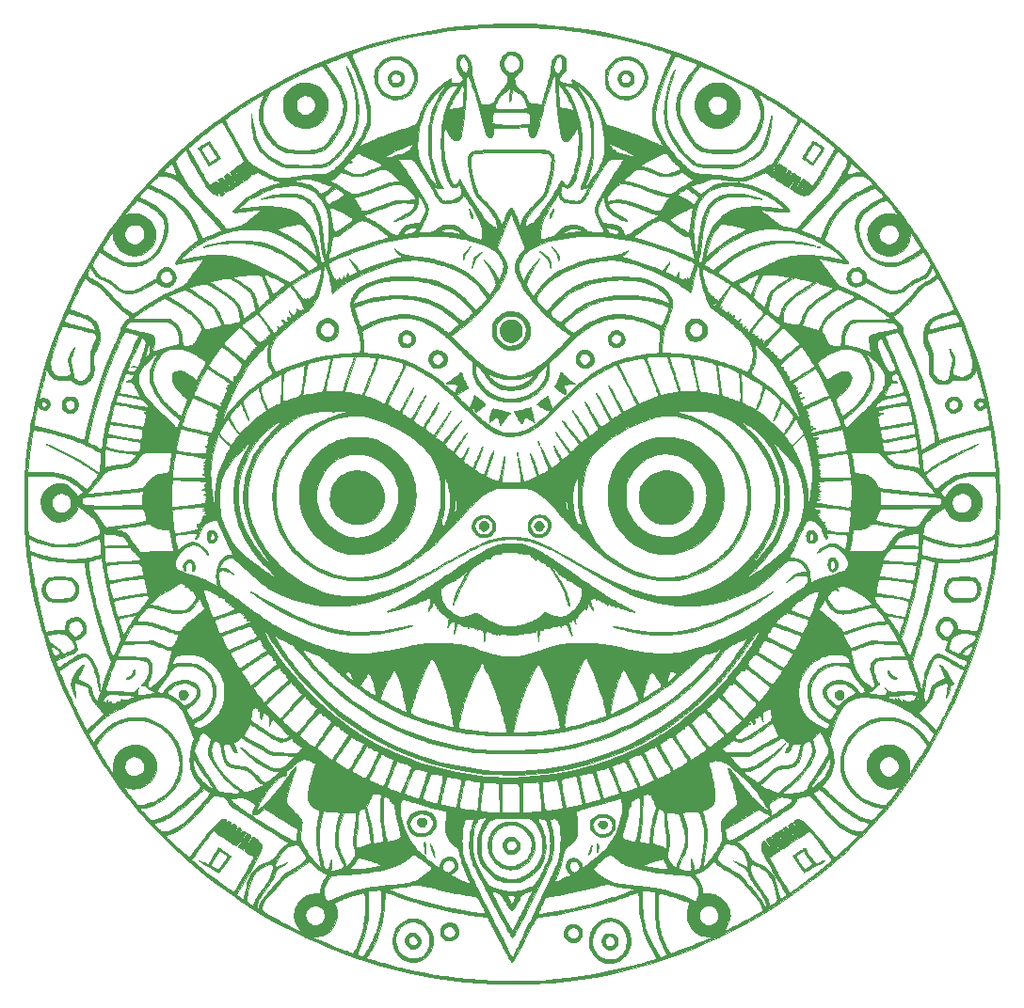
<source format=gbr>
%TF.GenerationSoftware,KiCad,Pcbnew,7.0.1*%
%TF.CreationDate,2023-09-06T21:44:50-07:00*%
%TF.ProjectId,skull_05,736b756c-6c5f-4303-952e-6b696361645f,rev?*%
%TF.SameCoordinates,Original*%
%TF.FileFunction,Soldermask,Top*%
%TF.FilePolarity,Negative*%
%FSLAX46Y46*%
G04 Gerber Fmt 4.6, Leading zero omitted, Abs format (unit mm)*
G04 Created by KiCad (PCBNEW 7.0.1) date 2023-09-06 21:44:50*
%MOMM*%
%LPD*%
G01*
G04 APERTURE LIST*
%ADD10C,0.010000*%
G04 APERTURE END LIST*
%TO.C,G\u002A\u002A\u002A*%
D10*
X77647873Y-26818866D02*
X77681515Y-26840220D01*
X77686000Y-26854280D01*
X77667377Y-26885302D01*
X77618058Y-26902173D01*
X77547871Y-26902994D01*
X77489037Y-26892351D01*
X77459886Y-26874130D01*
X77466902Y-26849533D01*
X77506209Y-26825918D01*
X77527647Y-26819041D01*
X77592220Y-26810835D01*
X77647873Y-26818866D01*
G36*
X77647873Y-26818866D02*
G01*
X77681515Y-26840220D01*
X77686000Y-26854280D01*
X77667377Y-26885302D01*
X77618058Y-26902173D01*
X77547871Y-26902994D01*
X77489037Y-26892351D01*
X77459886Y-26874130D01*
X77466902Y-26849533D01*
X77506209Y-26825918D01*
X77527647Y-26819041D01*
X77592220Y-26810835D01*
X77647873Y-26818866D01*
G37*
X50508846Y-45381823D02*
X50523038Y-45430147D01*
X50529136Y-45506208D01*
X50529167Y-45512667D01*
X50523791Y-45590590D01*
X50510062Y-45641031D01*
X50491578Y-45660459D01*
X50471937Y-45645342D01*
X50454736Y-45592149D01*
X50453687Y-45586750D01*
X50447957Y-45510913D01*
X50453687Y-45438584D01*
X50470572Y-45382510D01*
X50490158Y-45364767D01*
X50508846Y-45381823D01*
G36*
X50508846Y-45381823D02*
G01*
X50523038Y-45430147D01*
X50529136Y-45506208D01*
X50529167Y-45512667D01*
X50523791Y-45590590D01*
X50510062Y-45641031D01*
X50491578Y-45660459D01*
X50471937Y-45645342D01*
X50454736Y-45592149D01*
X50453687Y-45586750D01*
X50447957Y-45510913D01*
X50453687Y-45438584D01*
X50470572Y-45382510D01*
X50490158Y-45364767D01*
X50508846Y-45381823D01*
G37*
X52363826Y-44358363D02*
X52402200Y-44399218D01*
X52423740Y-44429606D01*
X52465576Y-44503367D01*
X52492782Y-44572073D01*
X52505310Y-44629615D01*
X52503114Y-44669879D01*
X52486147Y-44686755D01*
X52454363Y-44674131D01*
X52425395Y-44646835D01*
X52398313Y-44602529D01*
X52369160Y-44534191D01*
X52344219Y-44459292D01*
X52329769Y-44395302D01*
X52328334Y-44376886D01*
X52337872Y-44350184D01*
X52363826Y-44358363D01*
G36*
X52363826Y-44358363D02*
G01*
X52402200Y-44399218D01*
X52423740Y-44429606D01*
X52465576Y-44503367D01*
X52492782Y-44572073D01*
X52505310Y-44629615D01*
X52503114Y-44669879D01*
X52486147Y-44686755D01*
X52454363Y-44674131D01*
X52425395Y-44646835D01*
X52398313Y-44602529D01*
X52369160Y-44534191D01*
X52344219Y-44459292D01*
X52329769Y-44395302D01*
X52328334Y-44376886D01*
X52337872Y-44350184D01*
X52363826Y-44358363D01*
G37*
X16058706Y-37610494D02*
X16128926Y-37616715D01*
X16165084Y-37625064D01*
X16195335Y-37640163D01*
X16186678Y-37651374D01*
X16165084Y-37660618D01*
X16123688Y-37669167D01*
X16054331Y-37675378D01*
X15971370Y-37678006D01*
X15964000Y-37678025D01*
X15880536Y-37675766D01*
X15809429Y-37669817D01*
X15765038Y-37661421D01*
X15762917Y-37660618D01*
X15732631Y-37646070D01*
X15741499Y-37635056D01*
X15762917Y-37626011D01*
X15810438Y-37616139D01*
X15885131Y-37610240D01*
X15972664Y-37608347D01*
X16058706Y-37610494D01*
G36*
X16058706Y-37610494D02*
G01*
X16128926Y-37616715D01*
X16165084Y-37625064D01*
X16195335Y-37640163D01*
X16186678Y-37651374D01*
X16165084Y-37660618D01*
X16123688Y-37669167D01*
X16054331Y-37675378D01*
X15971370Y-37678006D01*
X15964000Y-37678025D01*
X15880536Y-37675766D01*
X15809429Y-37669817D01*
X15765038Y-37661421D01*
X15762917Y-37660618D01*
X15732631Y-37646070D01*
X15741499Y-37635056D01*
X15762917Y-37626011D01*
X15810438Y-37616139D01*
X15885131Y-37610240D01*
X15972664Y-37608347D01*
X16058706Y-37610494D01*
G37*
X57171576Y-80752558D02*
X57170082Y-80796514D01*
X57156464Y-80878473D01*
X57143324Y-80941024D01*
X57085097Y-81153850D01*
X57000240Y-81382986D01*
X56950068Y-81499294D01*
X56913879Y-81571432D01*
X56885419Y-81612273D01*
X56867515Y-81619909D01*
X56862996Y-81592432D01*
X56868704Y-81554209D01*
X56880553Y-81508680D01*
X56902991Y-81432929D01*
X56932993Y-81336818D01*
X56967536Y-81230209D01*
X56974141Y-81210250D01*
X57027316Y-81054931D01*
X57073531Y-80929401D01*
X57111925Y-80835029D01*
X57141637Y-80773186D01*
X57161808Y-80745239D01*
X57171576Y-80752558D01*
G36*
X57171576Y-80752558D02*
G01*
X57170082Y-80796514D01*
X57156464Y-80878473D01*
X57143324Y-80941024D01*
X57085097Y-81153850D01*
X57000240Y-81382986D01*
X56950068Y-81499294D01*
X56913879Y-81571432D01*
X56885419Y-81612273D01*
X56867515Y-81619909D01*
X56862996Y-81592432D01*
X56868704Y-81554209D01*
X56880553Y-81508680D01*
X56902991Y-81432929D01*
X56932993Y-81336818D01*
X56967536Y-81230209D01*
X56974141Y-81210250D01*
X57027316Y-81054931D01*
X57073531Y-80929401D01*
X57111925Y-80835029D01*
X57141637Y-80773186D01*
X57161808Y-80745239D01*
X57171576Y-80752558D01*
G37*
X46206007Y-23454694D02*
X46241029Y-23516776D01*
X46271559Y-23584169D01*
X46307558Y-23674712D01*
X46346240Y-23779990D01*
X46384815Y-23891589D01*
X46420495Y-24001095D01*
X46450491Y-24100095D01*
X46472015Y-24180174D01*
X46482278Y-24232918D01*
X46482498Y-24245361D01*
X46461989Y-24287735D01*
X46425332Y-24297475D01*
X46384896Y-24273232D01*
X46372697Y-24257337D01*
X46328800Y-24172784D01*
X46282529Y-24053371D01*
X46236416Y-23906287D01*
X46199272Y-23765029D01*
X46169979Y-23632089D01*
X46153272Y-23529143D01*
X46148835Y-23458062D01*
X46156355Y-23420714D01*
X46175517Y-23418968D01*
X46206007Y-23454694D01*
G36*
X46206007Y-23454694D02*
G01*
X46241029Y-23516776D01*
X46271559Y-23584169D01*
X46307558Y-23674712D01*
X46346240Y-23779990D01*
X46384815Y-23891589D01*
X46420495Y-24001095D01*
X46450491Y-24100095D01*
X46472015Y-24180174D01*
X46482278Y-24232918D01*
X46482498Y-24245361D01*
X46461989Y-24287735D01*
X46425332Y-24297475D01*
X46384896Y-24273232D01*
X46372697Y-24257337D01*
X46328800Y-24172784D01*
X46282529Y-24053371D01*
X46236416Y-23906287D01*
X46199272Y-23765029D01*
X46169979Y-23632089D01*
X46153272Y-23529143D01*
X46148835Y-23458062D01*
X46156355Y-23420714D01*
X46175517Y-23418968D01*
X46206007Y-23454694D01*
G37*
X47640030Y-51563610D02*
X47734367Y-51619979D01*
X47812041Y-51700327D01*
X47867782Y-51801210D01*
X47896317Y-51919181D01*
X47892375Y-52050796D01*
X47883952Y-52092923D01*
X47836570Y-52210833D01*
X47759859Y-52309779D01*
X47661534Y-52384573D01*
X47549306Y-52430027D01*
X47430892Y-52440951D01*
X47377942Y-52433287D01*
X47278513Y-52393151D01*
X47183013Y-52323828D01*
X47106307Y-52237024D01*
X47085917Y-52203296D01*
X47042834Y-52079006D01*
X47039026Y-51950324D01*
X47073019Y-51824339D01*
X47143340Y-51708140D01*
X47201492Y-51646847D01*
X47309762Y-51572840D01*
X47422457Y-51536595D01*
X47534303Y-51534667D01*
X47640030Y-51563610D01*
G36*
X47640030Y-51563610D02*
G01*
X47734367Y-51619979D01*
X47812041Y-51700327D01*
X47867782Y-51801210D01*
X47896317Y-51919181D01*
X47892375Y-52050796D01*
X47883952Y-52092923D01*
X47836570Y-52210833D01*
X47759859Y-52309779D01*
X47661534Y-52384573D01*
X47549306Y-52430027D01*
X47430892Y-52440951D01*
X47377942Y-52433287D01*
X47278513Y-52393151D01*
X47183013Y-52323828D01*
X47106307Y-52237024D01*
X47085917Y-52203296D01*
X47042834Y-52079006D01*
X47039026Y-51950324D01*
X47073019Y-51824339D01*
X47143340Y-51708140D01*
X47201492Y-51646847D01*
X47309762Y-51572840D01*
X47422457Y-51536595D01*
X47534303Y-51534667D01*
X47640030Y-51563610D01*
G37*
X57745614Y-80607666D02*
X57760922Y-80633459D01*
X57788489Y-80721848D01*
X57796720Y-80839920D01*
X57785805Y-80979793D01*
X57755929Y-81133588D01*
X57748350Y-81162895D01*
X57724874Y-81244318D01*
X57703637Y-81307453D01*
X57687867Y-81343141D01*
X57683138Y-81347834D01*
X57668789Y-81329523D01*
X57655101Y-81285108D01*
X57654396Y-81281688D01*
X57648905Y-81231866D01*
X57644976Y-81151946D01*
X57642605Y-81052171D01*
X57641792Y-80942785D01*
X57642535Y-80834030D01*
X57644833Y-80736151D01*
X57648682Y-80659390D01*
X57654082Y-80613991D01*
X57654508Y-80612292D01*
X57676929Y-80572221D01*
X57708909Y-80570999D01*
X57745614Y-80607666D01*
G36*
X57745614Y-80607666D02*
G01*
X57760922Y-80633459D01*
X57788489Y-80721848D01*
X57796720Y-80839920D01*
X57785805Y-80979793D01*
X57755929Y-81133588D01*
X57748350Y-81162895D01*
X57724874Y-81244318D01*
X57703637Y-81307453D01*
X57687867Y-81343141D01*
X57683138Y-81347834D01*
X57668789Y-81329523D01*
X57655101Y-81285108D01*
X57654396Y-81281688D01*
X57648905Y-81231866D01*
X57644976Y-81151946D01*
X57642605Y-81052171D01*
X57641792Y-80942785D01*
X57642535Y-80834030D01*
X57644833Y-80736151D01*
X57648682Y-80659390D01*
X57654082Y-80613991D01*
X57654508Y-80612292D01*
X57676929Y-80572221D01*
X57708909Y-80570999D01*
X57745614Y-80607666D01*
G37*
X42043247Y-78289310D02*
X42138872Y-78332749D01*
X42219862Y-78390946D01*
X42274421Y-78462399D01*
X42312543Y-78560708D01*
X42316276Y-78574166D01*
X42328001Y-78691127D01*
X42305159Y-78808100D01*
X42252290Y-78914290D01*
X42173937Y-78998903D01*
X42124010Y-79031113D01*
X42056849Y-79053648D01*
X41966907Y-79068738D01*
X41872333Y-79074751D01*
X41791272Y-79070053D01*
X41762836Y-79063626D01*
X41644631Y-79004137D01*
X41551517Y-78912798D01*
X41487002Y-78794181D01*
X41455785Y-78663725D01*
X41460093Y-78547071D01*
X41502427Y-78448572D01*
X41582299Y-78368812D01*
X41699219Y-78308375D01*
X41772333Y-78285344D01*
X41912046Y-78267025D01*
X42043247Y-78289310D01*
G36*
X42043247Y-78289310D02*
G01*
X42138872Y-78332749D01*
X42219862Y-78390946D01*
X42274421Y-78462399D01*
X42312543Y-78560708D01*
X42316276Y-78574166D01*
X42328001Y-78691127D01*
X42305159Y-78808100D01*
X42252290Y-78914290D01*
X42173937Y-78998903D01*
X42124010Y-79031113D01*
X42056849Y-79053648D01*
X41966907Y-79068738D01*
X41872333Y-79074751D01*
X41791272Y-79070053D01*
X41762836Y-79063626D01*
X41644631Y-79004137D01*
X41551517Y-78912798D01*
X41487002Y-78794181D01*
X41455785Y-78663725D01*
X41460093Y-78547071D01*
X41502427Y-78448572D01*
X41582299Y-78368812D01*
X41699219Y-78308375D01*
X41772333Y-78285344D01*
X41912046Y-78267025D01*
X42043247Y-78289310D01*
G37*
X53741959Y-23411747D02*
X53739972Y-23462107D01*
X53725334Y-23538013D01*
X53700321Y-23632895D01*
X53667205Y-23740185D01*
X53628260Y-23853314D01*
X53585761Y-23965713D01*
X53541981Y-24070813D01*
X53499194Y-24162045D01*
X53459673Y-24232841D01*
X53425693Y-24276632D01*
X53422301Y-24279592D01*
X53393052Y-24296805D01*
X53376375Y-24279727D01*
X53372788Y-24270963D01*
X53366863Y-24215802D01*
X53377600Y-24134427D01*
X53402101Y-24033981D01*
X53437465Y-23921605D01*
X53480793Y-23804443D01*
X53529186Y-23689637D01*
X53579743Y-23584330D01*
X53629564Y-23495664D01*
X53675750Y-23430781D01*
X53715402Y-23396825D01*
X53729023Y-23393500D01*
X53741959Y-23411747D01*
G36*
X53741959Y-23411747D02*
G01*
X53739972Y-23462107D01*
X53725334Y-23538013D01*
X53700321Y-23632895D01*
X53667205Y-23740185D01*
X53628260Y-23853314D01*
X53585761Y-23965713D01*
X53541981Y-24070813D01*
X53499194Y-24162045D01*
X53459673Y-24232841D01*
X53425693Y-24276632D01*
X53422301Y-24279592D01*
X53393052Y-24296805D01*
X53376375Y-24279727D01*
X53372788Y-24270963D01*
X53366863Y-24215802D01*
X53377600Y-24134427D01*
X53402101Y-24033981D01*
X53437465Y-23921605D01*
X53480793Y-23804443D01*
X53529186Y-23689637D01*
X53579743Y-23584330D01*
X53629564Y-23495664D01*
X53675750Y-23430781D01*
X53715402Y-23396825D01*
X53729023Y-23393500D01*
X53741959Y-23411747D01*
G37*
X79584652Y-66792047D02*
X79690364Y-66844198D01*
X79771645Y-66930839D01*
X79800103Y-66980953D01*
X79838377Y-67100029D01*
X79845873Y-67225978D01*
X79825054Y-67349532D01*
X79778381Y-67461426D01*
X79708320Y-67552392D01*
X79634140Y-67605375D01*
X79540532Y-67642144D01*
X79456156Y-67648098D01*
X79363223Y-67624745D01*
X79239838Y-67559083D01*
X79145180Y-67464137D01*
X79082108Y-67344133D01*
X79053478Y-67203296D01*
X79052033Y-67164621D01*
X79054825Y-67078865D01*
X79067321Y-67017229D01*
X79093951Y-66961826D01*
X79107570Y-66940387D01*
X79187297Y-66852794D01*
X79290039Y-66798359D01*
X79418942Y-66775582D01*
X79454963Y-66774658D01*
X79584652Y-66792047D01*
G36*
X79584652Y-66792047D02*
G01*
X79690364Y-66844198D01*
X79771645Y-66930839D01*
X79800103Y-66980953D01*
X79838377Y-67100029D01*
X79845873Y-67225978D01*
X79825054Y-67349532D01*
X79778381Y-67461426D01*
X79708320Y-67552392D01*
X79634140Y-67605375D01*
X79540532Y-67642144D01*
X79456156Y-67648098D01*
X79363223Y-67624745D01*
X79239838Y-67559083D01*
X79145180Y-67464137D01*
X79082108Y-67344133D01*
X79053478Y-67203296D01*
X79052033Y-67164621D01*
X79054825Y-67078865D01*
X79067321Y-67017229D01*
X79093951Y-66961826D01*
X79107570Y-66940387D01*
X79187297Y-66852794D01*
X79290039Y-66798359D01*
X79418942Y-66775582D01*
X79454963Y-66774658D01*
X79584652Y-66792047D01*
G37*
X20611533Y-66801844D02*
X20620284Y-66806138D01*
X20711146Y-66872737D01*
X20783208Y-66964654D01*
X20830637Y-67070544D01*
X20847602Y-67179061D01*
X20841626Y-67236730D01*
X20799254Y-67353611D01*
X20728717Y-67462498D01*
X20638810Y-67553363D01*
X20538330Y-67616181D01*
X20495050Y-67631800D01*
X20423554Y-67648360D01*
X20368999Y-67648487D01*
X20310055Y-67630413D01*
X20270541Y-67613214D01*
X20166282Y-67544382D01*
X20086584Y-67448827D01*
X20034050Y-67335335D01*
X20011282Y-67212692D01*
X20020883Y-67089682D01*
X20065455Y-66975092D01*
X20076338Y-66957622D01*
X20157255Y-66870278D01*
X20261953Y-66808042D01*
X20379713Y-66773900D01*
X20499813Y-66770839D01*
X20611533Y-66801844D01*
G36*
X20611533Y-66801844D02*
G01*
X20620284Y-66806138D01*
X20711146Y-66872737D01*
X20783208Y-66964654D01*
X20830637Y-67070544D01*
X20847602Y-67179061D01*
X20841626Y-67236730D01*
X20799254Y-67353611D01*
X20728717Y-67462498D01*
X20638810Y-67553363D01*
X20538330Y-67616181D01*
X20495050Y-67631800D01*
X20423554Y-67648360D01*
X20368999Y-67648487D01*
X20310055Y-67630413D01*
X20270541Y-67613214D01*
X20166282Y-67544382D01*
X20086584Y-67448827D01*
X20034050Y-67335335D01*
X20011282Y-67212692D01*
X20020883Y-67089682D01*
X20065455Y-66975092D01*
X20076338Y-66957622D01*
X20157255Y-66870278D01*
X20261953Y-66808042D01*
X20379713Y-66773900D01*
X20499813Y-66770839D01*
X20611533Y-66801844D01*
G37*
X42656128Y-80584647D02*
X42690164Y-80642858D01*
X42733182Y-80736702D01*
X42784076Y-80863585D01*
X42841737Y-81020910D01*
X42902929Y-81199667D01*
X42962917Y-81388267D01*
X43004815Y-81538899D01*
X43028673Y-81651840D01*
X43034544Y-81727371D01*
X43022479Y-81765771D01*
X43008466Y-81771167D01*
X42993918Y-81760327D01*
X42973957Y-81725641D01*
X42947301Y-81663858D01*
X42912669Y-81571727D01*
X42868778Y-81445995D01*
X42814347Y-81283414D01*
X42805131Y-81255456D01*
X42742590Y-81063468D01*
X42693549Y-80908111D01*
X42657206Y-80786175D01*
X42632756Y-80694447D01*
X42619395Y-80629717D01*
X42616319Y-80588773D01*
X42622724Y-80568404D01*
X42632180Y-80564667D01*
X42656128Y-80584647D01*
G36*
X42656128Y-80584647D02*
G01*
X42690164Y-80642858D01*
X42733182Y-80736702D01*
X42784076Y-80863585D01*
X42841737Y-81020910D01*
X42902929Y-81199667D01*
X42962917Y-81388267D01*
X43004815Y-81538899D01*
X43028673Y-81651840D01*
X43034544Y-81727371D01*
X43022479Y-81765771D01*
X43008466Y-81771167D01*
X42993918Y-81760327D01*
X42973957Y-81725641D01*
X42947301Y-81663858D01*
X42912669Y-81571727D01*
X42868778Y-81445995D01*
X42814347Y-81283414D01*
X42805131Y-81255456D01*
X42742590Y-81063468D01*
X42693549Y-80908111D01*
X42657206Y-80786175D01*
X42632756Y-80694447D01*
X42619395Y-80629717D01*
X42616319Y-80588773D01*
X42622724Y-80568404D01*
X42632180Y-80564667D01*
X42656128Y-80584647D01*
G37*
X58315275Y-78552856D02*
X58317222Y-78553376D01*
X58399909Y-78589000D01*
X58474977Y-78642799D01*
X58481263Y-78648863D01*
X58527533Y-78703396D01*
X58547657Y-78756520D01*
X58551215Y-78811009D01*
X58534818Y-78950209D01*
X58489093Y-79067450D01*
X58418672Y-79159165D01*
X58328183Y-79221787D01*
X58222256Y-79251749D01*
X58105521Y-79245483D01*
X58022167Y-79218637D01*
X57938407Y-79168513D01*
X57855767Y-79096483D01*
X57791039Y-79017924D01*
X57776944Y-78994093D01*
X57748160Y-78896700D01*
X57756146Y-78795203D01*
X57797665Y-78699341D01*
X57869481Y-78618852D01*
X57911233Y-78590002D01*
X57994358Y-78558106D01*
X58100815Y-78540254D01*
X58213492Y-78537990D01*
X58315275Y-78552856D01*
G36*
X58315275Y-78552856D02*
G01*
X58317222Y-78553376D01*
X58399909Y-78589000D01*
X58474977Y-78642799D01*
X58481263Y-78648863D01*
X58527533Y-78703396D01*
X58547657Y-78756520D01*
X58551215Y-78811009D01*
X58534818Y-78950209D01*
X58489093Y-79067450D01*
X58418672Y-79159165D01*
X58328183Y-79221787D01*
X58222256Y-79251749D01*
X58105521Y-79245483D01*
X58022167Y-79218637D01*
X57938407Y-79168513D01*
X57855767Y-79096483D01*
X57791039Y-79017924D01*
X57776944Y-78994093D01*
X57748160Y-78896700D01*
X57756146Y-78795203D01*
X57797665Y-78699341D01*
X57869481Y-78618852D01*
X57911233Y-78590002D01*
X57994358Y-78558106D01*
X58100815Y-78540254D01*
X58213492Y-78537990D01*
X58315275Y-78552856D01*
G37*
X42127259Y-80456858D02*
X42156424Y-80508232D01*
X42186365Y-80582492D01*
X42213242Y-80670342D01*
X42230518Y-80747156D01*
X42239316Y-80815352D01*
X42245110Y-80903300D01*
X42248118Y-81004388D01*
X42248556Y-81112002D01*
X42246644Y-81219529D01*
X42242600Y-81320357D01*
X42236640Y-81407873D01*
X42228984Y-81475463D01*
X42219849Y-81516515D01*
X42209452Y-81524415D01*
X42205139Y-81517167D01*
X42195151Y-81483851D01*
X42179052Y-81419599D01*
X42159399Y-81334911D01*
X42145900Y-81273750D01*
X42129030Y-81180676D01*
X42114255Y-81070802D01*
X42101948Y-80951351D01*
X42092482Y-80829548D01*
X42086231Y-80712617D01*
X42083567Y-80607781D01*
X42084864Y-80522266D01*
X42090494Y-80463294D01*
X42100832Y-80438090D01*
X42102710Y-80437667D01*
X42127259Y-80456858D01*
G36*
X42127259Y-80456858D02*
G01*
X42156424Y-80508232D01*
X42186365Y-80582492D01*
X42213242Y-80670342D01*
X42230518Y-80747156D01*
X42239316Y-80815352D01*
X42245110Y-80903300D01*
X42248118Y-81004388D01*
X42248556Y-81112002D01*
X42246644Y-81219529D01*
X42242600Y-81320357D01*
X42236640Y-81407873D01*
X42228984Y-81475463D01*
X42219849Y-81516515D01*
X42209452Y-81524415D01*
X42205139Y-81517167D01*
X42195151Y-81483851D01*
X42179052Y-81419599D01*
X42159399Y-81334911D01*
X42145900Y-81273750D01*
X42129030Y-81180676D01*
X42114255Y-81070802D01*
X42101948Y-80951351D01*
X42092482Y-80829548D01*
X42086231Y-80712617D01*
X42083567Y-80607781D01*
X42084864Y-80522266D01*
X42090494Y-80463294D01*
X42100832Y-80438090D01*
X42102710Y-80437667D01*
X42127259Y-80456858D01*
G37*
X83862607Y-65008666D02*
X83894241Y-65048468D01*
X83930996Y-65107708D01*
X83977619Y-65177895D01*
X84044288Y-65262322D01*
X84119577Y-65346914D01*
X84152499Y-65380569D01*
X84232918Y-65456678D01*
X84296765Y-65507756D01*
X84354733Y-65541157D01*
X84417513Y-65564236D01*
X84421091Y-65565285D01*
X84519622Y-65603952D01*
X84582774Y-65651322D01*
X84607297Y-65704867D01*
X84607500Y-65710361D01*
X84589500Y-65747736D01*
X84539121Y-65765423D01*
X84461795Y-65762770D01*
X84364084Y-65739488D01*
X84220899Y-65680709D01*
X84088657Y-65601311D01*
X83976265Y-65508117D01*
X83892629Y-65407948D01*
X83863937Y-65356417D01*
X83845086Y-65297120D01*
X83831828Y-65221173D01*
X83824863Y-65140850D01*
X83824891Y-65068424D01*
X83832612Y-65016170D01*
X83843479Y-64997832D01*
X83862607Y-65008666D01*
G36*
X83862607Y-65008666D02*
G01*
X83894241Y-65048468D01*
X83930996Y-65107708D01*
X83977619Y-65177895D01*
X84044288Y-65262322D01*
X84119577Y-65346914D01*
X84152499Y-65380569D01*
X84232918Y-65456678D01*
X84296765Y-65507756D01*
X84354733Y-65541157D01*
X84417513Y-65564236D01*
X84421091Y-65565285D01*
X84519622Y-65603952D01*
X84582774Y-65651322D01*
X84607297Y-65704867D01*
X84607500Y-65710361D01*
X84589500Y-65747736D01*
X84539121Y-65765423D01*
X84461795Y-65762770D01*
X84364084Y-65739488D01*
X84220899Y-65680709D01*
X84088657Y-65601311D01*
X83976265Y-65508117D01*
X83892629Y-65407948D01*
X83863937Y-65356417D01*
X83845086Y-65297120D01*
X83831828Y-65221173D01*
X83824863Y-65140850D01*
X83824891Y-65068424D01*
X83832612Y-65016170D01*
X83843479Y-64997832D01*
X83862607Y-65008666D01*
G37*
X46239686Y-26871953D02*
X46209294Y-26918778D01*
X46161418Y-26987218D01*
X46100195Y-27071283D01*
X46061744Y-27122794D01*
X45925671Y-27316220D01*
X45813928Y-27501617D01*
X45729158Y-27673915D01*
X45674004Y-27828041D01*
X45658358Y-27896709D01*
X45640954Y-27979704D01*
X45625695Y-28021713D01*
X45613301Y-28024059D01*
X45604488Y-27988065D01*
X45599975Y-27915055D01*
X45600480Y-27806351D01*
X45600915Y-27790875D01*
X45606947Y-27666184D01*
X45617193Y-27574480D01*
X45633005Y-27506516D01*
X45648124Y-27468084D01*
X45671851Y-27433002D01*
X45717705Y-27377506D01*
X45780364Y-27307053D01*
X45854501Y-27227101D01*
X45934794Y-27143108D01*
X46015917Y-27060530D01*
X46092547Y-26984826D01*
X46159360Y-26921452D01*
X46211031Y-26875867D01*
X46242236Y-26853527D01*
X46248452Y-26852729D01*
X46239686Y-26871953D01*
G36*
X46239686Y-26871953D02*
G01*
X46209294Y-26918778D01*
X46161418Y-26987218D01*
X46100195Y-27071283D01*
X46061744Y-27122794D01*
X45925671Y-27316220D01*
X45813928Y-27501617D01*
X45729158Y-27673915D01*
X45674004Y-27828041D01*
X45658358Y-27896709D01*
X45640954Y-27979704D01*
X45625695Y-28021713D01*
X45613301Y-28024059D01*
X45604488Y-27988065D01*
X45599975Y-27915055D01*
X45600480Y-27806351D01*
X45600915Y-27790875D01*
X45606947Y-27666184D01*
X45617193Y-27574480D01*
X45633005Y-27506516D01*
X45648124Y-27468084D01*
X45671851Y-27433002D01*
X45717705Y-27377506D01*
X45780364Y-27307053D01*
X45854501Y-27227101D01*
X45934794Y-27143108D01*
X46015917Y-27060530D01*
X46092547Y-26984826D01*
X46159360Y-26921452D01*
X46211031Y-26875867D01*
X46242236Y-26853527D01*
X46248452Y-26852729D01*
X46239686Y-26871953D01*
G37*
X52567749Y-51572779D02*
X52680758Y-51631098D01*
X52742448Y-51683000D01*
X52808204Y-51762036D01*
X52845096Y-51844602D01*
X52857155Y-51943484D01*
X52852653Y-52032669D01*
X52823994Y-52147042D01*
X52765451Y-52251862D01*
X52684559Y-52339483D01*
X52588856Y-52402261D01*
X52485877Y-52432549D01*
X52456867Y-52434167D01*
X52381034Y-52426137D01*
X52317632Y-52405703D01*
X52306585Y-52399357D01*
X52241126Y-52348874D01*
X52168645Y-52282225D01*
X52098035Y-52208913D01*
X52038188Y-52138441D01*
X51997996Y-52080314D01*
X51988094Y-52058985D01*
X51976779Y-52008102D01*
X51983271Y-51960021D01*
X52010190Y-51895748D01*
X52010782Y-51894524D01*
X52068637Y-51797059D01*
X52142096Y-51705066D01*
X52221831Y-51628222D01*
X52298515Y-51576203D01*
X52330007Y-51563331D01*
X52447565Y-51549243D01*
X52567749Y-51572779D01*
G36*
X52567749Y-51572779D02*
G01*
X52680758Y-51631098D01*
X52742448Y-51683000D01*
X52808204Y-51762036D01*
X52845096Y-51844602D01*
X52857155Y-51943484D01*
X52852653Y-52032669D01*
X52823994Y-52147042D01*
X52765451Y-52251862D01*
X52684559Y-52339483D01*
X52588856Y-52402261D01*
X52485877Y-52432549D01*
X52456867Y-52434167D01*
X52381034Y-52426137D01*
X52317632Y-52405703D01*
X52306585Y-52399357D01*
X52241126Y-52348874D01*
X52168645Y-52282225D01*
X52098035Y-52208913D01*
X52038188Y-52138441D01*
X51997996Y-52080314D01*
X51988094Y-52058985D01*
X51976779Y-52008102D01*
X51983271Y-51960021D01*
X52010190Y-51895748D01*
X52010782Y-51894524D01*
X52068637Y-51797059D01*
X52142096Y-51705066D01*
X52221831Y-51628222D01*
X52298515Y-51576203D01*
X52330007Y-51563331D01*
X52447565Y-51549243D01*
X52567749Y-51572779D01*
G37*
X52548864Y-27258815D02*
X52618535Y-27294453D01*
X52706325Y-27347784D01*
X52805251Y-27413847D01*
X52908332Y-27487679D01*
X53008585Y-27564318D01*
X53099027Y-27638803D01*
X53172677Y-27706170D01*
X53213159Y-27749599D01*
X53329840Y-27904428D01*
X53411998Y-28050072D01*
X53463099Y-28196026D01*
X53486609Y-28351787D01*
X53487393Y-28501022D01*
X53479715Y-28610749D01*
X53469164Y-28686674D01*
X53456739Y-28727101D01*
X53443441Y-28730337D01*
X53430268Y-28694685D01*
X53418221Y-28618452D01*
X53418204Y-28618306D01*
X53378296Y-28401274D01*
X53308798Y-28200319D01*
X53207094Y-28011228D01*
X53070566Y-27829782D01*
X52896597Y-27651767D01*
X52730421Y-27510354D01*
X52615259Y-27415975D01*
X52534997Y-27343344D01*
X52488811Y-27291497D01*
X52475876Y-27259470D01*
X52495368Y-27246297D01*
X52504295Y-27245834D01*
X52548864Y-27258815D01*
G36*
X52548864Y-27258815D02*
G01*
X52618535Y-27294453D01*
X52706325Y-27347784D01*
X52805251Y-27413847D01*
X52908332Y-27487679D01*
X53008585Y-27564318D01*
X53099027Y-27638803D01*
X53172677Y-27706170D01*
X53213159Y-27749599D01*
X53329840Y-27904428D01*
X53411998Y-28050072D01*
X53463099Y-28196026D01*
X53486609Y-28351787D01*
X53487393Y-28501022D01*
X53479715Y-28610749D01*
X53469164Y-28686674D01*
X53456739Y-28727101D01*
X53443441Y-28730337D01*
X53430268Y-28694685D01*
X53418221Y-28618452D01*
X53418204Y-28618306D01*
X53378296Y-28401274D01*
X53308798Y-28200319D01*
X53207094Y-28011228D01*
X53070566Y-27829782D01*
X52896597Y-27651767D01*
X52730421Y-27510354D01*
X52615259Y-27415975D01*
X52534997Y-27343344D01*
X52488811Y-27291497D01*
X52475876Y-27259470D01*
X52495368Y-27246297D01*
X52504295Y-27245834D01*
X52548864Y-27258815D01*
G37*
X16046728Y-64956106D02*
X16078395Y-64996778D01*
X16090596Y-65070717D01*
X16091000Y-65092686D01*
X16075024Y-65194662D01*
X16031192Y-65309295D01*
X15965647Y-65424024D01*
X15884535Y-65526285D01*
X15873227Y-65537949D01*
X15800871Y-65598789D01*
X15713282Y-65654426D01*
X15618059Y-65702178D01*
X15522802Y-65739362D01*
X15435111Y-65763294D01*
X15362586Y-65771292D01*
X15312826Y-65760673D01*
X15295976Y-65741730D01*
X15295065Y-65697550D01*
X15305472Y-65667747D01*
X15343246Y-65628240D01*
X15404727Y-65590562D01*
X15471986Y-65564183D01*
X15514232Y-65557500D01*
X15577983Y-65539211D01*
X15650312Y-65489875D01*
X15724168Y-65417789D01*
X15792501Y-65331249D01*
X15848260Y-65238551D01*
X15884396Y-65147992D01*
X15891964Y-65113000D01*
X15910155Y-65023874D01*
X15934396Y-64970572D01*
X15968510Y-64946645D01*
X15992262Y-64943667D01*
X16046728Y-64956106D01*
G36*
X16046728Y-64956106D02*
G01*
X16078395Y-64996778D01*
X16090596Y-65070717D01*
X16091000Y-65092686D01*
X16075024Y-65194662D01*
X16031192Y-65309295D01*
X15965647Y-65424024D01*
X15884535Y-65526285D01*
X15873227Y-65537949D01*
X15800871Y-65598789D01*
X15713282Y-65654426D01*
X15618059Y-65702178D01*
X15522802Y-65739362D01*
X15435111Y-65763294D01*
X15362586Y-65771292D01*
X15312826Y-65760673D01*
X15295976Y-65741730D01*
X15295065Y-65697550D01*
X15305472Y-65667747D01*
X15343246Y-65628240D01*
X15404727Y-65590562D01*
X15471986Y-65564183D01*
X15514232Y-65557500D01*
X15577983Y-65539211D01*
X15650312Y-65489875D01*
X15724168Y-65417789D01*
X15792501Y-65331249D01*
X15848260Y-65238551D01*
X15884396Y-65147992D01*
X15891964Y-65113000D01*
X15910155Y-65023874D01*
X15934396Y-64970572D01*
X15968510Y-64946645D01*
X15992262Y-64943667D01*
X16046728Y-64956106D01*
G37*
X50049991Y-33415108D02*
X50222450Y-33456303D01*
X50384824Y-33526814D01*
X50532284Y-33625318D01*
X50660001Y-33750494D01*
X50763148Y-33901019D01*
X50836895Y-34075573D01*
X50856003Y-34147029D01*
X50885211Y-34355800D01*
X50878159Y-34557341D01*
X50836720Y-34747090D01*
X50762762Y-34920485D01*
X50658155Y-35072964D01*
X50524770Y-35199966D01*
X50389579Y-35284773D01*
X50186897Y-35371288D01*
X49996029Y-35420976D01*
X49819186Y-35433503D01*
X49658578Y-35408536D01*
X49629307Y-35399260D01*
X49443269Y-35313373D01*
X49279967Y-35194739D01*
X49142931Y-35048335D01*
X49035692Y-34879136D01*
X48961782Y-34692120D01*
X48924731Y-34492263D01*
X48921018Y-34401011D01*
X48941662Y-34194780D01*
X49000800Y-34001794D01*
X49096608Y-33826579D01*
X49205387Y-33695128D01*
X49355855Y-33569918D01*
X49520377Y-33480633D01*
X49694126Y-33425951D01*
X49872273Y-33404550D01*
X50049991Y-33415108D01*
G36*
X50049991Y-33415108D02*
G01*
X50222450Y-33456303D01*
X50384824Y-33526814D01*
X50532284Y-33625318D01*
X50660001Y-33750494D01*
X50763148Y-33901019D01*
X50836895Y-34075573D01*
X50856003Y-34147029D01*
X50885211Y-34355800D01*
X50878159Y-34557341D01*
X50836720Y-34747090D01*
X50762762Y-34920485D01*
X50658155Y-35072964D01*
X50524770Y-35199966D01*
X50389579Y-35284773D01*
X50186897Y-35371288D01*
X49996029Y-35420976D01*
X49819186Y-35433503D01*
X49658578Y-35408536D01*
X49629307Y-35399260D01*
X49443269Y-35313373D01*
X49279967Y-35194739D01*
X49142931Y-35048335D01*
X49035692Y-34879136D01*
X48961782Y-34692120D01*
X48924731Y-34492263D01*
X48921018Y-34401011D01*
X48941662Y-34194780D01*
X49000800Y-34001794D01*
X49096608Y-33826579D01*
X49205387Y-33695128D01*
X49355855Y-33569918D01*
X49520377Y-33480633D01*
X49694126Y-33425951D01*
X49872273Y-33404550D01*
X50049991Y-33415108D01*
G37*
X53591420Y-26858886D02*
X53627145Y-26889940D01*
X53680283Y-26941864D01*
X53745663Y-27009108D01*
X53818115Y-27086123D01*
X53892469Y-27167360D01*
X53963555Y-27247270D01*
X54026202Y-27320304D01*
X54075242Y-27380913D01*
X54098360Y-27412466D01*
X54145405Y-27490581D01*
X54185705Y-27572651D01*
X54204435Y-27622205D01*
X54222721Y-27706175D01*
X54231876Y-27798753D01*
X54232454Y-27890588D01*
X54225011Y-27972325D01*
X54210101Y-28034613D01*
X54188281Y-28068099D01*
X54177771Y-28071334D01*
X54151020Y-28068212D01*
X54148291Y-28066042D01*
X54134528Y-27909847D01*
X54116529Y-27784896D01*
X54091808Y-27680135D01*
X54057881Y-27584509D01*
X54022869Y-27508021D01*
X53975641Y-27423143D01*
X53909933Y-27319010D01*
X53834443Y-27208826D01*
X53757917Y-27105854D01*
X53692486Y-27020562D01*
X53637730Y-26946362D01*
X53598425Y-26889943D01*
X53579345Y-26857992D01*
X53578276Y-26854250D01*
X53591420Y-26858886D01*
G36*
X53591420Y-26858886D02*
G01*
X53627145Y-26889940D01*
X53680283Y-26941864D01*
X53745663Y-27009108D01*
X53818115Y-27086123D01*
X53892469Y-27167360D01*
X53963555Y-27247270D01*
X54026202Y-27320304D01*
X54075242Y-27380913D01*
X54098360Y-27412466D01*
X54145405Y-27490581D01*
X54185705Y-27572651D01*
X54204435Y-27622205D01*
X54222721Y-27706175D01*
X54231876Y-27798753D01*
X54232454Y-27890588D01*
X54225011Y-27972325D01*
X54210101Y-28034613D01*
X54188281Y-28068099D01*
X54177771Y-28071334D01*
X54151020Y-28068212D01*
X54148291Y-28066042D01*
X54134528Y-27909847D01*
X54116529Y-27784896D01*
X54091808Y-27680135D01*
X54057881Y-27584509D01*
X54022869Y-27508021D01*
X53975641Y-27423143D01*
X53909933Y-27319010D01*
X53834443Y-27208826D01*
X53757917Y-27105854D01*
X53692486Y-27020562D01*
X53637730Y-26946362D01*
X53598425Y-26889943D01*
X53579345Y-26857992D01*
X53578276Y-26854250D01*
X53591420Y-26858886D01*
G37*
X47330115Y-27299393D02*
X47320053Y-27317537D01*
X47283685Y-27359001D01*
X47225978Y-27418574D01*
X47151903Y-27491047D01*
X47104284Y-27536112D01*
X46956191Y-27680060D01*
X46837156Y-27810160D01*
X46740975Y-27935988D01*
X46661447Y-28067123D01*
X46592368Y-28213143D01*
X46527537Y-28383625D01*
X46497236Y-28473500D01*
X46462506Y-28575559D01*
X46431807Y-28658342D01*
X46407010Y-28717836D01*
X46389981Y-28750029D01*
X46382592Y-28750908D01*
X46386710Y-28716461D01*
X46388789Y-28706334D01*
X46396263Y-28662361D01*
X46406826Y-28588921D01*
X46418712Y-28498600D01*
X46424443Y-28452334D01*
X46457465Y-28249278D01*
X46505382Y-28077944D01*
X46572177Y-27929151D01*
X46661834Y-27793717D01*
X46758194Y-27683073D01*
X46819188Y-27625789D01*
X46896727Y-27561929D01*
X46983976Y-27496079D01*
X47074097Y-27432824D01*
X47160254Y-27376752D01*
X47235612Y-27332448D01*
X47293332Y-27304499D01*
X47326579Y-27297492D01*
X47330115Y-27299393D01*
G36*
X47330115Y-27299393D02*
G01*
X47320053Y-27317537D01*
X47283685Y-27359001D01*
X47225978Y-27418574D01*
X47151903Y-27491047D01*
X47104284Y-27536112D01*
X46956191Y-27680060D01*
X46837156Y-27810160D01*
X46740975Y-27935988D01*
X46661447Y-28067123D01*
X46592368Y-28213143D01*
X46527537Y-28383625D01*
X46497236Y-28473500D01*
X46462506Y-28575559D01*
X46431807Y-28658342D01*
X46407010Y-28717836D01*
X46389981Y-28750029D01*
X46382592Y-28750908D01*
X46386710Y-28716461D01*
X46388789Y-28706334D01*
X46396263Y-28662361D01*
X46406826Y-28588921D01*
X46418712Y-28498600D01*
X46424443Y-28452334D01*
X46457465Y-28249278D01*
X46505382Y-28077944D01*
X46572177Y-27929151D01*
X46661834Y-27793717D01*
X46758194Y-27683073D01*
X46819188Y-27625789D01*
X46896727Y-27561929D01*
X46983976Y-27496079D01*
X47074097Y-27432824D01*
X47160254Y-27376752D01*
X47235612Y-27332448D01*
X47293332Y-27304499D01*
X47326579Y-27297492D01*
X47330115Y-27299393D01*
G37*
X26190424Y-79689572D02*
X26207986Y-79692061D01*
X26208302Y-79692088D01*
X26277816Y-79708255D01*
X26356694Y-79741780D01*
X26431449Y-79785134D01*
X26488591Y-79830790D01*
X26511436Y-79861256D01*
X26519015Y-79885348D01*
X26519015Y-79913927D01*
X26509294Y-79951598D01*
X26487707Y-80002966D01*
X26452113Y-80072634D01*
X26400368Y-80165207D01*
X26330328Y-80285289D01*
X26255100Y-80411940D01*
X26139334Y-80603479D01*
X26036362Y-80768766D01*
X25947501Y-80905858D01*
X25874067Y-81012815D01*
X25817376Y-81087694D01*
X25778745Y-81128555D01*
X25764167Y-81135957D01*
X25734731Y-81124254D01*
X25679582Y-81092673D01*
X25607177Y-81046326D01*
X25541917Y-81001632D01*
X25465482Y-80945619D01*
X25404544Y-80896804D01*
X25366004Y-80860994D01*
X25355986Y-80845223D01*
X25368724Y-80822293D01*
X25402165Y-80769431D01*
X25453039Y-80691597D01*
X25518081Y-80593753D01*
X25594021Y-80480858D01*
X25661387Y-80381625D01*
X25780306Y-80206993D01*
X25877634Y-80064067D01*
X25955846Y-79949727D01*
X26017418Y-79860851D01*
X26064825Y-79794319D01*
X26100543Y-79747009D01*
X26127046Y-79715802D01*
X26146811Y-79697575D01*
X26162311Y-79689208D01*
X26176024Y-79687581D01*
X26190424Y-79689572D01*
G36*
X26190424Y-79689572D02*
G01*
X26207986Y-79692061D01*
X26208302Y-79692088D01*
X26277816Y-79708255D01*
X26356694Y-79741780D01*
X26431449Y-79785134D01*
X26488591Y-79830790D01*
X26511436Y-79861256D01*
X26519015Y-79885348D01*
X26519015Y-79913927D01*
X26509294Y-79951598D01*
X26487707Y-80002966D01*
X26452113Y-80072634D01*
X26400368Y-80165207D01*
X26330328Y-80285289D01*
X26255100Y-80411940D01*
X26139334Y-80603479D01*
X26036362Y-80768766D01*
X25947501Y-80905858D01*
X25874067Y-81012815D01*
X25817376Y-81087694D01*
X25778745Y-81128555D01*
X25764167Y-81135957D01*
X25734731Y-81124254D01*
X25679582Y-81092673D01*
X25607177Y-81046326D01*
X25541917Y-81001632D01*
X25465482Y-80945619D01*
X25404544Y-80896804D01*
X25366004Y-80860994D01*
X25355986Y-80845223D01*
X25368724Y-80822293D01*
X25402165Y-80769431D01*
X25453039Y-80691597D01*
X25518081Y-80593753D01*
X25594021Y-80480858D01*
X25661387Y-80381625D01*
X25780306Y-80206993D01*
X25877634Y-80064067D01*
X25955846Y-79949727D01*
X26017418Y-79860851D01*
X26064825Y-79794319D01*
X26100543Y-79747009D01*
X26127046Y-79715802D01*
X26146811Y-79697575D01*
X26162311Y-79689208D01*
X26176024Y-79687581D01*
X26190424Y-79689572D01*
G37*
X21086463Y-54994391D02*
X21175507Y-55053342D01*
X21267173Y-55148440D01*
X21322221Y-55222023D01*
X21388857Y-55339377D01*
X21436440Y-55465580D01*
X21464870Y-55593793D01*
X21474050Y-55717176D01*
X21463879Y-55828889D01*
X21434259Y-55922094D01*
X21385089Y-55989951D01*
X21333814Y-56020633D01*
X21284105Y-56031704D01*
X21253440Y-56019675D01*
X21239840Y-55979878D01*
X21241322Y-55907640D01*
X21251549Y-55826620D01*
X21261174Y-55672484D01*
X21243514Y-55535793D01*
X21200943Y-55420859D01*
X21135838Y-55331997D01*
X21050574Y-55273516D01*
X20947527Y-55249731D01*
X20933581Y-55249413D01*
X20871969Y-55257944D01*
X20817756Y-55289446D01*
X20782319Y-55321926D01*
X20710855Y-55414616D01*
X20666683Y-55525459D01*
X20648129Y-55660624D01*
X20651558Y-55803279D01*
X20657424Y-55908699D01*
X20655236Y-55978195D01*
X20644719Y-56017456D01*
X20640917Y-56023021D01*
X20600593Y-56051032D01*
X20557051Y-56038837D01*
X20515991Y-55997415D01*
X20465057Y-55906549D01*
X20429892Y-55790782D01*
X20414260Y-55665806D01*
X20416733Y-55583320D01*
X20449212Y-55438142D01*
X20511852Y-55302681D01*
X20598872Y-55182939D01*
X20704494Y-55084916D01*
X20822938Y-55014614D01*
X20948426Y-54978034D01*
X21003361Y-54974167D01*
X21086463Y-54994391D01*
G36*
X21086463Y-54994391D02*
G01*
X21175507Y-55053342D01*
X21267173Y-55148440D01*
X21322221Y-55222023D01*
X21388857Y-55339377D01*
X21436440Y-55465580D01*
X21464870Y-55593793D01*
X21474050Y-55717176D01*
X21463879Y-55828889D01*
X21434259Y-55922094D01*
X21385089Y-55989951D01*
X21333814Y-56020633D01*
X21284105Y-56031704D01*
X21253440Y-56019675D01*
X21239840Y-55979878D01*
X21241322Y-55907640D01*
X21251549Y-55826620D01*
X21261174Y-55672484D01*
X21243514Y-55535793D01*
X21200943Y-55420859D01*
X21135838Y-55331997D01*
X21050574Y-55273516D01*
X20947527Y-55249731D01*
X20933581Y-55249413D01*
X20871969Y-55257944D01*
X20817756Y-55289446D01*
X20782319Y-55321926D01*
X20710855Y-55414616D01*
X20666683Y-55525459D01*
X20648129Y-55660624D01*
X20651558Y-55803279D01*
X20657424Y-55908699D01*
X20655236Y-55978195D01*
X20644719Y-56017456D01*
X20640917Y-56023021D01*
X20600593Y-56051032D01*
X20557051Y-56038837D01*
X20515991Y-55997415D01*
X20465057Y-55906549D01*
X20429892Y-55790782D01*
X20414260Y-55665806D01*
X20416733Y-55583320D01*
X20449212Y-55438142D01*
X20511852Y-55302681D01*
X20598872Y-55182939D01*
X20704494Y-55084916D01*
X20822938Y-55014614D01*
X20948426Y-54978034D01*
X21003361Y-54974167D01*
X21086463Y-54994391D01*
G37*
X22575139Y-53046525D02*
X22858847Y-53046525D01*
X22862294Y-53139369D01*
X22881901Y-53197982D01*
X22922240Y-53228849D01*
X22987885Y-53238456D01*
X22994236Y-53238500D01*
X23060121Y-53229622D01*
X23118868Y-53197370D01*
X23153119Y-53168396D01*
X23202914Y-53115182D01*
X23228563Y-53061088D01*
X23239931Y-52990947D01*
X23237624Y-52870003D01*
X23207717Y-52768495D01*
X23152646Y-52694243D01*
X23145697Y-52688498D01*
X23076313Y-52652961D01*
X23012510Y-52656661D01*
X22956672Y-52696623D01*
X22911183Y-52769873D01*
X22878425Y-52873435D01*
X22860783Y-53004333D01*
X22858847Y-53046525D01*
X22575139Y-53046525D01*
X22568000Y-52942167D01*
X22581155Y-52772374D01*
X22619185Y-52626758D01*
X22679938Y-52508494D01*
X22761260Y-52420758D01*
X22861000Y-52366724D01*
X22969796Y-52349500D01*
X23098949Y-52369570D01*
X23215513Y-52427095D01*
X23315342Y-52518045D01*
X23394291Y-52638392D01*
X23448212Y-52784109D01*
X23457085Y-52822983D01*
X23471114Y-52970048D01*
X23455308Y-53109413D01*
X23413475Y-53236424D01*
X23349423Y-53346425D01*
X23266957Y-53434761D01*
X23169884Y-53496778D01*
X23062013Y-53527820D01*
X22947149Y-53523232D01*
X22896084Y-53508978D01*
X22773305Y-53448500D01*
X22680592Y-53363429D01*
X22616461Y-53251206D01*
X22579430Y-53109268D01*
X22575139Y-53046525D01*
G36*
X22575139Y-53046525D02*
G01*
X22858847Y-53046525D01*
X22862294Y-53139369D01*
X22881901Y-53197982D01*
X22922240Y-53228849D01*
X22987885Y-53238456D01*
X22994236Y-53238500D01*
X23060121Y-53229622D01*
X23118868Y-53197370D01*
X23153119Y-53168396D01*
X23202914Y-53115182D01*
X23228563Y-53061088D01*
X23239931Y-52990947D01*
X23237624Y-52870003D01*
X23207717Y-52768495D01*
X23152646Y-52694243D01*
X23145697Y-52688498D01*
X23076313Y-52652961D01*
X23012510Y-52656661D01*
X22956672Y-52696623D01*
X22911183Y-52769873D01*
X22878425Y-52873435D01*
X22860783Y-53004333D01*
X22858847Y-53046525D01*
X22575139Y-53046525D01*
X22568000Y-52942167D01*
X22581155Y-52772374D01*
X22619185Y-52626758D01*
X22679938Y-52508494D01*
X22761260Y-52420758D01*
X22861000Y-52366724D01*
X22969796Y-52349500D01*
X23098949Y-52369570D01*
X23215513Y-52427095D01*
X23315342Y-52518045D01*
X23394291Y-52638392D01*
X23448212Y-52784109D01*
X23457085Y-52822983D01*
X23471114Y-52970048D01*
X23455308Y-53109413D01*
X23413475Y-53236424D01*
X23349423Y-53346425D01*
X23266957Y-53434761D01*
X23169884Y-53496778D01*
X23062013Y-53527820D01*
X22947149Y-53523232D01*
X22896084Y-53508978D01*
X22773305Y-53448500D01*
X22680592Y-53363429D01*
X22616461Y-53251206D01*
X22579430Y-53109268D01*
X22575139Y-53046525D01*
G37*
X76472360Y-52927834D02*
X76739084Y-52927834D01*
X76747818Y-53035218D01*
X76769853Y-53139388D01*
X76803286Y-53228229D01*
X76846216Y-53289622D01*
X76854652Y-53296709D01*
X76918308Y-53321707D01*
X76982421Y-53307521D01*
X77027064Y-53268964D01*
X77070658Y-53185680D01*
X77096954Y-53077145D01*
X77105159Y-52957090D01*
X77094479Y-52839247D01*
X77064122Y-52737347D01*
X77058450Y-52725515D01*
X77010880Y-52670920D01*
X76947124Y-52648156D01*
X76877763Y-52656259D01*
X76813377Y-52694265D01*
X76769125Y-52751894D01*
X76745552Y-52829354D01*
X76739084Y-52927834D01*
X76472360Y-52927834D01*
X76484958Y-52769191D01*
X76528430Y-52631606D01*
X76604923Y-52511999D01*
X76634043Y-52479268D01*
X76734897Y-52399542D01*
X76845525Y-52357589D01*
X76960573Y-52351644D01*
X77074685Y-52379942D01*
X77182504Y-52440720D01*
X77278675Y-52532212D01*
X77357842Y-52652655D01*
X77391528Y-52728821D01*
X77415238Y-52802516D01*
X77427291Y-52874559D01*
X77429713Y-52961759D01*
X77427459Y-53026834D01*
X77410299Y-53180852D01*
X77373815Y-53300817D01*
X77315745Y-53391418D01*
X77233827Y-53457346D01*
X77214809Y-53467765D01*
X77116802Y-53503408D01*
X77000081Y-53524133D01*
X76883006Y-53528047D01*
X76783934Y-53513259D01*
X76781261Y-53512454D01*
X76684565Y-53461432D01*
X76602259Y-53375489D01*
X76537477Y-53260515D01*
X76493355Y-53122398D01*
X76473026Y-52967029D01*
X76472063Y-52931584D01*
X76472360Y-52927834D01*
G36*
X76472360Y-52927834D02*
G01*
X76739084Y-52927834D01*
X76747818Y-53035218D01*
X76769853Y-53139388D01*
X76803286Y-53228229D01*
X76846216Y-53289622D01*
X76854652Y-53296709D01*
X76918308Y-53321707D01*
X76982421Y-53307521D01*
X77027064Y-53268964D01*
X77070658Y-53185680D01*
X77096954Y-53077145D01*
X77105159Y-52957090D01*
X77094479Y-52839247D01*
X77064122Y-52737347D01*
X77058450Y-52725515D01*
X77010880Y-52670920D01*
X76947124Y-52648156D01*
X76877763Y-52656259D01*
X76813377Y-52694265D01*
X76769125Y-52751894D01*
X76745552Y-52829354D01*
X76739084Y-52927834D01*
X76472360Y-52927834D01*
X76484958Y-52769191D01*
X76528430Y-52631606D01*
X76604923Y-52511999D01*
X76634043Y-52479268D01*
X76734897Y-52399542D01*
X76845525Y-52357589D01*
X76960573Y-52351644D01*
X77074685Y-52379942D01*
X77182504Y-52440720D01*
X77278675Y-52532212D01*
X77357842Y-52652655D01*
X77391528Y-52728821D01*
X77415238Y-52802516D01*
X77427291Y-52874559D01*
X77429713Y-52961759D01*
X77427459Y-53026834D01*
X77410299Y-53180852D01*
X77373815Y-53300817D01*
X77315745Y-53391418D01*
X77233827Y-53457346D01*
X77214809Y-53467765D01*
X77116802Y-53503408D01*
X77000081Y-53524133D01*
X76883006Y-53528047D01*
X76783934Y-53513259D01*
X76781261Y-53512454D01*
X76684565Y-53461432D01*
X76602259Y-53375489D01*
X76537477Y-53260515D01*
X76493355Y-53122398D01*
X76473026Y-52967029D01*
X76472063Y-52931584D01*
X76472360Y-52927834D01*
G37*
X58627921Y-35162167D02*
X58925563Y-35162167D01*
X58937614Y-35276565D01*
X58977955Y-35372378D01*
X59052645Y-35463340D01*
X59062819Y-35473258D01*
X59172903Y-35553104D01*
X59294260Y-35596683D01*
X59419380Y-35603214D01*
X59540750Y-35571917D01*
X59614567Y-35530570D01*
X59716712Y-35437337D01*
X59788762Y-35326774D01*
X59829730Y-35206185D01*
X59838626Y-35082874D01*
X59814461Y-34964145D01*
X59756247Y-34857303D01*
X59712268Y-34808939D01*
X59635130Y-34754171D01*
X59538423Y-34708839D01*
X59441286Y-34680900D01*
X59392029Y-34675798D01*
X59269126Y-34695063D01*
X59155811Y-34749863D01*
X59058486Y-34833522D01*
X58983558Y-34939360D01*
X58937430Y-35060700D01*
X58925563Y-35162167D01*
X58627921Y-35162167D01*
X58624510Y-35133400D01*
X58643934Y-34962919D01*
X58703143Y-34802195D01*
X58801516Y-34654502D01*
X58881918Y-34570897D01*
X59021119Y-34469434D01*
X59170689Y-34406252D01*
X59325803Y-34380120D01*
X59481634Y-34389804D01*
X59633357Y-34434074D01*
X59776147Y-34511697D01*
X59905178Y-34621443D01*
X60015623Y-34762079D01*
X60078384Y-34876296D01*
X60130416Y-35033442D01*
X60143355Y-35191665D01*
X60120012Y-35346030D01*
X60063198Y-35491601D01*
X59975724Y-35623442D01*
X59860401Y-35736619D01*
X59720040Y-35826196D01*
X59557453Y-35887237D01*
X59494654Y-35901160D01*
X59403298Y-35916230D01*
X59335051Y-35921132D01*
X59271788Y-35915279D01*
X59195385Y-35898083D01*
X59166889Y-35890544D01*
X59009031Y-35827279D01*
X58874997Y-35729315D01*
X58766140Y-35597829D01*
X58707498Y-35490551D01*
X58645491Y-35310368D01*
X58627921Y-35162167D01*
G36*
X58627921Y-35162167D02*
G01*
X58925563Y-35162167D01*
X58937614Y-35276565D01*
X58977955Y-35372378D01*
X59052645Y-35463340D01*
X59062819Y-35473258D01*
X59172903Y-35553104D01*
X59294260Y-35596683D01*
X59419380Y-35603214D01*
X59540750Y-35571917D01*
X59614567Y-35530570D01*
X59716712Y-35437337D01*
X59788762Y-35326774D01*
X59829730Y-35206185D01*
X59838626Y-35082874D01*
X59814461Y-34964145D01*
X59756247Y-34857303D01*
X59712268Y-34808939D01*
X59635130Y-34754171D01*
X59538423Y-34708839D01*
X59441286Y-34680900D01*
X59392029Y-34675798D01*
X59269126Y-34695063D01*
X59155811Y-34749863D01*
X59058486Y-34833522D01*
X58983558Y-34939360D01*
X58937430Y-35060700D01*
X58925563Y-35162167D01*
X58627921Y-35162167D01*
X58624510Y-35133400D01*
X58643934Y-34962919D01*
X58703143Y-34802195D01*
X58801516Y-34654502D01*
X58881918Y-34570897D01*
X59021119Y-34469434D01*
X59170689Y-34406252D01*
X59325803Y-34380120D01*
X59481634Y-34389804D01*
X59633357Y-34434074D01*
X59776147Y-34511697D01*
X59905178Y-34621443D01*
X60015623Y-34762079D01*
X60078384Y-34876296D01*
X60130416Y-35033442D01*
X60143355Y-35191665D01*
X60120012Y-35346030D01*
X60063198Y-35491601D01*
X59975724Y-35623442D01*
X59860401Y-35736619D01*
X59720040Y-35826196D01*
X59557453Y-35887237D01*
X59494654Y-35901160D01*
X59403298Y-35916230D01*
X59335051Y-35921132D01*
X59271788Y-35915279D01*
X59195385Y-35898083D01*
X59166889Y-35890544D01*
X59009031Y-35827279D01*
X58874997Y-35729315D01*
X58766140Y-35597829D01*
X58707498Y-35490551D01*
X58645491Y-35310368D01*
X58627921Y-35162167D01*
G37*
X78435337Y-55657302D02*
X78616412Y-55657302D01*
X78629304Y-55757529D01*
X78639973Y-55792958D01*
X78687754Y-55874103D01*
X78752109Y-55919317D01*
X78826857Y-55926642D01*
X78905817Y-55894118D01*
X78921986Y-55882333D01*
X78997790Y-55797248D01*
X79049500Y-55685285D01*
X79074935Y-55555788D01*
X79071914Y-55418099D01*
X79052328Y-55323992D01*
X79009541Y-55217008D01*
X78954428Y-55139313D01*
X78891593Y-55093682D01*
X78825642Y-55082889D01*
X78761178Y-55109712D01*
X78735496Y-55133033D01*
X78692925Y-55201466D01*
X78658016Y-55299961D01*
X78632484Y-55416666D01*
X78618044Y-55539730D01*
X78616412Y-55657302D01*
X78435337Y-55657302D01*
X78431461Y-55644248D01*
X78421753Y-55577359D01*
X78417791Y-55489946D01*
X78417158Y-55428840D01*
X78417764Y-55328180D01*
X78422377Y-55256064D01*
X78433657Y-55198725D01*
X78454264Y-55142396D01*
X78485185Y-55076702D01*
X78553266Y-54959547D01*
X78626238Y-54880106D01*
X78710288Y-54833778D01*
X78811598Y-54815966D01*
X78836504Y-54815417D01*
X78899786Y-54816551D01*
X78943819Y-54824246D01*
X78981233Y-54844944D01*
X79024660Y-54885084D01*
X79072365Y-54935680D01*
X79182275Y-55070170D01*
X79255216Y-55200591D01*
X79294770Y-55335037D01*
X79304812Y-55461000D01*
X79285237Y-55629507D01*
X79227615Y-55779511D01*
X79132131Y-55910684D01*
X78998972Y-56022699D01*
X78978314Y-56036211D01*
X78886732Y-56083471D01*
X78808295Y-56095618D01*
X78733074Y-56071601D01*
X78651144Y-56010369D01*
X78640335Y-56000418D01*
X78546359Y-55890894D01*
X78478108Y-55772876D01*
X78449413Y-55704719D01*
X78435337Y-55657302D01*
G36*
X78435337Y-55657302D02*
G01*
X78616412Y-55657302D01*
X78629304Y-55757529D01*
X78639973Y-55792958D01*
X78687754Y-55874103D01*
X78752109Y-55919317D01*
X78826857Y-55926642D01*
X78905817Y-55894118D01*
X78921986Y-55882333D01*
X78997790Y-55797248D01*
X79049500Y-55685285D01*
X79074935Y-55555788D01*
X79071914Y-55418099D01*
X79052328Y-55323992D01*
X79009541Y-55217008D01*
X78954428Y-55139313D01*
X78891593Y-55093682D01*
X78825642Y-55082889D01*
X78761178Y-55109712D01*
X78735496Y-55133033D01*
X78692925Y-55201466D01*
X78658016Y-55299961D01*
X78632484Y-55416666D01*
X78618044Y-55539730D01*
X78616412Y-55657302D01*
X78435337Y-55657302D01*
X78431461Y-55644248D01*
X78421753Y-55577359D01*
X78417791Y-55489946D01*
X78417158Y-55428840D01*
X78417764Y-55328180D01*
X78422377Y-55256064D01*
X78433657Y-55198725D01*
X78454264Y-55142396D01*
X78485185Y-55076702D01*
X78553266Y-54959547D01*
X78626238Y-54880106D01*
X78710288Y-54833778D01*
X78811598Y-54815966D01*
X78836504Y-54815417D01*
X78899786Y-54816551D01*
X78943819Y-54824246D01*
X78981233Y-54844944D01*
X79024660Y-54885084D01*
X79072365Y-54935680D01*
X79182275Y-55070170D01*
X79255216Y-55200591D01*
X79294770Y-55335037D01*
X79304812Y-55461000D01*
X79285237Y-55629507D01*
X79227615Y-55779511D01*
X79132131Y-55910684D01*
X78998972Y-56022699D01*
X78978314Y-56036211D01*
X78886732Y-56083471D01*
X78808295Y-56095618D01*
X78733074Y-56071601D01*
X78651144Y-56010369D01*
X78640335Y-56000418D01*
X78546359Y-55890894D01*
X78478108Y-55772876D01*
X78449413Y-55704719D01*
X78435337Y-55657302D01*
G37*
X42515167Y-36961865D02*
X42814521Y-36961865D01*
X42830792Y-37063536D01*
X42883602Y-37171673D01*
X42929087Y-37237438D01*
X42992371Y-37310998D01*
X43066580Y-37382360D01*
X43112350Y-37418975D01*
X43208868Y-37473444D01*
X43297987Y-37489829D01*
X43389564Y-37468362D01*
X43466188Y-37427309D01*
X43576738Y-37345459D01*
X43679117Y-37248337D01*
X43761645Y-37147892D01*
X43798871Y-37086954D01*
X43832276Y-36980243D01*
X43825010Y-36869588D01*
X43776760Y-36753795D01*
X43687213Y-36631669D01*
X43676705Y-36619870D01*
X43566072Y-36521604D01*
X43450625Y-36465127D01*
X43332035Y-36450396D01*
X43211975Y-36477367D01*
X43092115Y-36545997D01*
X42990896Y-36637850D01*
X42893977Y-36754800D01*
X42835384Y-36860879D01*
X42814521Y-36961865D01*
X42515167Y-36961865D01*
X42513139Y-36895359D01*
X42536884Y-36750371D01*
X42600451Y-36578873D01*
X42693703Y-36434334D01*
X42812263Y-36318577D01*
X42951754Y-36233423D01*
X43107799Y-36180694D01*
X43276022Y-36162210D01*
X43452045Y-36179795D01*
X43631492Y-36235270D01*
X43699401Y-36266528D01*
X43853499Y-36365054D01*
X43978921Y-36488210D01*
X44073136Y-36630651D01*
X44133616Y-36787032D01*
X44157831Y-36952008D01*
X44143252Y-37120233D01*
X44129520Y-37175468D01*
X44063558Y-37329609D01*
X43963661Y-37467138D01*
X43836279Y-37584145D01*
X43687861Y-37676717D01*
X43524856Y-37740942D01*
X43353714Y-37772907D01*
X43180883Y-37768701D01*
X43157484Y-37765099D01*
X42995037Y-37717114D01*
X42850605Y-37634795D01*
X42727458Y-37523488D01*
X42628867Y-37388543D01*
X42558103Y-37235308D01*
X42518436Y-37069130D01*
X42515167Y-36961865D01*
G36*
X42515167Y-36961865D02*
G01*
X42814521Y-36961865D01*
X42830792Y-37063536D01*
X42883602Y-37171673D01*
X42929087Y-37237438D01*
X42992371Y-37310998D01*
X43066580Y-37382360D01*
X43112350Y-37418975D01*
X43208868Y-37473444D01*
X43297987Y-37489829D01*
X43389564Y-37468362D01*
X43466188Y-37427309D01*
X43576738Y-37345459D01*
X43679117Y-37248337D01*
X43761645Y-37147892D01*
X43798871Y-37086954D01*
X43832276Y-36980243D01*
X43825010Y-36869588D01*
X43776760Y-36753795D01*
X43687213Y-36631669D01*
X43676705Y-36619870D01*
X43566072Y-36521604D01*
X43450625Y-36465127D01*
X43332035Y-36450396D01*
X43211975Y-36477367D01*
X43092115Y-36545997D01*
X42990896Y-36637850D01*
X42893977Y-36754800D01*
X42835384Y-36860879D01*
X42814521Y-36961865D01*
X42515167Y-36961865D01*
X42513139Y-36895359D01*
X42536884Y-36750371D01*
X42600451Y-36578873D01*
X42693703Y-36434334D01*
X42812263Y-36318577D01*
X42951754Y-36233423D01*
X43107799Y-36180694D01*
X43276022Y-36162210D01*
X43452045Y-36179795D01*
X43631492Y-36235270D01*
X43699401Y-36266528D01*
X43853499Y-36365054D01*
X43978921Y-36488210D01*
X44073136Y-36630651D01*
X44133616Y-36787032D01*
X44157831Y-36952008D01*
X44143252Y-37120233D01*
X44129520Y-37175468D01*
X44063558Y-37329609D01*
X43963661Y-37467138D01*
X43836279Y-37584145D01*
X43687861Y-37676717D01*
X43524856Y-37740942D01*
X43353714Y-37772907D01*
X43180883Y-37768701D01*
X43157484Y-37765099D01*
X42995037Y-37717114D01*
X42850605Y-37634795D01*
X42727458Y-37523488D01*
X42628867Y-37388543D01*
X42558103Y-37235308D01*
X42518436Y-37069130D01*
X42515167Y-36961865D01*
G37*
X48306475Y-41420235D02*
X48367078Y-41432152D01*
X48457572Y-41451785D01*
X48572385Y-41477783D01*
X48705947Y-41508796D01*
X48852686Y-41543475D01*
X49007033Y-41580468D01*
X49163416Y-41618427D01*
X49316265Y-41656000D01*
X49460008Y-41691838D01*
X49589076Y-41724590D01*
X49697896Y-41752907D01*
X49780899Y-41775439D01*
X49832513Y-41790834D01*
X49847295Y-41796906D01*
X49837652Y-41814709D01*
X49803183Y-41852875D01*
X49750856Y-41903815D01*
X49739332Y-41914438D01*
X49640981Y-42012976D01*
X49527799Y-42141103D01*
X49405703Y-42291508D01*
X49280612Y-42456881D01*
X49158444Y-42629909D01*
X49149492Y-42643097D01*
X49089366Y-42729843D01*
X49035909Y-42803098D01*
X48994332Y-42855995D01*
X48969843Y-42881667D01*
X48967597Y-42882885D01*
X48941492Y-42872420D01*
X48921437Y-42842038D01*
X48907331Y-42799413D01*
X48887679Y-42728233D01*
X48865943Y-42641304D01*
X48857906Y-42607017D01*
X48825030Y-42478261D01*
X48792624Y-42384587D01*
X48757502Y-42318902D01*
X48716478Y-42274112D01*
X48704245Y-42264868D01*
X48648792Y-42238257D01*
X48588385Y-42236308D01*
X48517982Y-42260999D01*
X48432540Y-42314306D01*
X48327018Y-42398207D01*
X48296084Y-42424915D01*
X48177424Y-42524508D01*
X48085913Y-42592046D01*
X48021275Y-42627720D01*
X47994459Y-42633921D01*
X47975642Y-42614228D01*
X47968843Y-42557010D01*
X47973884Y-42465281D01*
X47990588Y-42342055D01*
X48018778Y-42190346D01*
X48021139Y-42178917D01*
X48071509Y-41951769D01*
X48119999Y-41763665D01*
X48166381Y-41615273D01*
X48210425Y-41507265D01*
X48251902Y-41440311D01*
X48281333Y-41417384D01*
X48306475Y-41420235D01*
G36*
X48306475Y-41420235D02*
G01*
X48367078Y-41432152D01*
X48457572Y-41451785D01*
X48572385Y-41477783D01*
X48705947Y-41508796D01*
X48852686Y-41543475D01*
X49007033Y-41580468D01*
X49163416Y-41618427D01*
X49316265Y-41656000D01*
X49460008Y-41691838D01*
X49589076Y-41724590D01*
X49697896Y-41752907D01*
X49780899Y-41775439D01*
X49832513Y-41790834D01*
X49847295Y-41796906D01*
X49837652Y-41814709D01*
X49803183Y-41852875D01*
X49750856Y-41903815D01*
X49739332Y-41914438D01*
X49640981Y-42012976D01*
X49527799Y-42141103D01*
X49405703Y-42291508D01*
X49280612Y-42456881D01*
X49158444Y-42629909D01*
X49149492Y-42643097D01*
X49089366Y-42729843D01*
X49035909Y-42803098D01*
X48994332Y-42855995D01*
X48969843Y-42881667D01*
X48967597Y-42882885D01*
X48941492Y-42872420D01*
X48921437Y-42842038D01*
X48907331Y-42799413D01*
X48887679Y-42728233D01*
X48865943Y-42641304D01*
X48857906Y-42607017D01*
X48825030Y-42478261D01*
X48792624Y-42384587D01*
X48757502Y-42318902D01*
X48716478Y-42274112D01*
X48704245Y-42264868D01*
X48648792Y-42238257D01*
X48588385Y-42236308D01*
X48517982Y-42260999D01*
X48432540Y-42314306D01*
X48327018Y-42398207D01*
X48296084Y-42424915D01*
X48177424Y-42524508D01*
X48085913Y-42592046D01*
X48021275Y-42627720D01*
X47994459Y-42633921D01*
X47975642Y-42614228D01*
X47968843Y-42557010D01*
X47973884Y-42465281D01*
X47990588Y-42342055D01*
X48018778Y-42190346D01*
X48021139Y-42178917D01*
X48071509Y-41951769D01*
X48119999Y-41763665D01*
X48166381Y-41615273D01*
X48210425Y-41507265D01*
X48251902Y-41440311D01*
X48281333Y-41417384D01*
X48306475Y-41420235D01*
G37*
X88997021Y-41104775D02*
X89282978Y-41104775D01*
X89315936Y-41240469D01*
X89339369Y-41294100D01*
X89414766Y-41410982D01*
X89506692Y-41489049D01*
X89613517Y-41527723D01*
X89733609Y-41526426D01*
X89865336Y-41484582D01*
X89870894Y-41482024D01*
X90003266Y-41402981D01*
X90100539Y-41307021D01*
X90160944Y-41197314D01*
X90182713Y-41077030D01*
X90165529Y-40954236D01*
X90116163Y-40848706D01*
X90036929Y-40750964D01*
X89939809Y-40675172D01*
X89920425Y-40664475D01*
X89844382Y-40642564D01*
X89747249Y-40637841D01*
X89646272Y-40649529D01*
X89558693Y-40676853D01*
X89549917Y-40681139D01*
X89425069Y-40764220D01*
X89338396Y-40864172D01*
X89290748Y-40978517D01*
X89282978Y-41104775D01*
X88997021Y-41104775D01*
X88997270Y-40973863D01*
X89030386Y-40817397D01*
X89094748Y-40672979D01*
X89188790Y-40547123D01*
X89310948Y-40446348D01*
X89347258Y-40424984D01*
X89503589Y-40363784D01*
X89675030Y-40341558D01*
X89809879Y-40350355D01*
X89980565Y-40394807D01*
X90131642Y-40476293D01*
X90261290Y-40593435D01*
X90367690Y-40744852D01*
X90392503Y-40792055D01*
X90428156Y-40870046D01*
X90448482Y-40935092D01*
X90457489Y-41005638D01*
X90459191Y-41098972D01*
X90440282Y-41277091D01*
X90385800Y-41432372D01*
X90296121Y-41564330D01*
X90171621Y-41672482D01*
X90012677Y-41756343D01*
X89923396Y-41788093D01*
X89752784Y-41823308D01*
X89596969Y-41818951D01*
X89505792Y-41795649D01*
X89413211Y-41749313D01*
X89311914Y-41677079D01*
X89214450Y-41589653D01*
X89133372Y-41497741D01*
X89101039Y-41450378D01*
X89031032Y-41296870D01*
X88996963Y-41135859D01*
X88997021Y-41104775D01*
G36*
X88997021Y-41104775D02*
G01*
X89282978Y-41104775D01*
X89315936Y-41240469D01*
X89339369Y-41294100D01*
X89414766Y-41410982D01*
X89506692Y-41489049D01*
X89613517Y-41527723D01*
X89733609Y-41526426D01*
X89865336Y-41484582D01*
X89870894Y-41482024D01*
X90003266Y-41402981D01*
X90100539Y-41307021D01*
X90160944Y-41197314D01*
X90182713Y-41077030D01*
X90165529Y-40954236D01*
X90116163Y-40848706D01*
X90036929Y-40750964D01*
X89939809Y-40675172D01*
X89920425Y-40664475D01*
X89844382Y-40642564D01*
X89747249Y-40637841D01*
X89646272Y-40649529D01*
X89558693Y-40676853D01*
X89549917Y-40681139D01*
X89425069Y-40764220D01*
X89338396Y-40864172D01*
X89290748Y-40978517D01*
X89282978Y-41104775D01*
X88997021Y-41104775D01*
X88997270Y-40973863D01*
X89030386Y-40817397D01*
X89094748Y-40672979D01*
X89188790Y-40547123D01*
X89310948Y-40446348D01*
X89347258Y-40424984D01*
X89503589Y-40363784D01*
X89675030Y-40341558D01*
X89809879Y-40350355D01*
X89980565Y-40394807D01*
X90131642Y-40476293D01*
X90261290Y-40593435D01*
X90367690Y-40744852D01*
X90392503Y-40792055D01*
X90428156Y-40870046D01*
X90448482Y-40935092D01*
X90457489Y-41005638D01*
X90459191Y-41098972D01*
X90440282Y-41277091D01*
X90385800Y-41432372D01*
X90296121Y-41564330D01*
X90171621Y-41672482D01*
X90012677Y-41756343D01*
X89923396Y-41788093D01*
X89752784Y-41823308D01*
X89596969Y-41818951D01*
X89505792Y-41795649D01*
X89413211Y-41749313D01*
X89311914Y-41677079D01*
X89214450Y-41589653D01*
X89133372Y-41497741D01*
X89101039Y-41450378D01*
X89031032Y-41296870D01*
X88996963Y-41135859D01*
X88997021Y-41104775D01*
G37*
X38841125Y-11751892D02*
X39128243Y-11751892D01*
X39156108Y-11876943D01*
X39210172Y-11982834D01*
X39287034Y-12062827D01*
X39379761Y-12109188D01*
X39504427Y-12130367D01*
X39631747Y-12126523D01*
X39745323Y-12098703D01*
X39778463Y-12083671D01*
X39860972Y-12024241D01*
X39942639Y-11938969D01*
X40011139Y-11842756D01*
X40054149Y-11750507D01*
X40054259Y-11750148D01*
X40065913Y-11694806D01*
X40058923Y-11645996D01*
X40032640Y-11586695D01*
X39945684Y-11449274D01*
X39844056Y-11350879D01*
X39725735Y-11290133D01*
X39588701Y-11265663D01*
X39559578Y-11265000D01*
X39415924Y-11281154D01*
X39299277Y-11328782D01*
X39211175Y-11406633D01*
X39153156Y-11513457D01*
X39129980Y-11614420D01*
X39128243Y-11751892D01*
X38841125Y-11751892D01*
X38835561Y-11652408D01*
X38864630Y-11499978D01*
X38891782Y-11430626D01*
X38983225Y-11278513D01*
X39100669Y-11155626D01*
X39238613Y-11064035D01*
X39391556Y-11005810D01*
X39553996Y-10983021D01*
X39720434Y-10997739D01*
X39885368Y-11052034D01*
X39890915Y-11054615D01*
X39996640Y-11116755D01*
X40096440Y-11197591D01*
X40180269Y-11287297D01*
X40238083Y-11376045D01*
X40250912Y-11406798D01*
X40275870Y-11520272D01*
X40284972Y-11655454D01*
X40278522Y-11794922D01*
X40256825Y-11921258D01*
X40241029Y-11972266D01*
X40174105Y-12099945D01*
X40076735Y-12218887D01*
X39960610Y-12316258D01*
X39890279Y-12357301D01*
X39749879Y-12405898D01*
X39596457Y-12425084D01*
X39445537Y-12413871D01*
X39359513Y-12391036D01*
X39202163Y-12315805D01*
X39069326Y-12214244D01*
X38963624Y-12091738D01*
X38887681Y-11953673D01*
X38844119Y-11805435D01*
X38841125Y-11751892D01*
G36*
X38841125Y-11751892D02*
G01*
X39128243Y-11751892D01*
X39156108Y-11876943D01*
X39210172Y-11982834D01*
X39287034Y-12062827D01*
X39379761Y-12109188D01*
X39504427Y-12130367D01*
X39631747Y-12126523D01*
X39745323Y-12098703D01*
X39778463Y-12083671D01*
X39860972Y-12024241D01*
X39942639Y-11938969D01*
X40011139Y-11842756D01*
X40054149Y-11750507D01*
X40054259Y-11750148D01*
X40065913Y-11694806D01*
X40058923Y-11645996D01*
X40032640Y-11586695D01*
X39945684Y-11449274D01*
X39844056Y-11350879D01*
X39725735Y-11290133D01*
X39588701Y-11265663D01*
X39559578Y-11265000D01*
X39415924Y-11281154D01*
X39299277Y-11328782D01*
X39211175Y-11406633D01*
X39153156Y-11513457D01*
X39129980Y-11614420D01*
X39128243Y-11751892D01*
X38841125Y-11751892D01*
X38835561Y-11652408D01*
X38864630Y-11499978D01*
X38891782Y-11430626D01*
X38983225Y-11278513D01*
X39100669Y-11155626D01*
X39238613Y-11064035D01*
X39391556Y-11005810D01*
X39553996Y-10983021D01*
X39720434Y-10997739D01*
X39885368Y-11052034D01*
X39890915Y-11054615D01*
X39996640Y-11116755D01*
X40096440Y-11197591D01*
X40180269Y-11287297D01*
X40238083Y-11376045D01*
X40250912Y-11406798D01*
X40275870Y-11520272D01*
X40284972Y-11655454D01*
X40278522Y-11794922D01*
X40256825Y-11921258D01*
X40241029Y-11972266D01*
X40174105Y-12099945D01*
X40076735Y-12218887D01*
X39960610Y-12316258D01*
X39890279Y-12357301D01*
X39749879Y-12405898D01*
X39596457Y-12425084D01*
X39445537Y-12413871D01*
X39359513Y-12391036D01*
X39202163Y-12315805D01*
X39069326Y-12214244D01*
X38963624Y-12091738D01*
X38887681Y-11953673D01*
X38844119Y-11805435D01*
X38841125Y-11751892D01*
G37*
X9522318Y-41082278D02*
X9813985Y-41082278D01*
X9839739Y-41201868D01*
X9897220Y-41317875D01*
X9982457Y-41421118D01*
X10040917Y-41469996D01*
X10147427Y-41522741D01*
X10264801Y-41534612D01*
X10392877Y-41505607D01*
X10462163Y-41475125D01*
X10555115Y-41414691D01*
X10618560Y-41339022D01*
X10656142Y-41241057D01*
X10671510Y-41113735D01*
X10672334Y-41068143D01*
X10665769Y-40945965D01*
X10642622Y-40854988D01*
X10597712Y-40785643D01*
X10525861Y-40728362D01*
X10471960Y-40698006D01*
X10336829Y-40648442D01*
X10205879Y-40637791D01*
X10084551Y-40663784D01*
X9978287Y-40724151D01*
X9892526Y-40816623D01*
X9832710Y-40938931D01*
X9823929Y-40968287D01*
X9813985Y-41082278D01*
X9522318Y-41082278D01*
X9520949Y-40998073D01*
X9549379Y-40840476D01*
X9579596Y-40758414D01*
X9666880Y-40614499D01*
X9785813Y-40490039D01*
X9926899Y-40394516D01*
X9960223Y-40378210D01*
X10031380Y-40348516D01*
X10091764Y-40332733D01*
X10159109Y-40327966D01*
X10248506Y-40331168D01*
X10407967Y-40355355D01*
X10558957Y-40406277D01*
X10694548Y-40479503D01*
X10807807Y-40570600D01*
X10891806Y-40675137D01*
X10934619Y-40769884D01*
X10959213Y-40895993D01*
X10967360Y-41039911D01*
X10958982Y-41182189D01*
X10936719Y-41294562D01*
X10871741Y-41445532D01*
X10774716Y-41579977D01*
X10652795Y-41690675D01*
X10513129Y-41770403D01*
X10440280Y-41796004D01*
X10337609Y-41819971D01*
X10250382Y-41826193D01*
X10158699Y-41814657D01*
X10080363Y-41795782D01*
X9923528Y-41733232D01*
X9783037Y-41637432D01*
X9666200Y-41515082D01*
X9580325Y-41372883D01*
X9557941Y-41316809D01*
X9523610Y-41161830D01*
X9522318Y-41082278D01*
G36*
X9522318Y-41082278D02*
G01*
X9813985Y-41082278D01*
X9839739Y-41201868D01*
X9897220Y-41317875D01*
X9982457Y-41421118D01*
X10040917Y-41469996D01*
X10147427Y-41522741D01*
X10264801Y-41534612D01*
X10392877Y-41505607D01*
X10462163Y-41475125D01*
X10555115Y-41414691D01*
X10618560Y-41339022D01*
X10656142Y-41241057D01*
X10671510Y-41113735D01*
X10672334Y-41068143D01*
X10665769Y-40945965D01*
X10642622Y-40854988D01*
X10597712Y-40785643D01*
X10525861Y-40728362D01*
X10471960Y-40698006D01*
X10336829Y-40648442D01*
X10205879Y-40637791D01*
X10084551Y-40663784D01*
X9978287Y-40724151D01*
X9892526Y-40816623D01*
X9832710Y-40938931D01*
X9823929Y-40968287D01*
X9813985Y-41082278D01*
X9522318Y-41082278D01*
X9520949Y-40998073D01*
X9549379Y-40840476D01*
X9579596Y-40758414D01*
X9666880Y-40614499D01*
X9785813Y-40490039D01*
X9926899Y-40394516D01*
X9960223Y-40378210D01*
X10031380Y-40348516D01*
X10091764Y-40332733D01*
X10159109Y-40327966D01*
X10248506Y-40331168D01*
X10407967Y-40355355D01*
X10558957Y-40406277D01*
X10694548Y-40479503D01*
X10807807Y-40570600D01*
X10891806Y-40675137D01*
X10934619Y-40769884D01*
X10959213Y-40895993D01*
X10967360Y-41039911D01*
X10958982Y-41182189D01*
X10936719Y-41294562D01*
X10871741Y-41445532D01*
X10774716Y-41579977D01*
X10652795Y-41690675D01*
X10513129Y-41770403D01*
X10440280Y-41796004D01*
X10337609Y-41819971D01*
X10250382Y-41826193D01*
X10158699Y-41814657D01*
X10080363Y-41795782D01*
X9923528Y-41733232D01*
X9783037Y-41637432D01*
X9666200Y-41515082D01*
X9580325Y-41372883D01*
X9557941Y-41316809D01*
X9523610Y-41161830D01*
X9522318Y-41082278D01*
G37*
X39779720Y-35203698D02*
X40069175Y-35203698D01*
X40100366Y-35323642D01*
X40111059Y-35346149D01*
X40187202Y-35451907D01*
X40287548Y-35531490D01*
X40403753Y-35582486D01*
X40527474Y-35602483D01*
X40650370Y-35589067D01*
X40764095Y-35539827D01*
X40769239Y-35536482D01*
X40869996Y-35447420D01*
X40940279Y-35338150D01*
X40977782Y-35216791D01*
X40980200Y-35091458D01*
X40945230Y-34970267D01*
X40935506Y-34950856D01*
X40862855Y-34852643D01*
X40764243Y-34771359D01*
X40650380Y-34712597D01*
X40531971Y-34681949D01*
X40424654Y-34684038D01*
X40349118Y-34714233D01*
X40266402Y-34772640D01*
X40187773Y-34849369D01*
X40124499Y-34934530D01*
X40110383Y-34959878D01*
X40072506Y-35077410D01*
X40069175Y-35203698D01*
X39779720Y-35203698D01*
X39778071Y-35185257D01*
X39790747Y-35022344D01*
X39829655Y-34866366D01*
X39893958Y-34726115D01*
X39982815Y-34610380D01*
X40004921Y-34589657D01*
X40143677Y-34486377D01*
X40284201Y-34421759D01*
X40434413Y-34392581D01*
X40495525Y-34390116D01*
X40590908Y-34392896D01*
X40665684Y-34405166D01*
X40741312Y-34431690D01*
X40797596Y-34457171D01*
X40944675Y-34546088D01*
X41074144Y-34661826D01*
X41176048Y-34794686D01*
X41211851Y-34860843D01*
X41258248Y-35005976D01*
X41271759Y-35164085D01*
X41252388Y-35321493D01*
X41211696Y-35441041D01*
X41117164Y-35598021D01*
X40993051Y-35729241D01*
X40845132Y-35829766D01*
X40681671Y-35894003D01*
X40562629Y-35917547D01*
X40452745Y-35918597D01*
X40331586Y-35896953D01*
X40305667Y-35890275D01*
X40181829Y-35843029D01*
X40060838Y-35772072D01*
X39957491Y-35687123D01*
X39905835Y-35627697D01*
X39834776Y-35496724D01*
X39792468Y-35346314D01*
X39779720Y-35203698D01*
G36*
X39779720Y-35203698D02*
G01*
X40069175Y-35203698D01*
X40100366Y-35323642D01*
X40111059Y-35346149D01*
X40187202Y-35451907D01*
X40287548Y-35531490D01*
X40403753Y-35582486D01*
X40527474Y-35602483D01*
X40650370Y-35589067D01*
X40764095Y-35539827D01*
X40769239Y-35536482D01*
X40869996Y-35447420D01*
X40940279Y-35338150D01*
X40977782Y-35216791D01*
X40980200Y-35091458D01*
X40945230Y-34970267D01*
X40935506Y-34950856D01*
X40862855Y-34852643D01*
X40764243Y-34771359D01*
X40650380Y-34712597D01*
X40531971Y-34681949D01*
X40424654Y-34684038D01*
X40349118Y-34714233D01*
X40266402Y-34772640D01*
X40187773Y-34849369D01*
X40124499Y-34934530D01*
X40110383Y-34959878D01*
X40072506Y-35077410D01*
X40069175Y-35203698D01*
X39779720Y-35203698D01*
X39778071Y-35185257D01*
X39790747Y-35022344D01*
X39829655Y-34866366D01*
X39893958Y-34726115D01*
X39982815Y-34610380D01*
X40004921Y-34589657D01*
X40143677Y-34486377D01*
X40284201Y-34421759D01*
X40434413Y-34392581D01*
X40495525Y-34390116D01*
X40590908Y-34392896D01*
X40665684Y-34405166D01*
X40741312Y-34431690D01*
X40797596Y-34457171D01*
X40944675Y-34546088D01*
X41074144Y-34661826D01*
X41176048Y-34794686D01*
X41211851Y-34860843D01*
X41258248Y-35005976D01*
X41271759Y-35164085D01*
X41252388Y-35321493D01*
X41211696Y-35441041D01*
X41117164Y-35598021D01*
X40993051Y-35729241D01*
X40845132Y-35829766D01*
X40681671Y-35894003D01*
X40562629Y-35917547D01*
X40452745Y-35918597D01*
X40331586Y-35896953D01*
X40305667Y-35890275D01*
X40181829Y-35843029D01*
X40060838Y-35772072D01*
X39957491Y-35687123D01*
X39905835Y-35627697D01*
X39834776Y-35496724D01*
X39792468Y-35346314D01*
X39779720Y-35203698D01*
G37*
X51673613Y-41312502D02*
X51689328Y-41337496D01*
X51707268Y-41389896D01*
X51729446Y-41475130D01*
X51746401Y-41547700D01*
X51769853Y-41649397D01*
X51800522Y-41780566D01*
X51835657Y-41929538D01*
X51872504Y-42084642D01*
X51907279Y-42229912D01*
X51937840Y-42358733D01*
X51964148Y-42472942D01*
X51984851Y-42566398D01*
X51998602Y-42632960D01*
X52004049Y-42666488D01*
X52003828Y-42669228D01*
X51985251Y-42659933D01*
X51939424Y-42629352D01*
X51872711Y-42581931D01*
X51791475Y-42522116D01*
X51767891Y-42504428D01*
X51612767Y-42391451D01*
X51484216Y-42307043D01*
X51378737Y-42249980D01*
X51292831Y-42219033D01*
X51223000Y-42212977D01*
X51165743Y-42230585D01*
X51117561Y-42270631D01*
X51113688Y-42275129D01*
X51072487Y-42339501D01*
X51040697Y-42415238D01*
X51036933Y-42428588D01*
X51006831Y-42539597D01*
X50976717Y-42636656D01*
X50949567Y-42710929D01*
X50928358Y-42753578D01*
X50926724Y-42755709D01*
X50897041Y-42778248D01*
X50862549Y-42773355D01*
X50818092Y-42738125D01*
X50758515Y-42669655D01*
X50746103Y-42653979D01*
X50689668Y-42577445D01*
X50624403Y-42481492D01*
X50553561Y-42371721D01*
X50480397Y-42253735D01*
X50408163Y-42133138D01*
X50340112Y-42015531D01*
X50279499Y-41906518D01*
X50229576Y-41811700D01*
X50193596Y-41736681D01*
X50174814Y-41687063D01*
X50174378Y-41669401D01*
X50200731Y-41661086D01*
X50258995Y-41651147D01*
X50338871Y-41641194D01*
X50382709Y-41636807D01*
X50536562Y-41617139D01*
X50709139Y-41584298D01*
X50905731Y-41537046D01*
X51131628Y-41474144D01*
X51316123Y-41418241D01*
X51426137Y-41383842D01*
X51523260Y-41353208D01*
X51599629Y-41328839D01*
X51647383Y-41313236D01*
X51658111Y-41309487D01*
X51673613Y-41312502D01*
G36*
X51673613Y-41312502D02*
G01*
X51689328Y-41337496D01*
X51707268Y-41389896D01*
X51729446Y-41475130D01*
X51746401Y-41547700D01*
X51769853Y-41649397D01*
X51800522Y-41780566D01*
X51835657Y-41929538D01*
X51872504Y-42084642D01*
X51907279Y-42229912D01*
X51937840Y-42358733D01*
X51964148Y-42472942D01*
X51984851Y-42566398D01*
X51998602Y-42632960D01*
X52004049Y-42666488D01*
X52003828Y-42669228D01*
X51985251Y-42659933D01*
X51939424Y-42629352D01*
X51872711Y-42581931D01*
X51791475Y-42522116D01*
X51767891Y-42504428D01*
X51612767Y-42391451D01*
X51484216Y-42307043D01*
X51378737Y-42249980D01*
X51292831Y-42219033D01*
X51223000Y-42212977D01*
X51165743Y-42230585D01*
X51117561Y-42270631D01*
X51113688Y-42275129D01*
X51072487Y-42339501D01*
X51040697Y-42415238D01*
X51036933Y-42428588D01*
X51006831Y-42539597D01*
X50976717Y-42636656D01*
X50949567Y-42710929D01*
X50928358Y-42753578D01*
X50926724Y-42755709D01*
X50897041Y-42778248D01*
X50862549Y-42773355D01*
X50818092Y-42738125D01*
X50758515Y-42669655D01*
X50746103Y-42653979D01*
X50689668Y-42577445D01*
X50624403Y-42481492D01*
X50553561Y-42371721D01*
X50480397Y-42253735D01*
X50408163Y-42133138D01*
X50340112Y-42015531D01*
X50279499Y-41906518D01*
X50229576Y-41811700D01*
X50193596Y-41736681D01*
X50174814Y-41687063D01*
X50174378Y-41669401D01*
X50200731Y-41661086D01*
X50258995Y-41651147D01*
X50338871Y-41641194D01*
X50382709Y-41636807D01*
X50536562Y-41617139D01*
X50709139Y-41584298D01*
X50905731Y-41537046D01*
X51131628Y-41474144D01*
X51316123Y-41418241D01*
X51426137Y-41383842D01*
X51523260Y-41353208D01*
X51599629Y-41328839D01*
X51647383Y-41313236D01*
X51658111Y-41309487D01*
X51673613Y-41312502D01*
G37*
X59536012Y-11688310D02*
X59779000Y-11688310D01*
X59797036Y-11792359D01*
X59845649Y-11900052D01*
X59916594Y-11998146D01*
X60001628Y-12073398D01*
X60028845Y-12089642D01*
X60132849Y-12123546D01*
X60253036Y-12129240D01*
X60373716Y-12106372D01*
X60397697Y-12097891D01*
X60524884Y-12035509D01*
X60613753Y-11959789D01*
X60667210Y-11867021D01*
X60688161Y-11753497D01*
X60688702Y-11726426D01*
X60671297Y-11594838D01*
X60623981Y-11476316D01*
X60552406Y-11375497D01*
X60462224Y-11297018D01*
X60359085Y-11245516D01*
X60248643Y-11225626D01*
X60136547Y-11241987D01*
X60110156Y-11251769D01*
X60015071Y-11307742D01*
X59926633Y-11388741D01*
X59852644Y-11484483D01*
X59800904Y-11584684D01*
X59779216Y-11679059D01*
X59779000Y-11688310D01*
X59536012Y-11688310D01*
X59536004Y-11677750D01*
X59543854Y-11537765D01*
X59570213Y-11423445D01*
X59620338Y-11320253D01*
X59699486Y-11213647D01*
X59707003Y-11204799D01*
X59817397Y-11106472D01*
X59953452Y-11033221D01*
X60104985Y-10987599D01*
X60261814Y-10972157D01*
X60413758Y-10989447D01*
X60482721Y-11010407D01*
X60619824Y-11082611D01*
X60746349Y-11188121D01*
X60852732Y-11317919D01*
X60905615Y-11409132D01*
X60944356Y-11494896D01*
X60965300Y-11565893D01*
X60973370Y-11643078D01*
X60974082Y-11700658D01*
X60953663Y-11862579D01*
X60897767Y-12011131D01*
X60811657Y-12142457D01*
X60700595Y-12252699D01*
X60569842Y-12337998D01*
X60424662Y-12394497D01*
X60270316Y-12418337D01*
X60112067Y-12405661D01*
X60038856Y-12386325D01*
X59912179Y-12326440D01*
X59789183Y-12234986D01*
X59681123Y-12122046D01*
X59599256Y-11997701D01*
X59594599Y-11988425D01*
X59565025Y-11922553D01*
X59547305Y-11863311D01*
X59538587Y-11795589D01*
X59536022Y-11704278D01*
X59536012Y-11688310D01*
G36*
X59536012Y-11688310D02*
G01*
X59779000Y-11688310D01*
X59797036Y-11792359D01*
X59845649Y-11900052D01*
X59916594Y-11998146D01*
X60001628Y-12073398D01*
X60028845Y-12089642D01*
X60132849Y-12123546D01*
X60253036Y-12129240D01*
X60373716Y-12106372D01*
X60397697Y-12097891D01*
X60524884Y-12035509D01*
X60613753Y-11959789D01*
X60667210Y-11867021D01*
X60688161Y-11753497D01*
X60688702Y-11726426D01*
X60671297Y-11594838D01*
X60623981Y-11476316D01*
X60552406Y-11375497D01*
X60462224Y-11297018D01*
X60359085Y-11245516D01*
X60248643Y-11225626D01*
X60136547Y-11241987D01*
X60110156Y-11251769D01*
X60015071Y-11307742D01*
X59926633Y-11388741D01*
X59852644Y-11484483D01*
X59800904Y-11584684D01*
X59779216Y-11679059D01*
X59779000Y-11688310D01*
X59536012Y-11688310D01*
X59536004Y-11677750D01*
X59543854Y-11537765D01*
X59570213Y-11423445D01*
X59620338Y-11320253D01*
X59699486Y-11213647D01*
X59707003Y-11204799D01*
X59817397Y-11106472D01*
X59953452Y-11033221D01*
X60104985Y-10987599D01*
X60261814Y-10972157D01*
X60413758Y-10989447D01*
X60482721Y-11010407D01*
X60619824Y-11082611D01*
X60746349Y-11188121D01*
X60852732Y-11317919D01*
X60905615Y-11409132D01*
X60944356Y-11494896D01*
X60965300Y-11565893D01*
X60973370Y-11643078D01*
X60974082Y-11700658D01*
X60953663Y-11862579D01*
X60897767Y-12011131D01*
X60811657Y-12142457D01*
X60700595Y-12252699D01*
X60569842Y-12337998D01*
X60424662Y-12394497D01*
X60270316Y-12418337D01*
X60112067Y-12405661D01*
X60038856Y-12386325D01*
X59912179Y-12326440D01*
X59789183Y-12234986D01*
X59681123Y-12122046D01*
X59599256Y-11997701D01*
X59594599Y-11988425D01*
X59565025Y-11922553D01*
X59547305Y-11863311D01*
X59538587Y-11795589D01*
X59536022Y-11704278D01*
X59536012Y-11688310D01*
G37*
X58092061Y-89388529D02*
X58382644Y-89388529D01*
X58386380Y-89464867D01*
X58415612Y-89590829D01*
X58476603Y-89694850D01*
X58563085Y-89773592D01*
X58668793Y-89823719D01*
X58787459Y-89841894D01*
X58912817Y-89824780D01*
X58999078Y-89791086D01*
X59082847Y-89732158D01*
X59158911Y-89649402D01*
X59214195Y-89558342D01*
X59228984Y-89518167D01*
X59247676Y-89413532D01*
X59238447Y-89318074D01*
X59199285Y-89214625D01*
X59191625Y-89199171D01*
X59146689Y-89124217D01*
X59090785Y-89063220D01*
X59010580Y-89001984D01*
X58999205Y-88994292D01*
X58928244Y-88950633D01*
X58865258Y-88918719D01*
X58822611Y-88904716D01*
X58819289Y-88904532D01*
X58762410Y-88918481D01*
X58687245Y-88955139D01*
X58605452Y-89007293D01*
X58528692Y-89067731D01*
X58482736Y-89112716D01*
X58424355Y-89192911D01*
X58392075Y-89280889D01*
X58382644Y-89388529D01*
X58092061Y-89388529D01*
X58091650Y-89315298D01*
X58111222Y-89176289D01*
X58144481Y-89071488D01*
X58225475Y-88937000D01*
X58335363Y-88828480D01*
X58468258Y-88747766D01*
X58618273Y-88696692D01*
X58779520Y-88677095D01*
X58946113Y-88690812D01*
X59112164Y-88739676D01*
X59152144Y-88757243D01*
X59285391Y-88841127D01*
X59389595Y-88950017D01*
X59464811Y-89078166D01*
X59511093Y-89219832D01*
X59528496Y-89369269D01*
X59517073Y-89520735D01*
X59476878Y-89668483D01*
X59407968Y-89806772D01*
X59310394Y-89929855D01*
X59184213Y-90031990D01*
X59139842Y-90058203D01*
X59073706Y-90090520D01*
X59011149Y-90110104D01*
X58936240Y-90120609D01*
X58847667Y-90125239D01*
X58704350Y-90122933D01*
X58600109Y-90105351D01*
X58583084Y-90099692D01*
X58443355Y-90026862D01*
X58316676Y-89920801D01*
X58211075Y-89790312D01*
X58134577Y-89644198D01*
X58114681Y-89585971D01*
X58092449Y-89457969D01*
X58092061Y-89388529D01*
G36*
X58092061Y-89388529D02*
G01*
X58382644Y-89388529D01*
X58386380Y-89464867D01*
X58415612Y-89590829D01*
X58476603Y-89694850D01*
X58563085Y-89773592D01*
X58668793Y-89823719D01*
X58787459Y-89841894D01*
X58912817Y-89824780D01*
X58999078Y-89791086D01*
X59082847Y-89732158D01*
X59158911Y-89649402D01*
X59214195Y-89558342D01*
X59228984Y-89518167D01*
X59247676Y-89413532D01*
X59238447Y-89318074D01*
X59199285Y-89214625D01*
X59191625Y-89199171D01*
X59146689Y-89124217D01*
X59090785Y-89063220D01*
X59010580Y-89001984D01*
X58999205Y-88994292D01*
X58928244Y-88950633D01*
X58865258Y-88918719D01*
X58822611Y-88904716D01*
X58819289Y-88904532D01*
X58762410Y-88918481D01*
X58687245Y-88955139D01*
X58605452Y-89007293D01*
X58528692Y-89067731D01*
X58482736Y-89112716D01*
X58424355Y-89192911D01*
X58392075Y-89280889D01*
X58382644Y-89388529D01*
X58092061Y-89388529D01*
X58091650Y-89315298D01*
X58111222Y-89176289D01*
X58144481Y-89071488D01*
X58225475Y-88937000D01*
X58335363Y-88828480D01*
X58468258Y-88747766D01*
X58618273Y-88696692D01*
X58779520Y-88677095D01*
X58946113Y-88690812D01*
X59112164Y-88739676D01*
X59152144Y-88757243D01*
X59285391Y-88841127D01*
X59389595Y-88950017D01*
X59464811Y-89078166D01*
X59511093Y-89219832D01*
X59528496Y-89369269D01*
X59517073Y-89520735D01*
X59476878Y-89668483D01*
X59407968Y-89806772D01*
X59310394Y-89929855D01*
X59184213Y-90031990D01*
X59139842Y-90058203D01*
X59073706Y-90090520D01*
X59011149Y-90110104D01*
X58936240Y-90120609D01*
X58847667Y-90125239D01*
X58704350Y-90122933D01*
X58600109Y-90105351D01*
X58583084Y-90099692D01*
X58443355Y-90026862D01*
X58316676Y-89920801D01*
X58211075Y-89790312D01*
X58134577Y-89644198D01*
X58114681Y-89585971D01*
X58092449Y-89457969D01*
X58092061Y-89388529D01*
G37*
X64045631Y-47013289D02*
X64353204Y-47054666D01*
X64656561Y-47135607D01*
X64684902Y-47145354D01*
X64955087Y-47260008D01*
X65211697Y-47407817D01*
X65449859Y-47584350D01*
X65664702Y-47785177D01*
X65851352Y-48005866D01*
X66004938Y-48241988D01*
X66096522Y-48428968D01*
X66155756Y-48580041D01*
X66200146Y-48721207D01*
X66231925Y-48863822D01*
X66253328Y-49019242D01*
X66266587Y-49198823D01*
X66271414Y-49318088D01*
X66271927Y-49620842D01*
X66251762Y-49891221D01*
X66208805Y-50134898D01*
X66140940Y-50357544D01*
X66046052Y-50564833D01*
X65922027Y-50762434D01*
X65766750Y-50956022D01*
X65593387Y-51136509D01*
X65409111Y-51303246D01*
X65226239Y-51442031D01*
X65039201Y-51554807D01*
X64842424Y-51643519D01*
X64630340Y-51710113D01*
X64397376Y-51756533D01*
X64137964Y-51784723D01*
X63846531Y-51796629D01*
X63700959Y-51797178D01*
X63562597Y-51794356D01*
X63430177Y-51788024D01*
X63315195Y-51778929D01*
X63229147Y-51767817D01*
X63218584Y-51765853D01*
X63107381Y-51734935D01*
X62973148Y-51683617D01*
X62826660Y-51616977D01*
X62678696Y-51540091D01*
X62540032Y-51458035D01*
X62478110Y-51417039D01*
X62388323Y-51349896D01*
X62288164Y-51267197D01*
X62196117Y-51184361D01*
X62176750Y-51165645D01*
X61962821Y-50928310D01*
X61786949Y-50674430D01*
X61648727Y-50402922D01*
X61547748Y-50112704D01*
X61483606Y-49802693D01*
X61455895Y-49471808D01*
X61457091Y-49248584D01*
X61475124Y-48991473D01*
X61510731Y-48764786D01*
X61567148Y-48559114D01*
X61647614Y-48365048D01*
X61755363Y-48173181D01*
X61893633Y-47974104D01*
X61897139Y-47969443D01*
X62099278Y-47735448D01*
X62328126Y-47531875D01*
X62579818Y-47359867D01*
X62850487Y-47220565D01*
X63136269Y-47115114D01*
X63433298Y-47044656D01*
X63737707Y-47010333D01*
X64045631Y-47013289D01*
G36*
X64045631Y-47013289D02*
G01*
X64353204Y-47054666D01*
X64656561Y-47135607D01*
X64684902Y-47145354D01*
X64955087Y-47260008D01*
X65211697Y-47407817D01*
X65449859Y-47584350D01*
X65664702Y-47785177D01*
X65851352Y-48005866D01*
X66004938Y-48241988D01*
X66096522Y-48428968D01*
X66155756Y-48580041D01*
X66200146Y-48721207D01*
X66231925Y-48863822D01*
X66253328Y-49019242D01*
X66266587Y-49198823D01*
X66271414Y-49318088D01*
X66271927Y-49620842D01*
X66251762Y-49891221D01*
X66208805Y-50134898D01*
X66140940Y-50357544D01*
X66046052Y-50564833D01*
X65922027Y-50762434D01*
X65766750Y-50956022D01*
X65593387Y-51136509D01*
X65409111Y-51303246D01*
X65226239Y-51442031D01*
X65039201Y-51554807D01*
X64842424Y-51643519D01*
X64630340Y-51710113D01*
X64397376Y-51756533D01*
X64137964Y-51784723D01*
X63846531Y-51796629D01*
X63700959Y-51797178D01*
X63562597Y-51794356D01*
X63430177Y-51788024D01*
X63315195Y-51778929D01*
X63229147Y-51767817D01*
X63218584Y-51765853D01*
X63107381Y-51734935D01*
X62973148Y-51683617D01*
X62826660Y-51616977D01*
X62678696Y-51540091D01*
X62540032Y-51458035D01*
X62478110Y-51417039D01*
X62388323Y-51349896D01*
X62288164Y-51267197D01*
X62196117Y-51184361D01*
X62176750Y-51165645D01*
X61962821Y-50928310D01*
X61786949Y-50674430D01*
X61648727Y-50402922D01*
X61547748Y-50112704D01*
X61483606Y-49802693D01*
X61455895Y-49471808D01*
X61457091Y-49248584D01*
X61475124Y-48991473D01*
X61510731Y-48764786D01*
X61567148Y-48559114D01*
X61647614Y-48365048D01*
X61755363Y-48173181D01*
X61893633Y-47974104D01*
X61897139Y-47969443D01*
X62099278Y-47735448D01*
X62328126Y-47531875D01*
X62579818Y-47359867D01*
X62850487Y-47220565D01*
X63136269Y-47115114D01*
X63433298Y-47044656D01*
X63737707Y-47010333D01*
X64045631Y-47013289D01*
G37*
X54437899Y-38162347D02*
X54480874Y-38203959D01*
X54532605Y-38263361D01*
X54546201Y-38280360D01*
X54617642Y-38363232D01*
X54705219Y-38449306D01*
X54812952Y-38541808D01*
X54944863Y-38643962D01*
X55104973Y-38758996D01*
X55297301Y-38890133D01*
X55350614Y-38925629D01*
X55459527Y-38998408D01*
X55554833Y-39063158D01*
X55631455Y-39116343D01*
X55684320Y-39154425D01*
X55708353Y-39173870D01*
X55709196Y-39175527D01*
X55686724Y-39179155D01*
X55629042Y-39184631D01*
X55543207Y-39191392D01*
X55436274Y-39198871D01*
X55343332Y-39204806D01*
X55131900Y-39219671D01*
X54959744Y-39235882D01*
X54827606Y-39253338D01*
X54736228Y-39271939D01*
X54686352Y-39291585D01*
X54683520Y-39293731D01*
X54662838Y-39323839D01*
X54659808Y-39369665D01*
X54675508Y-39437037D01*
X54711015Y-39531780D01*
X54740060Y-39599202D01*
X54805141Y-39760641D01*
X54845555Y-39895361D01*
X54861035Y-40001609D01*
X54851316Y-40077631D01*
X54819030Y-40119922D01*
X54795062Y-40132308D01*
X54770032Y-40130917D01*
X54725293Y-40114517D01*
X54722930Y-40113572D01*
X54677879Y-40091701D01*
X54606689Y-40052911D01*
X54519014Y-40002887D01*
X54424506Y-39947316D01*
X54332818Y-39891886D01*
X54253604Y-39842281D01*
X54196517Y-39804190D01*
X54191000Y-39800217D01*
X54059271Y-39695548D01*
X53957642Y-39596757D01*
X53888753Y-39506942D01*
X53855243Y-39429196D01*
X53852334Y-39402959D01*
X53866066Y-39358584D01*
X53900945Y-39302052D01*
X53923991Y-39273853D01*
X53961712Y-39226737D01*
X53997754Y-39169007D01*
X54034406Y-39095313D01*
X54073960Y-39000302D01*
X54118705Y-38878624D01*
X54170931Y-38724926D01*
X54209542Y-38606661D01*
X54259824Y-38453552D01*
X54300380Y-38336844D01*
X54333101Y-38252233D01*
X54359884Y-38195414D01*
X54382619Y-38162080D01*
X54403203Y-38147928D01*
X54411862Y-38146667D01*
X54437899Y-38162347D01*
G36*
X54437899Y-38162347D02*
G01*
X54480874Y-38203959D01*
X54532605Y-38263361D01*
X54546201Y-38280360D01*
X54617642Y-38363232D01*
X54705219Y-38449306D01*
X54812952Y-38541808D01*
X54944863Y-38643962D01*
X55104973Y-38758996D01*
X55297301Y-38890133D01*
X55350614Y-38925629D01*
X55459527Y-38998408D01*
X55554833Y-39063158D01*
X55631455Y-39116343D01*
X55684320Y-39154425D01*
X55708353Y-39173870D01*
X55709196Y-39175527D01*
X55686724Y-39179155D01*
X55629042Y-39184631D01*
X55543207Y-39191392D01*
X55436274Y-39198871D01*
X55343332Y-39204806D01*
X55131900Y-39219671D01*
X54959744Y-39235882D01*
X54827606Y-39253338D01*
X54736228Y-39271939D01*
X54686352Y-39291585D01*
X54683520Y-39293731D01*
X54662838Y-39323839D01*
X54659808Y-39369665D01*
X54675508Y-39437037D01*
X54711015Y-39531780D01*
X54740060Y-39599202D01*
X54805141Y-39760641D01*
X54845555Y-39895361D01*
X54861035Y-40001609D01*
X54851316Y-40077631D01*
X54819030Y-40119922D01*
X54795062Y-40132308D01*
X54770032Y-40130917D01*
X54725293Y-40114517D01*
X54722930Y-40113572D01*
X54677879Y-40091701D01*
X54606689Y-40052911D01*
X54519014Y-40002887D01*
X54424506Y-39947316D01*
X54332818Y-39891886D01*
X54253604Y-39842281D01*
X54196517Y-39804190D01*
X54191000Y-39800217D01*
X54059271Y-39695548D01*
X53957642Y-39596757D01*
X53888753Y-39506942D01*
X53855243Y-39429196D01*
X53852334Y-39402959D01*
X53866066Y-39358584D01*
X53900945Y-39302052D01*
X53923991Y-39273853D01*
X53961712Y-39226737D01*
X53997754Y-39169007D01*
X54034406Y-39095313D01*
X54073960Y-39000302D01*
X54118705Y-38878624D01*
X54170931Y-38724926D01*
X54209542Y-38606661D01*
X54259824Y-38453552D01*
X54300380Y-38336844D01*
X54333101Y-38252233D01*
X54359884Y-38195414D01*
X54382619Y-38162080D01*
X54403203Y-38147928D01*
X54411862Y-38146667D01*
X54437899Y-38162347D01*
G37*
X55748393Y-37002331D02*
X56045736Y-37002331D01*
X56080120Y-37126537D01*
X56148390Y-37242638D01*
X56249040Y-37345086D01*
X56375396Y-37425772D01*
X56473839Y-37469206D01*
X56550301Y-37486489D01*
X56615990Y-37477747D01*
X56682117Y-37443104D01*
X56701366Y-37429426D01*
X56798685Y-37348571D01*
X56892761Y-37254809D01*
X56974109Y-37158755D01*
X57033244Y-37071025D01*
X57048418Y-37040954D01*
X57075961Y-36949930D01*
X57072195Y-36864632D01*
X57035038Y-36777241D01*
X56962413Y-36679934D01*
X56948103Y-36663746D01*
X56828326Y-36555919D01*
X56700474Y-36486743D01*
X56568943Y-36456371D01*
X56438125Y-36464953D01*
X56312415Y-36512641D01*
X56196206Y-36599588D01*
X56160988Y-36636584D01*
X56084663Y-36751805D01*
X56046748Y-36875571D01*
X56045736Y-37002331D01*
X55748393Y-37002331D01*
X55743698Y-36925462D01*
X55770580Y-36744870D01*
X55833303Y-36577640D01*
X55929296Y-36428834D01*
X56055985Y-36303515D01*
X56210796Y-36206748D01*
X56218384Y-36203145D01*
X56286687Y-36174259D01*
X56349723Y-36157057D01*
X56422974Y-36148718D01*
X56521922Y-36146424D01*
X56529917Y-36146417D01*
X56628631Y-36148134D01*
X56701143Y-36155414D01*
X56763517Y-36171454D01*
X56831818Y-36199446D01*
X56858000Y-36211664D01*
X57010670Y-36306396D01*
X57146860Y-36435576D01*
X57260011Y-36592497D01*
X57296760Y-36660333D01*
X57337084Y-36747093D01*
X57360209Y-36815879D01*
X57370683Y-36885040D01*
X57373056Y-36968225D01*
X57352418Y-37137676D01*
X57290528Y-37297716D01*
X57187423Y-37448281D01*
X57043140Y-37589309D01*
X56989956Y-37631157D01*
X56838929Y-37722085D01*
X56682959Y-37773328D01*
X56525735Y-37784121D01*
X56381750Y-37757225D01*
X56202755Y-37679044D01*
X56030573Y-37559713D01*
X55903232Y-37440578D01*
X55843072Y-37369478D01*
X55802066Y-37296866D01*
X55773632Y-37208232D01*
X55755233Y-37114353D01*
X55748393Y-37002331D01*
G36*
X55748393Y-37002331D02*
G01*
X56045736Y-37002331D01*
X56080120Y-37126537D01*
X56148390Y-37242638D01*
X56249040Y-37345086D01*
X56375396Y-37425772D01*
X56473839Y-37469206D01*
X56550301Y-37486489D01*
X56615990Y-37477747D01*
X56682117Y-37443104D01*
X56701366Y-37429426D01*
X56798685Y-37348571D01*
X56892761Y-37254809D01*
X56974109Y-37158755D01*
X57033244Y-37071025D01*
X57048418Y-37040954D01*
X57075961Y-36949930D01*
X57072195Y-36864632D01*
X57035038Y-36777241D01*
X56962413Y-36679934D01*
X56948103Y-36663746D01*
X56828326Y-36555919D01*
X56700474Y-36486743D01*
X56568943Y-36456371D01*
X56438125Y-36464953D01*
X56312415Y-36512641D01*
X56196206Y-36599588D01*
X56160988Y-36636584D01*
X56084663Y-36751805D01*
X56046748Y-36875571D01*
X56045736Y-37002331D01*
X55748393Y-37002331D01*
X55743698Y-36925462D01*
X55770580Y-36744870D01*
X55833303Y-36577640D01*
X55929296Y-36428834D01*
X56055985Y-36303515D01*
X56210796Y-36206748D01*
X56218384Y-36203145D01*
X56286687Y-36174259D01*
X56349723Y-36157057D01*
X56422974Y-36148718D01*
X56521922Y-36146424D01*
X56529917Y-36146417D01*
X56628631Y-36148134D01*
X56701143Y-36155414D01*
X56763517Y-36171454D01*
X56831818Y-36199446D01*
X56858000Y-36211664D01*
X57010670Y-36306396D01*
X57146860Y-36435576D01*
X57260011Y-36592497D01*
X57296760Y-36660333D01*
X57337084Y-36747093D01*
X57360209Y-36815879D01*
X57370683Y-36885040D01*
X57373056Y-36968225D01*
X57352418Y-37137676D01*
X57290528Y-37297716D01*
X57187423Y-37448281D01*
X57043140Y-37589309D01*
X56989956Y-37631157D01*
X56838929Y-37722085D01*
X56682959Y-37773328D01*
X56525735Y-37784121D01*
X56381750Y-37757225D01*
X56202755Y-37679044D01*
X56030573Y-37559713D01*
X55903232Y-37440578D01*
X55843072Y-37369478D01*
X55802066Y-37296866D01*
X55773632Y-37208232D01*
X55755233Y-37114353D01*
X55748393Y-37002331D01*
G37*
X40380774Y-89328917D02*
X40677589Y-89328917D01*
X40694671Y-89464545D01*
X40744221Y-89578064D01*
X40820725Y-89666061D01*
X40918670Y-89725124D01*
X41032543Y-89751840D01*
X41156830Y-89742796D01*
X41276385Y-89699577D01*
X41375022Y-89632289D01*
X41455855Y-89544057D01*
X41507695Y-89447526D01*
X41512292Y-89433065D01*
X41519196Y-89351644D01*
X41494072Y-89260061D01*
X41435246Y-89153438D01*
X41397983Y-89100135D01*
X41313291Y-89001345D01*
X41228522Y-88939629D01*
X41135263Y-88910560D01*
X41034523Y-88908861D01*
X40914856Y-88938346D01*
X40814932Y-89002096D01*
X40739166Y-89094916D01*
X40691973Y-89211611D01*
X40677589Y-89328917D01*
X40380774Y-89328917D01*
X40380741Y-89327667D01*
X40382306Y-89229976D01*
X40390321Y-89158399D01*
X40407847Y-89096854D01*
X40437272Y-89030628D01*
X40518851Y-88902241D01*
X40628141Y-88783910D01*
X40752087Y-88688766D01*
X40808211Y-88657481D01*
X40937857Y-88616244D01*
X41080590Y-88608835D01*
X41224783Y-88634714D01*
X41339193Y-88682145D01*
X41455850Y-88762784D01*
X41568611Y-88871102D01*
X41664671Y-88993392D01*
X41719687Y-89089486D01*
X41748647Y-89157767D01*
X41765878Y-89220314D01*
X41774190Y-89292600D01*
X41776394Y-89390100D01*
X41776387Y-89401750D01*
X41774115Y-89503740D01*
X41766256Y-89576763D01*
X41750551Y-89634055D01*
X41728632Y-89681620D01*
X41637205Y-89818901D01*
X41524541Y-89922539D01*
X41432050Y-89977129D01*
X41365892Y-90006372D01*
X41303552Y-90024674D01*
X41230535Y-90034890D01*
X41132348Y-90039876D01*
X41110706Y-90040443D01*
X41011277Y-90040105D01*
X40917755Y-90035090D01*
X40845171Y-90026375D01*
X40824570Y-90021853D01*
X40748946Y-89985301D01*
X40664158Y-89919431D01*
X40579065Y-89833231D01*
X40502527Y-89735688D01*
X40443404Y-89635790D01*
X40442822Y-89634584D01*
X40410818Y-89561379D01*
X40392091Y-89495859D01*
X40383200Y-89421019D01*
X40380774Y-89328917D01*
G36*
X40380774Y-89328917D02*
G01*
X40677589Y-89328917D01*
X40694671Y-89464545D01*
X40744221Y-89578064D01*
X40820725Y-89666061D01*
X40918670Y-89725124D01*
X41032543Y-89751840D01*
X41156830Y-89742796D01*
X41276385Y-89699577D01*
X41375022Y-89632289D01*
X41455855Y-89544057D01*
X41507695Y-89447526D01*
X41512292Y-89433065D01*
X41519196Y-89351644D01*
X41494072Y-89260061D01*
X41435246Y-89153438D01*
X41397983Y-89100135D01*
X41313291Y-89001345D01*
X41228522Y-88939629D01*
X41135263Y-88910560D01*
X41034523Y-88908861D01*
X40914856Y-88938346D01*
X40814932Y-89002096D01*
X40739166Y-89094916D01*
X40691973Y-89211611D01*
X40677589Y-89328917D01*
X40380774Y-89328917D01*
X40380741Y-89327667D01*
X40382306Y-89229976D01*
X40390321Y-89158399D01*
X40407847Y-89096854D01*
X40437272Y-89030628D01*
X40518851Y-88902241D01*
X40628141Y-88783910D01*
X40752087Y-88688766D01*
X40808211Y-88657481D01*
X40937857Y-88616244D01*
X41080590Y-88608835D01*
X41224783Y-88634714D01*
X41339193Y-88682145D01*
X41455850Y-88762784D01*
X41568611Y-88871102D01*
X41664671Y-88993392D01*
X41719687Y-89089486D01*
X41748647Y-89157767D01*
X41765878Y-89220314D01*
X41774190Y-89292600D01*
X41776394Y-89390100D01*
X41776387Y-89401750D01*
X41774115Y-89503740D01*
X41766256Y-89576763D01*
X41750551Y-89634055D01*
X41728632Y-89681620D01*
X41637205Y-89818901D01*
X41524541Y-89922539D01*
X41432050Y-89977129D01*
X41365892Y-90006372D01*
X41303552Y-90024674D01*
X41230535Y-90034890D01*
X41132348Y-90039876D01*
X41110706Y-90040443D01*
X41011277Y-90040105D01*
X40917755Y-90035090D01*
X40845171Y-90026375D01*
X40824570Y-90021853D01*
X40748946Y-89985301D01*
X40664158Y-89919431D01*
X40579065Y-89833231D01*
X40502527Y-89735688D01*
X40443404Y-89635790D01*
X40442822Y-89634584D01*
X40410818Y-89561379D01*
X40392091Y-89495859D01*
X40383200Y-89421019D01*
X40380774Y-89328917D01*
G37*
X32377040Y-34359053D02*
X32743967Y-34359053D01*
X32775944Y-34504195D01*
X32840798Y-34640782D01*
X32935702Y-34762944D01*
X33057831Y-34864815D01*
X33204359Y-34940526D01*
X33212342Y-34943544D01*
X33311486Y-34964375D01*
X33429865Y-34965527D01*
X33549949Y-34948315D01*
X33654211Y-34914049D01*
X33662954Y-34909805D01*
X33788480Y-34827849D01*
X33896097Y-34721490D01*
X33962293Y-34623752D01*
X33996830Y-34523885D01*
X34011632Y-34400834D01*
X34006938Y-34268741D01*
X33982984Y-34141747D01*
X33952806Y-34058960D01*
X33863125Y-33908621D01*
X33752737Y-33791932D01*
X33625292Y-33710632D01*
X33484442Y-33666458D01*
X33333836Y-33661150D01*
X33185363Y-33693581D01*
X33088500Y-33742236D01*
X32987315Y-33818933D01*
X32893582Y-33912565D01*
X32819080Y-34012021D01*
X32789949Y-34066570D01*
X32747693Y-34211222D01*
X32743967Y-34359053D01*
X32377040Y-34359053D01*
X32376594Y-34355434D01*
X32388580Y-34158090D01*
X32396246Y-34115786D01*
X32455452Y-33910638D01*
X32543797Y-33735626D01*
X32662612Y-33588963D01*
X32813228Y-33468866D01*
X32925961Y-33405592D01*
X33125936Y-33328729D01*
X33323522Y-33292791D01*
X33515310Y-33296381D01*
X33697891Y-33338103D01*
X33867855Y-33416561D01*
X34021793Y-33530357D01*
X34156295Y-33678096D01*
X34267953Y-33858382D01*
X34320717Y-33976834D01*
X34376480Y-34174148D01*
X34390668Y-34369857D01*
X34364003Y-34560631D01*
X34297208Y-34743141D01*
X34191004Y-34914056D01*
X34093112Y-35025506D01*
X33975943Y-35125951D01*
X33842948Y-35212448D01*
X33706308Y-35278328D01*
X33578206Y-35316921D01*
X33553500Y-35320939D01*
X33451387Y-35333843D01*
X33377026Y-35340408D01*
X33316363Y-35340962D01*
X33255344Y-35335833D01*
X33205002Y-35329052D01*
X33063888Y-35293858D01*
X32916479Y-35232148D01*
X32778979Y-35151987D01*
X32667839Y-35061688D01*
X32548811Y-34913829D01*
X32459041Y-34741421D01*
X32400858Y-34552584D01*
X32377040Y-34359053D01*
G36*
X32377040Y-34359053D02*
G01*
X32743967Y-34359053D01*
X32775944Y-34504195D01*
X32840798Y-34640782D01*
X32935702Y-34762944D01*
X33057831Y-34864815D01*
X33204359Y-34940526D01*
X33212342Y-34943544D01*
X33311486Y-34964375D01*
X33429865Y-34965527D01*
X33549949Y-34948315D01*
X33654211Y-34914049D01*
X33662954Y-34909805D01*
X33788480Y-34827849D01*
X33896097Y-34721490D01*
X33962293Y-34623752D01*
X33996830Y-34523885D01*
X34011632Y-34400834D01*
X34006938Y-34268741D01*
X33982984Y-34141747D01*
X33952806Y-34058960D01*
X33863125Y-33908621D01*
X33752737Y-33791932D01*
X33625292Y-33710632D01*
X33484442Y-33666458D01*
X33333836Y-33661150D01*
X33185363Y-33693581D01*
X33088500Y-33742236D01*
X32987315Y-33818933D01*
X32893582Y-33912565D01*
X32819080Y-34012021D01*
X32789949Y-34066570D01*
X32747693Y-34211222D01*
X32743967Y-34359053D01*
X32377040Y-34359053D01*
X32376594Y-34355434D01*
X32388580Y-34158090D01*
X32396246Y-34115786D01*
X32455452Y-33910638D01*
X32543797Y-33735626D01*
X32662612Y-33588963D01*
X32813228Y-33468866D01*
X32925961Y-33405592D01*
X33125936Y-33328729D01*
X33323522Y-33292791D01*
X33515310Y-33296381D01*
X33697891Y-33338103D01*
X33867855Y-33416561D01*
X34021793Y-33530357D01*
X34156295Y-33678096D01*
X34267953Y-33858382D01*
X34320717Y-33976834D01*
X34376480Y-34174148D01*
X34390668Y-34369857D01*
X34364003Y-34560631D01*
X34297208Y-34743141D01*
X34191004Y-34914056D01*
X34093112Y-35025506D01*
X33975943Y-35125951D01*
X33842948Y-35212448D01*
X33706308Y-35278328D01*
X33578206Y-35316921D01*
X33553500Y-35320939D01*
X33451387Y-35333843D01*
X33377026Y-35340408D01*
X33316363Y-35340962D01*
X33255344Y-35335833D01*
X33205002Y-35329052D01*
X33063888Y-35293858D01*
X32916479Y-35232148D01*
X32778979Y-35151987D01*
X32667839Y-35061688D01*
X32548811Y-34913829D01*
X32459041Y-34741421D01*
X32400858Y-34552584D01*
X32377040Y-34359053D01*
G37*
X49190577Y-80706053D02*
X49476504Y-80706053D01*
X49481400Y-80808661D01*
X49509583Y-80920725D01*
X49555281Y-81026031D01*
X49612720Y-81108366D01*
X49623623Y-81119273D01*
X49710095Y-81173598D01*
X49820498Y-81203701D01*
X49943263Y-81208429D01*
X50066827Y-81186630D01*
X50117956Y-81168550D01*
X50217547Y-81109935D01*
X50305418Y-81026662D01*
X50373719Y-80929105D01*
X50414602Y-80827637D01*
X50422751Y-80765750D01*
X50403530Y-80640825D01*
X50349147Y-80521756D01*
X50266562Y-80418637D01*
X50162732Y-80341559D01*
X50115129Y-80319633D01*
X49992969Y-80293796D01*
X49868521Y-80303771D01*
X49749301Y-80345011D01*
X49642823Y-80412969D01*
X49556603Y-80503097D01*
X49498156Y-80610849D01*
X49476504Y-80706053D01*
X49190577Y-80706053D01*
X49199380Y-80581338D01*
X49234554Y-80436240D01*
X49295354Y-80311390D01*
X49355475Y-80230501D01*
X49452113Y-80143542D01*
X49574846Y-80071937D01*
X49713769Y-80018197D01*
X49858975Y-79984834D01*
X50000559Y-79974358D01*
X50128614Y-79989281D01*
X50203530Y-80015518D01*
X50287288Y-80068768D01*
X50381597Y-80148941D01*
X50476597Y-80245874D01*
X50562426Y-80349405D01*
X50629220Y-80449372D01*
X50635488Y-80460645D01*
X50671240Y-80529849D01*
X50693059Y-80585723D01*
X50704338Y-80643342D01*
X50708472Y-80717781D01*
X50708932Y-80786917D01*
X50706923Y-80887513D01*
X50699501Y-80959413D01*
X50684289Y-81016143D01*
X50658969Y-81071114D01*
X50558783Y-81217601D01*
X50427015Y-81346502D01*
X50273204Y-81450293D01*
X50106888Y-81521450D01*
X50077255Y-81529974D01*
X49943741Y-81554546D01*
X49822898Y-81550411D01*
X49726859Y-81527603D01*
X49623380Y-81482473D01*
X49513598Y-81413964D01*
X49414700Y-81333915D01*
X49358176Y-81273637D01*
X49315405Y-81211176D01*
X49269045Y-81131014D01*
X49241866Y-81077169D01*
X49214271Y-81012670D01*
X49197532Y-80954294D01*
X49189221Y-80887761D01*
X49186912Y-80798796D01*
X49187111Y-80755167D01*
X49190577Y-80706053D01*
G36*
X49190577Y-80706053D02*
G01*
X49476504Y-80706053D01*
X49481400Y-80808661D01*
X49509583Y-80920725D01*
X49555281Y-81026031D01*
X49612720Y-81108366D01*
X49623623Y-81119273D01*
X49710095Y-81173598D01*
X49820498Y-81203701D01*
X49943263Y-81208429D01*
X50066827Y-81186630D01*
X50117956Y-81168550D01*
X50217547Y-81109935D01*
X50305418Y-81026662D01*
X50373719Y-80929105D01*
X50414602Y-80827637D01*
X50422751Y-80765750D01*
X50403530Y-80640825D01*
X50349147Y-80521756D01*
X50266562Y-80418637D01*
X50162732Y-80341559D01*
X50115129Y-80319633D01*
X49992969Y-80293796D01*
X49868521Y-80303771D01*
X49749301Y-80345011D01*
X49642823Y-80412969D01*
X49556603Y-80503097D01*
X49498156Y-80610849D01*
X49476504Y-80706053D01*
X49190577Y-80706053D01*
X49199380Y-80581338D01*
X49234554Y-80436240D01*
X49295354Y-80311390D01*
X49355475Y-80230501D01*
X49452113Y-80143542D01*
X49574846Y-80071937D01*
X49713769Y-80018197D01*
X49858975Y-79984834D01*
X50000559Y-79974358D01*
X50128614Y-79989281D01*
X50203530Y-80015518D01*
X50287288Y-80068768D01*
X50381597Y-80148941D01*
X50476597Y-80245874D01*
X50562426Y-80349405D01*
X50629220Y-80449372D01*
X50635488Y-80460645D01*
X50671240Y-80529849D01*
X50693059Y-80585723D01*
X50704338Y-80643342D01*
X50708472Y-80717781D01*
X50708932Y-80786917D01*
X50706923Y-80887513D01*
X50699501Y-80959413D01*
X50684289Y-81016143D01*
X50658969Y-81071114D01*
X50558783Y-81217601D01*
X50427015Y-81346502D01*
X50273204Y-81450293D01*
X50106888Y-81521450D01*
X50077255Y-81529974D01*
X49943741Y-81554546D01*
X49822898Y-81550411D01*
X49726859Y-81527603D01*
X49623380Y-81482473D01*
X49513598Y-81413964D01*
X49414700Y-81333915D01*
X49358176Y-81273637D01*
X49315405Y-81211176D01*
X49269045Y-81131014D01*
X49241866Y-81077169D01*
X49214271Y-81012670D01*
X49197532Y-80954294D01*
X49189221Y-80887761D01*
X49186912Y-80798796D01*
X49187111Y-80755167D01*
X49190577Y-80706053D01*
G37*
X36222091Y-47007376D02*
X36330731Y-47011242D01*
X36420618Y-47018804D01*
X36503530Y-47031255D01*
X36591247Y-47049789D01*
X36646205Y-47063108D01*
X36957213Y-47161016D01*
X37246096Y-47293124D01*
X37510703Y-47457367D01*
X37748881Y-47651676D01*
X37958477Y-47873985D01*
X38137337Y-48122224D01*
X38283310Y-48394328D01*
X38394241Y-48688229D01*
X38415538Y-48762247D01*
X38435366Y-48838196D01*
X38450011Y-48904348D01*
X38460252Y-48969335D01*
X38466867Y-49041791D01*
X38470634Y-49130345D01*
X38472331Y-49243632D01*
X38472737Y-49390284D01*
X38472737Y-49396750D01*
X38472354Y-49545123D01*
X38470694Y-49659758D01*
X38466992Y-49749247D01*
X38460482Y-49822182D01*
X38450401Y-49887155D01*
X38435982Y-49952757D01*
X38416608Y-50027037D01*
X38312688Y-50330819D01*
X38171128Y-50617825D01*
X37994391Y-50883771D01*
X37786834Y-51122463D01*
X37548081Y-51335172D01*
X37291460Y-51509772D01*
X37017700Y-51645879D01*
X36727533Y-51743113D01*
X36515066Y-51787839D01*
X36387861Y-51802962D01*
X36234786Y-51812686D01*
X36069978Y-51816849D01*
X35907575Y-51815286D01*
X35761715Y-51807835D01*
X35667257Y-51797644D01*
X35398530Y-51741194D01*
X35134327Y-51653302D01*
X34885288Y-51538308D01*
X34662054Y-51400551D01*
X34622616Y-51371543D01*
X34410643Y-51193572D01*
X34216186Y-50996015D01*
X34043831Y-50785089D01*
X33898166Y-50567010D01*
X33783778Y-50347993D01*
X33705252Y-50134256D01*
X33702576Y-50124646D01*
X33648612Y-49853990D01*
X33628574Y-49566462D01*
X33641288Y-49268856D01*
X33685578Y-48967966D01*
X33760271Y-48670588D01*
X33864193Y-48383514D01*
X33996171Y-48113540D01*
X34071812Y-47987865D01*
X34231299Y-47778034D01*
X34426005Y-47586464D01*
X34651611Y-47416285D01*
X34903801Y-47270628D01*
X35178256Y-47152624D01*
X35264731Y-47122940D01*
X35413953Y-47077723D01*
X35547686Y-47045273D01*
X35678647Y-47023772D01*
X35819551Y-47011403D01*
X35983115Y-47006348D01*
X36082917Y-47006012D01*
X36222091Y-47007376D01*
G36*
X36222091Y-47007376D02*
G01*
X36330731Y-47011242D01*
X36420618Y-47018804D01*
X36503530Y-47031255D01*
X36591247Y-47049789D01*
X36646205Y-47063108D01*
X36957213Y-47161016D01*
X37246096Y-47293124D01*
X37510703Y-47457367D01*
X37748881Y-47651676D01*
X37958477Y-47873985D01*
X38137337Y-48122224D01*
X38283310Y-48394328D01*
X38394241Y-48688229D01*
X38415538Y-48762247D01*
X38435366Y-48838196D01*
X38450011Y-48904348D01*
X38460252Y-48969335D01*
X38466867Y-49041791D01*
X38470634Y-49130345D01*
X38472331Y-49243632D01*
X38472737Y-49390284D01*
X38472737Y-49396750D01*
X38472354Y-49545123D01*
X38470694Y-49659758D01*
X38466992Y-49749247D01*
X38460482Y-49822182D01*
X38450401Y-49887155D01*
X38435982Y-49952757D01*
X38416608Y-50027037D01*
X38312688Y-50330819D01*
X38171128Y-50617825D01*
X37994391Y-50883771D01*
X37786834Y-51122463D01*
X37548081Y-51335172D01*
X37291460Y-51509772D01*
X37017700Y-51645879D01*
X36727533Y-51743113D01*
X36515066Y-51787839D01*
X36387861Y-51802962D01*
X36234786Y-51812686D01*
X36069978Y-51816849D01*
X35907575Y-51815286D01*
X35761715Y-51807835D01*
X35667257Y-51797644D01*
X35398530Y-51741194D01*
X35134327Y-51653302D01*
X34885288Y-51538308D01*
X34662054Y-51400551D01*
X34622616Y-51371543D01*
X34410643Y-51193572D01*
X34216186Y-50996015D01*
X34043831Y-50785089D01*
X33898166Y-50567010D01*
X33783778Y-50347993D01*
X33705252Y-50134256D01*
X33702576Y-50124646D01*
X33648612Y-49853990D01*
X33628574Y-49566462D01*
X33641288Y-49268856D01*
X33685578Y-48967966D01*
X33760271Y-48670588D01*
X33864193Y-48383514D01*
X33996171Y-48113540D01*
X34071812Y-47987865D01*
X34231299Y-47778034D01*
X34426005Y-47586464D01*
X34651611Y-47416285D01*
X34903801Y-47270628D01*
X35178256Y-47152624D01*
X35264731Y-47122940D01*
X35413953Y-47077723D01*
X35547686Y-47045273D01*
X35678647Y-47023772D01*
X35819551Y-47011403D01*
X35983115Y-47006348D01*
X36082917Y-47006012D01*
X36222091Y-47007376D01*
G37*
X54667692Y-88627221D02*
X54961487Y-88627221D01*
X54972664Y-88735000D01*
X55028132Y-88869942D01*
X55114095Y-88981608D01*
X55224044Y-89067284D01*
X55351468Y-89124256D01*
X55489858Y-89149808D01*
X55632703Y-89141225D01*
X55773495Y-89095793D01*
X55802590Y-89081101D01*
X55888853Y-89025909D01*
X55946988Y-88964196D01*
X55981756Y-88886630D01*
X55997913Y-88783883D01*
X56000698Y-88692667D01*
X55998698Y-88596205D01*
X55990480Y-88525440D01*
X55972622Y-88463826D01*
X55941701Y-88394818D01*
X55937198Y-88385750D01*
X55870989Y-88280645D01*
X55790984Y-88209652D01*
X55689927Y-88168589D01*
X55560568Y-88153271D01*
X55533587Y-88152925D01*
X55439639Y-88156580D01*
X55365982Y-88170912D01*
X55290952Y-88200954D01*
X55259329Y-88216637D01*
X55138341Y-88296863D01*
X55046099Y-88396144D01*
X54986012Y-88508317D01*
X54961487Y-88627221D01*
X54667692Y-88627221D01*
X54667343Y-88622109D01*
X54676100Y-88502759D01*
X54724158Y-88331452D01*
X54807967Y-88178823D01*
X54923646Y-88048673D01*
X55067314Y-87944801D01*
X55235089Y-87871010D01*
X55351212Y-87841715D01*
X55520184Y-87831013D01*
X55687836Y-87858964D01*
X55847954Y-87922174D01*
X55994327Y-88017247D01*
X56120741Y-88140787D01*
X56220983Y-88289399D01*
X56240021Y-88327486D01*
X56267974Y-88392791D01*
X56285001Y-88452112D01*
X56293609Y-88519842D01*
X56296310Y-88610375D01*
X56296323Y-88650334D01*
X56294360Y-88751952D01*
X56287610Y-88825634D01*
X56273420Y-88885722D01*
X56249135Y-88946559D01*
X56236601Y-88973076D01*
X56138568Y-89133205D01*
X56014799Y-89266746D01*
X55870788Y-89369264D01*
X55712033Y-89436320D01*
X55642321Y-89452834D01*
X55570969Y-89465655D01*
X55521481Y-89471783D01*
X55478251Y-89470778D01*
X55425671Y-89462201D01*
X55348134Y-89445611D01*
X55342505Y-89444386D01*
X55173784Y-89391025D01*
X55019398Y-89310013D01*
X54887182Y-89206861D01*
X54784969Y-89087079D01*
X54750055Y-89027659D01*
X54705688Y-88908901D01*
X54677282Y-88767789D01*
X54667692Y-88627221D01*
G36*
X54667692Y-88627221D02*
G01*
X54961487Y-88627221D01*
X54972664Y-88735000D01*
X55028132Y-88869942D01*
X55114095Y-88981608D01*
X55224044Y-89067284D01*
X55351468Y-89124256D01*
X55489858Y-89149808D01*
X55632703Y-89141225D01*
X55773495Y-89095793D01*
X55802590Y-89081101D01*
X55888853Y-89025909D01*
X55946988Y-88964196D01*
X55981756Y-88886630D01*
X55997913Y-88783883D01*
X56000698Y-88692667D01*
X55998698Y-88596205D01*
X55990480Y-88525440D01*
X55972622Y-88463826D01*
X55941701Y-88394818D01*
X55937198Y-88385750D01*
X55870989Y-88280645D01*
X55790984Y-88209652D01*
X55689927Y-88168589D01*
X55560568Y-88153271D01*
X55533587Y-88152925D01*
X55439639Y-88156580D01*
X55365982Y-88170912D01*
X55290952Y-88200954D01*
X55259329Y-88216637D01*
X55138341Y-88296863D01*
X55046099Y-88396144D01*
X54986012Y-88508317D01*
X54961487Y-88627221D01*
X54667692Y-88627221D01*
X54667343Y-88622109D01*
X54676100Y-88502759D01*
X54724158Y-88331452D01*
X54807967Y-88178823D01*
X54923646Y-88048673D01*
X55067314Y-87944801D01*
X55235089Y-87871010D01*
X55351212Y-87841715D01*
X55520184Y-87831013D01*
X55687836Y-87858964D01*
X55847954Y-87922174D01*
X55994327Y-88017247D01*
X56120741Y-88140787D01*
X56220983Y-88289399D01*
X56240021Y-88327486D01*
X56267974Y-88392791D01*
X56285001Y-88452112D01*
X56293609Y-88519842D01*
X56296310Y-88610375D01*
X56296323Y-88650334D01*
X56294360Y-88751952D01*
X56287610Y-88825634D01*
X56273420Y-88885722D01*
X56249135Y-88946559D01*
X56236601Y-88973076D01*
X56138568Y-89133205D01*
X56014799Y-89266746D01*
X55870788Y-89369264D01*
X55712033Y-89436320D01*
X55642321Y-89452834D01*
X55570969Y-89465655D01*
X55521481Y-89471783D01*
X55478251Y-89470778D01*
X55425671Y-89462201D01*
X55348134Y-89445611D01*
X55342505Y-89444386D01*
X55173784Y-89391025D01*
X55019398Y-89310013D01*
X54887182Y-89206861D01*
X54784969Y-89087079D01*
X54750055Y-89027659D01*
X54705688Y-88908901D01*
X54677282Y-88767789D01*
X54667692Y-88627221D01*
G37*
X43570289Y-88605276D02*
X43824641Y-88605276D01*
X43859196Y-88712569D01*
X43931420Y-88825470D01*
X43972740Y-88875318D01*
X44053852Y-88951590D01*
X44143138Y-88999650D01*
X44250942Y-89023324D01*
X44381943Y-89026642D01*
X44475591Y-89021237D01*
X44542744Y-89010071D01*
X44599202Y-88989124D01*
X44657110Y-88956633D01*
X44773608Y-88864555D01*
X44852148Y-88757916D01*
X44892744Y-88640873D01*
X44895410Y-88517581D01*
X44860158Y-88392196D01*
X44787003Y-88268874D01*
X44675957Y-88151771D01*
X44654439Y-88133697D01*
X44540872Y-88052761D01*
X44439449Y-88008672D01*
X44343504Y-88001706D01*
X44246369Y-88032140D01*
X44141378Y-88100248D01*
X44073585Y-88157729D01*
X43952228Y-88279818D01*
X43870634Y-88392623D01*
X43828279Y-88499868D01*
X43824641Y-88605276D01*
X43570289Y-88605276D01*
X43569630Y-88484583D01*
X43597903Y-88296001D01*
X43661653Y-88128861D01*
X43759504Y-87985328D01*
X43890080Y-87867568D01*
X44005211Y-87799153D01*
X44067411Y-87769563D01*
X44118637Y-87749824D01*
X44170208Y-87737948D01*
X44233443Y-87731944D01*
X44319658Y-87729823D01*
X44400972Y-87729584D01*
X44510311Y-87730159D01*
X44587833Y-87733084D01*
X44644050Y-87740152D01*
X44689475Y-87753159D01*
X44734619Y-87773900D01*
X44768845Y-87792409D01*
X44896640Y-87882814D01*
X45003567Y-88002803D01*
X45094567Y-88157957D01*
X45097240Y-88163500D01*
X45126696Y-88227983D01*
X45145802Y-88282208D01*
X45156783Y-88338653D01*
X45161866Y-88409792D01*
X45163276Y-88508102D01*
X45163314Y-88533917D01*
X45162716Y-88637742D01*
X45159254Y-88711152D01*
X45150591Y-88766063D01*
X45134388Y-88814391D01*
X45108306Y-88868051D01*
X45091652Y-88899086D01*
X44985429Y-89053133D01*
X44851346Y-89177440D01*
X44712041Y-89259766D01*
X44572386Y-89305445D01*
X44416589Y-89325679D01*
X44259708Y-89320077D01*
X44116806Y-89288249D01*
X44084743Y-89276028D01*
X43908304Y-89184096D01*
X43769079Y-89072141D01*
X43666630Y-88939490D01*
X43600520Y-88785471D01*
X43570311Y-88609411D01*
X43570289Y-88605276D01*
G36*
X43570289Y-88605276D02*
G01*
X43824641Y-88605276D01*
X43859196Y-88712569D01*
X43931420Y-88825470D01*
X43972740Y-88875318D01*
X44053852Y-88951590D01*
X44143138Y-88999650D01*
X44250942Y-89023324D01*
X44381943Y-89026642D01*
X44475591Y-89021237D01*
X44542744Y-89010071D01*
X44599202Y-88989124D01*
X44657110Y-88956633D01*
X44773608Y-88864555D01*
X44852148Y-88757916D01*
X44892744Y-88640873D01*
X44895410Y-88517581D01*
X44860158Y-88392196D01*
X44787003Y-88268874D01*
X44675957Y-88151771D01*
X44654439Y-88133697D01*
X44540872Y-88052761D01*
X44439449Y-88008672D01*
X44343504Y-88001706D01*
X44246369Y-88032140D01*
X44141378Y-88100248D01*
X44073585Y-88157729D01*
X43952228Y-88279818D01*
X43870634Y-88392623D01*
X43828279Y-88499868D01*
X43824641Y-88605276D01*
X43570289Y-88605276D01*
X43569630Y-88484583D01*
X43597903Y-88296001D01*
X43661653Y-88128861D01*
X43759504Y-87985328D01*
X43890080Y-87867568D01*
X44005211Y-87799153D01*
X44067411Y-87769563D01*
X44118637Y-87749824D01*
X44170208Y-87737948D01*
X44233443Y-87731944D01*
X44319658Y-87729823D01*
X44400972Y-87729584D01*
X44510311Y-87730159D01*
X44587833Y-87733084D01*
X44644050Y-87740152D01*
X44689475Y-87753159D01*
X44734619Y-87773900D01*
X44768845Y-87792409D01*
X44896640Y-87882814D01*
X45003567Y-88002803D01*
X45094567Y-88157957D01*
X45097240Y-88163500D01*
X45126696Y-88227983D01*
X45145802Y-88282208D01*
X45156783Y-88338653D01*
X45161866Y-88409792D01*
X45163276Y-88508102D01*
X45163314Y-88533917D01*
X45162716Y-88637742D01*
X45159254Y-88711152D01*
X45150591Y-88766063D01*
X45134388Y-88814391D01*
X45108306Y-88868051D01*
X45091652Y-88899086D01*
X44985429Y-89053133D01*
X44851346Y-89177440D01*
X44712041Y-89259766D01*
X44572386Y-89305445D01*
X44416589Y-89325679D01*
X44259708Y-89320077D01*
X44116806Y-89288249D01*
X44084743Y-89276028D01*
X43908304Y-89184096D01*
X43769079Y-89072141D01*
X43666630Y-88939490D01*
X43600520Y-88785471D01*
X43570311Y-88609411D01*
X43570289Y-88605276D01*
G37*
X51438146Y-52007407D02*
X51634743Y-52007407D01*
X51638525Y-52070877D01*
X51678259Y-52234703D01*
X51754641Y-52389047D01*
X51862063Y-52526995D01*
X51994917Y-52641635D01*
X52147596Y-52726052D01*
X52180281Y-52738796D01*
X52299367Y-52764739D01*
X52437348Y-52767448D01*
X52578438Y-52747968D01*
X52706856Y-52707348D01*
X52716007Y-52703263D01*
X52824124Y-52638828D01*
X52935547Y-52547270D01*
X53037745Y-52440724D01*
X53118187Y-52331326D01*
X53139758Y-52292891D01*
X53174282Y-52210071D01*
X53204909Y-52111871D01*
X53218937Y-52050610D01*
X53227842Y-51889813D01*
X53197948Y-51731587D01*
X53132651Y-51581904D01*
X53035349Y-51446735D01*
X52909440Y-51332052D01*
X52760564Y-51244839D01*
X52643802Y-51209883D01*
X52506108Y-51196566D01*
X52362931Y-51204882D01*
X52229720Y-51234825D01*
X52201334Y-51245077D01*
X52045335Y-51325189D01*
X51908347Y-51432317D01*
X51794582Y-51560284D01*
X51708252Y-51702908D01*
X51653568Y-51854009D01*
X51634743Y-52007407D01*
X51438146Y-52007407D01*
X51444921Y-51866751D01*
X51472983Y-51716601D01*
X51478291Y-51698665D01*
X51555591Y-51517587D01*
X51664238Y-51359856D01*
X51799127Y-51227297D01*
X51955150Y-51121737D01*
X52127199Y-51045002D01*
X52310167Y-50998919D01*
X52498948Y-50985313D01*
X52688433Y-51006013D01*
X52873515Y-51062843D01*
X53028720Y-51144210D01*
X53121255Y-51214099D01*
X53216594Y-51303572D01*
X53303020Y-51400265D01*
X53368817Y-51491813D01*
X53384430Y-51519616D01*
X53455729Y-51702748D01*
X53487722Y-51889677D01*
X53482602Y-52075842D01*
X53442565Y-52256687D01*
X53369804Y-52427652D01*
X53266514Y-52584178D01*
X53134890Y-52721708D01*
X52977125Y-52835683D01*
X52795413Y-52921544D01*
X52694449Y-52952981D01*
X52564956Y-52974798D01*
X52413204Y-52981598D01*
X52256517Y-52973383D01*
X52124468Y-52952909D01*
X51944860Y-52893149D01*
X51786750Y-52798311D01*
X51653569Y-52671600D01*
X51548749Y-52516222D01*
X51480463Y-52351203D01*
X51448720Y-52201601D01*
X51436853Y-52034267D01*
X51438146Y-52007407D01*
G36*
X51438146Y-52007407D02*
G01*
X51634743Y-52007407D01*
X51638525Y-52070877D01*
X51678259Y-52234703D01*
X51754641Y-52389047D01*
X51862063Y-52526995D01*
X51994917Y-52641635D01*
X52147596Y-52726052D01*
X52180281Y-52738796D01*
X52299367Y-52764739D01*
X52437348Y-52767448D01*
X52578438Y-52747968D01*
X52706856Y-52707348D01*
X52716007Y-52703263D01*
X52824124Y-52638828D01*
X52935547Y-52547270D01*
X53037745Y-52440724D01*
X53118187Y-52331326D01*
X53139758Y-52292891D01*
X53174282Y-52210071D01*
X53204909Y-52111871D01*
X53218937Y-52050610D01*
X53227842Y-51889813D01*
X53197948Y-51731587D01*
X53132651Y-51581904D01*
X53035349Y-51446735D01*
X52909440Y-51332052D01*
X52760564Y-51244839D01*
X52643802Y-51209883D01*
X52506108Y-51196566D01*
X52362931Y-51204882D01*
X52229720Y-51234825D01*
X52201334Y-51245077D01*
X52045335Y-51325189D01*
X51908347Y-51432317D01*
X51794582Y-51560284D01*
X51708252Y-51702908D01*
X51653568Y-51854009D01*
X51634743Y-52007407D01*
X51438146Y-52007407D01*
X51444921Y-51866751D01*
X51472983Y-51716601D01*
X51478291Y-51698665D01*
X51555591Y-51517587D01*
X51664238Y-51359856D01*
X51799127Y-51227297D01*
X51955150Y-51121737D01*
X52127199Y-51045002D01*
X52310167Y-50998919D01*
X52498948Y-50985313D01*
X52688433Y-51006013D01*
X52873515Y-51062843D01*
X53028720Y-51144210D01*
X53121255Y-51214099D01*
X53216594Y-51303572D01*
X53303020Y-51400265D01*
X53368817Y-51491813D01*
X53384430Y-51519616D01*
X53455729Y-51702748D01*
X53487722Y-51889677D01*
X53482602Y-52075842D01*
X53442565Y-52256687D01*
X53369804Y-52427652D01*
X53266514Y-52584178D01*
X53134890Y-52721708D01*
X52977125Y-52835683D01*
X52795413Y-52921544D01*
X52694449Y-52952981D01*
X52564956Y-52974798D01*
X52413204Y-52981598D01*
X52256517Y-52973383D01*
X52124468Y-52952909D01*
X51944860Y-52893149D01*
X51786750Y-52798311D01*
X51653569Y-52671600D01*
X51548749Y-52516222D01*
X51480463Y-52351203D01*
X51448720Y-52201601D01*
X51436853Y-52034267D01*
X51438146Y-52007407D01*
G37*
X46396956Y-52071116D02*
X46657835Y-52071116D01*
X46684602Y-52229304D01*
X46699495Y-52274552D01*
X46769530Y-52407374D01*
X46873201Y-52531590D01*
X47001819Y-52639299D01*
X47146690Y-52722602D01*
X47227167Y-52754181D01*
X47271937Y-52761441D01*
X47345728Y-52765820D01*
X47435288Y-52766675D01*
X47470584Y-52765947D01*
X47568512Y-52761388D01*
X47639791Y-52752093D01*
X47700091Y-52734342D01*
X47765084Y-52704413D01*
X47794264Y-52689077D01*
X47912410Y-52610513D01*
X48028105Y-52506607D01*
X48128834Y-52390133D01*
X48202081Y-52273863D01*
X48203061Y-52271871D01*
X48238063Y-52177300D01*
X48256946Y-52063957D01*
X48260890Y-52006912D01*
X48262944Y-51914238D01*
X48256493Y-51845498D01*
X48238536Y-51782650D01*
X48213935Y-51724636D01*
X48117969Y-51557598D01*
X47998267Y-51425204D01*
X47853260Y-51326031D01*
X47708922Y-51266787D01*
X47534627Y-51232243D01*
X47361370Y-51234392D01*
X47194985Y-51270499D01*
X47041309Y-51337827D01*
X46906175Y-51433640D01*
X46795418Y-51555202D01*
X46714872Y-51699777D01*
X46699874Y-51739982D01*
X46662929Y-51903362D01*
X46657835Y-52071116D01*
X46396956Y-52071116D01*
X46391403Y-52003119D01*
X46417512Y-51822456D01*
X46483282Y-51630270D01*
X46509755Y-51571839D01*
X46608985Y-51410468D01*
X46737984Y-51273492D01*
X46890837Y-51162524D01*
X47061632Y-51079179D01*
X47244454Y-51025071D01*
X47433391Y-51001814D01*
X47622528Y-51011021D01*
X47805954Y-51054308D01*
X47977754Y-51133288D01*
X48019582Y-51159730D01*
X48167038Y-51283379D01*
X48299105Y-51445186D01*
X48414302Y-51643326D01*
X48417066Y-51648962D01*
X48483877Y-51811674D01*
X48515957Y-51960086D01*
X48514001Y-52103075D01*
X48478703Y-52249519D01*
X48466607Y-52282886D01*
X48373223Y-52484663D01*
X48260229Y-52650198D01*
X48125377Y-52781860D01*
X47966417Y-52882017D01*
X47851584Y-52930467D01*
X47774598Y-52949328D01*
X47668758Y-52963907D01*
X47545339Y-52973836D01*
X47415618Y-52978751D01*
X47290870Y-52978283D01*
X47182374Y-52972067D01*
X47101405Y-52959735D01*
X47085862Y-52955355D01*
X47001488Y-52922314D01*
X46923819Y-52878310D01*
X46843910Y-52816851D01*
X46752815Y-52731448D01*
X46693671Y-52670838D01*
X46556089Y-52506118D01*
X46460187Y-52341935D01*
X46405460Y-52175273D01*
X46396956Y-52071116D01*
G36*
X46396956Y-52071116D02*
G01*
X46657835Y-52071116D01*
X46684602Y-52229304D01*
X46699495Y-52274552D01*
X46769530Y-52407374D01*
X46873201Y-52531590D01*
X47001819Y-52639299D01*
X47146690Y-52722602D01*
X47227167Y-52754181D01*
X47271937Y-52761441D01*
X47345728Y-52765820D01*
X47435288Y-52766675D01*
X47470584Y-52765947D01*
X47568512Y-52761388D01*
X47639791Y-52752093D01*
X47700091Y-52734342D01*
X47765084Y-52704413D01*
X47794264Y-52689077D01*
X47912410Y-52610513D01*
X48028105Y-52506607D01*
X48128834Y-52390133D01*
X48202081Y-52273863D01*
X48203061Y-52271871D01*
X48238063Y-52177300D01*
X48256946Y-52063957D01*
X48260890Y-52006912D01*
X48262944Y-51914238D01*
X48256493Y-51845498D01*
X48238536Y-51782650D01*
X48213935Y-51724636D01*
X48117969Y-51557598D01*
X47998267Y-51425204D01*
X47853260Y-51326031D01*
X47708922Y-51266787D01*
X47534627Y-51232243D01*
X47361370Y-51234392D01*
X47194985Y-51270499D01*
X47041309Y-51337827D01*
X46906175Y-51433640D01*
X46795418Y-51555202D01*
X46714872Y-51699777D01*
X46699874Y-51739982D01*
X46662929Y-51903362D01*
X46657835Y-52071116D01*
X46396956Y-52071116D01*
X46391403Y-52003119D01*
X46417512Y-51822456D01*
X46483282Y-51630270D01*
X46509755Y-51571839D01*
X46608985Y-51410468D01*
X46737984Y-51273492D01*
X46890837Y-51162524D01*
X47061632Y-51079179D01*
X47244454Y-51025071D01*
X47433391Y-51001814D01*
X47622528Y-51011021D01*
X47805954Y-51054308D01*
X47977754Y-51133288D01*
X48019582Y-51159730D01*
X48167038Y-51283379D01*
X48299105Y-51445186D01*
X48414302Y-51643326D01*
X48417066Y-51648962D01*
X48483877Y-51811674D01*
X48515957Y-51960086D01*
X48514001Y-52103075D01*
X48478703Y-52249519D01*
X48466607Y-52282886D01*
X48373223Y-52484663D01*
X48260229Y-52650198D01*
X48125377Y-52781860D01*
X47966417Y-52882017D01*
X47851584Y-52930467D01*
X47774598Y-52949328D01*
X47668758Y-52963907D01*
X47545339Y-52973836D01*
X47415618Y-52978751D01*
X47290870Y-52978283D01*
X47182374Y-52972067D01*
X47101405Y-52959735D01*
X47085862Y-52955355D01*
X47001488Y-52922314D01*
X46923819Y-52878310D01*
X46843910Y-52816851D01*
X46752815Y-52731448D01*
X46693671Y-52670838D01*
X46556089Y-52506118D01*
X46460187Y-52341935D01*
X46405460Y-52175273D01*
X46396956Y-52071116D01*
G37*
X65560901Y-34416256D02*
X65941424Y-34416256D01*
X65979096Y-34565448D01*
X66052438Y-34700606D01*
X66159230Y-34816905D01*
X66297252Y-34909520D01*
X66372417Y-34943549D01*
X66463366Y-34964596D01*
X66575097Y-34969764D01*
X66689425Y-34959717D01*
X66788167Y-34935122D01*
X66806334Y-34927671D01*
X66938451Y-34845012D01*
X67047045Y-34727741D01*
X67099070Y-34643584D01*
X67127121Y-34584969D01*
X67144026Y-34529871D01*
X67152466Y-34464137D01*
X67155120Y-34373616D01*
X67155194Y-34347250D01*
X67153498Y-34248758D01*
X67146613Y-34178279D01*
X67131840Y-34121568D01*
X67106483Y-34064378D01*
X67098825Y-34049574D01*
X67023981Y-33940726D01*
X66923032Y-33841015D01*
X66805880Y-33757052D01*
X66682423Y-33695452D01*
X66562562Y-33662825D01*
X66514588Y-33659350D01*
X66403605Y-33678675D01*
X66289559Y-33732337D01*
X66180432Y-33813804D01*
X66084208Y-33916545D01*
X66008869Y-34034031D01*
X65981971Y-34095068D01*
X65941642Y-34257854D01*
X65941424Y-34416256D01*
X65560901Y-34416256D01*
X65550525Y-34354931D01*
X65552892Y-34154218D01*
X65592709Y-33962131D01*
X65642099Y-33837906D01*
X65719969Y-33713712D01*
X65828117Y-33591281D01*
X65955430Y-33481249D01*
X66090794Y-33394248D01*
X66122394Y-33378378D01*
X66186289Y-33349219D01*
X66239168Y-33329805D01*
X66292545Y-33318161D01*
X66357930Y-33312313D01*
X66446837Y-33310287D01*
X66520584Y-33310084D01*
X66629270Y-33310588D01*
X66707320Y-33313550D01*
X66766428Y-33321147D01*
X66818290Y-33335552D01*
X66874602Y-33358942D01*
X66933334Y-33386850D01*
X67087942Y-33473559D01*
X67212103Y-33572328D01*
X67317652Y-33693225D01*
X67353310Y-33744008D01*
X67440882Y-33896249D01*
X67498115Y-34050029D01*
X67528636Y-34217941D01*
X67536285Y-34379000D01*
X67535429Y-34482642D01*
X67530934Y-34557108D01*
X67520409Y-34615540D01*
X67501459Y-34671077D01*
X67471691Y-34736860D01*
X67470748Y-34738834D01*
X67364201Y-34913907D01*
X67226519Y-35063563D01*
X67062587Y-35184621D01*
X66877291Y-35273902D01*
X66675519Y-35328225D01*
X66542323Y-35343058D01*
X66427080Y-35343741D01*
X66321601Y-35334838D01*
X66266584Y-35324324D01*
X66099312Y-35264187D01*
X65957514Y-35175432D01*
X65834472Y-35053136D01*
X65762310Y-34954754D01*
X65655816Y-34760607D01*
X65585027Y-34558863D01*
X65560901Y-34416256D01*
G36*
X65560901Y-34416256D02*
G01*
X65941424Y-34416256D01*
X65979096Y-34565448D01*
X66052438Y-34700606D01*
X66159230Y-34816905D01*
X66297252Y-34909520D01*
X66372417Y-34943549D01*
X66463366Y-34964596D01*
X66575097Y-34969764D01*
X66689425Y-34959717D01*
X66788167Y-34935122D01*
X66806334Y-34927671D01*
X66938451Y-34845012D01*
X67047045Y-34727741D01*
X67099070Y-34643584D01*
X67127121Y-34584969D01*
X67144026Y-34529871D01*
X67152466Y-34464137D01*
X67155120Y-34373616D01*
X67155194Y-34347250D01*
X67153498Y-34248758D01*
X67146613Y-34178279D01*
X67131840Y-34121568D01*
X67106483Y-34064378D01*
X67098825Y-34049574D01*
X67023981Y-33940726D01*
X66923032Y-33841015D01*
X66805880Y-33757052D01*
X66682423Y-33695452D01*
X66562562Y-33662825D01*
X66514588Y-33659350D01*
X66403605Y-33678675D01*
X66289559Y-33732337D01*
X66180432Y-33813804D01*
X66084208Y-33916545D01*
X66008869Y-34034031D01*
X65981971Y-34095068D01*
X65941642Y-34257854D01*
X65941424Y-34416256D01*
X65560901Y-34416256D01*
X65550525Y-34354931D01*
X65552892Y-34154218D01*
X65592709Y-33962131D01*
X65642099Y-33837906D01*
X65719969Y-33713712D01*
X65828117Y-33591281D01*
X65955430Y-33481249D01*
X66090794Y-33394248D01*
X66122394Y-33378378D01*
X66186289Y-33349219D01*
X66239168Y-33329805D01*
X66292545Y-33318161D01*
X66357930Y-33312313D01*
X66446837Y-33310287D01*
X66520584Y-33310084D01*
X66629270Y-33310588D01*
X66707320Y-33313550D01*
X66766428Y-33321147D01*
X66818290Y-33335552D01*
X66874602Y-33358942D01*
X66933334Y-33386850D01*
X67087942Y-33473559D01*
X67212103Y-33572328D01*
X67317652Y-33693225D01*
X67353310Y-33744008D01*
X67440882Y-33896249D01*
X67498115Y-34050029D01*
X67528636Y-34217941D01*
X67536285Y-34379000D01*
X67535429Y-34482642D01*
X67530934Y-34557108D01*
X67520409Y-34615540D01*
X67501459Y-34671077D01*
X67471691Y-34736860D01*
X67470748Y-34738834D01*
X67364201Y-34913907D01*
X67226519Y-35063563D01*
X67062587Y-35184621D01*
X66877291Y-35273902D01*
X66675519Y-35328225D01*
X66542323Y-35343058D01*
X66427080Y-35343741D01*
X66321601Y-35334838D01*
X66266584Y-35324324D01*
X66099312Y-35264187D01*
X65957514Y-35175432D01*
X65834472Y-35053136D01*
X65762310Y-34954754D01*
X65655816Y-34760607D01*
X65585027Y-34558863D01*
X65560901Y-34416256D01*
G37*
X40567493Y-78714796D02*
X40821348Y-78714796D01*
X40826047Y-78887474D01*
X40869183Y-79059960D01*
X40950550Y-79228252D01*
X41069940Y-79388343D01*
X41101219Y-79421995D01*
X41213023Y-79526788D01*
X41318882Y-79599246D01*
X41430663Y-79645436D01*
X41560231Y-79671430D01*
X41596834Y-79675487D01*
X41686498Y-79682718D01*
X41768307Y-79685192D01*
X41855423Y-79682601D01*
X41961008Y-79674634D01*
X42064870Y-79664465D01*
X42217374Y-79630263D01*
X42363128Y-79563202D01*
X42498694Y-79468611D01*
X42620633Y-79351817D01*
X42725507Y-79218148D01*
X42809878Y-79072932D01*
X42870306Y-78921495D01*
X42903354Y-78769167D01*
X42905584Y-78621274D01*
X42873556Y-78483144D01*
X42854822Y-78440491D01*
X42756992Y-78289721D01*
X42629501Y-78163087D01*
X42477891Y-78061215D01*
X42307706Y-77984732D01*
X42124488Y-77934262D01*
X41933781Y-77910431D01*
X41741128Y-77913865D01*
X41552071Y-77945189D01*
X41372154Y-78005028D01*
X41206919Y-78094010D01*
X41061910Y-78212758D01*
X41039941Y-78235656D01*
X40928088Y-78384883D01*
X40855293Y-78545931D01*
X40821348Y-78714796D01*
X40567493Y-78714796D01*
X40565512Y-78674137D01*
X40593748Y-78478388D01*
X40659298Y-78295287D01*
X40761236Y-78127859D01*
X40898636Y-77979128D01*
X41070574Y-77852119D01*
X41177042Y-77793834D01*
X41315918Y-77730334D01*
X41440357Y-77685428D01*
X41563416Y-77656277D01*
X41698152Y-77640043D01*
X41857622Y-77633888D01*
X41914334Y-77633583D01*
X42102848Y-77639593D01*
X42263045Y-77659387D01*
X42407500Y-77695790D01*
X42548786Y-77751626D01*
X42638460Y-77796263D01*
X42797068Y-77903504D01*
X42930364Y-78040755D01*
X43035875Y-78202384D01*
X43111129Y-78382759D01*
X43153656Y-78576248D01*
X43160983Y-78777218D01*
X43139948Y-78939083D01*
X43079966Y-79129341D01*
X42983107Y-79311783D01*
X42854812Y-79479677D01*
X42700524Y-79626290D01*
X42525684Y-79744889D01*
X42461914Y-79777926D01*
X42327714Y-79839929D01*
X42218510Y-79883989D01*
X42122634Y-79913322D01*
X42028418Y-79931145D01*
X41924193Y-79940674D01*
X41861417Y-79943444D01*
X41735908Y-79944521D01*
X41634147Y-79936959D01*
X41538106Y-79918988D01*
X41492666Y-79907230D01*
X41268644Y-79826608D01*
X41073497Y-79716684D01*
X40908595Y-79578513D01*
X40775310Y-79413152D01*
X40713947Y-79307013D01*
X40624686Y-79091474D01*
X40575516Y-78879507D01*
X40567493Y-78714796D01*
G36*
X40567493Y-78714796D02*
G01*
X40821348Y-78714796D01*
X40826047Y-78887474D01*
X40869183Y-79059960D01*
X40950550Y-79228252D01*
X41069940Y-79388343D01*
X41101219Y-79421995D01*
X41213023Y-79526788D01*
X41318882Y-79599246D01*
X41430663Y-79645436D01*
X41560231Y-79671430D01*
X41596834Y-79675487D01*
X41686498Y-79682718D01*
X41768307Y-79685192D01*
X41855423Y-79682601D01*
X41961008Y-79674634D01*
X42064870Y-79664465D01*
X42217374Y-79630263D01*
X42363128Y-79563202D01*
X42498694Y-79468611D01*
X42620633Y-79351817D01*
X42725507Y-79218148D01*
X42809878Y-79072932D01*
X42870306Y-78921495D01*
X42903354Y-78769167D01*
X42905584Y-78621274D01*
X42873556Y-78483144D01*
X42854822Y-78440491D01*
X42756992Y-78289721D01*
X42629501Y-78163087D01*
X42477891Y-78061215D01*
X42307706Y-77984732D01*
X42124488Y-77934262D01*
X41933781Y-77910431D01*
X41741128Y-77913865D01*
X41552071Y-77945189D01*
X41372154Y-78005028D01*
X41206919Y-78094010D01*
X41061910Y-78212758D01*
X41039941Y-78235656D01*
X40928088Y-78384883D01*
X40855293Y-78545931D01*
X40821348Y-78714796D01*
X40567493Y-78714796D01*
X40565512Y-78674137D01*
X40593748Y-78478388D01*
X40659298Y-78295287D01*
X40761236Y-78127859D01*
X40898636Y-77979128D01*
X41070574Y-77852119D01*
X41177042Y-77793834D01*
X41315918Y-77730334D01*
X41440357Y-77685428D01*
X41563416Y-77656277D01*
X41698152Y-77640043D01*
X41857622Y-77633888D01*
X41914334Y-77633583D01*
X42102848Y-77639593D01*
X42263045Y-77659387D01*
X42407500Y-77695790D01*
X42548786Y-77751626D01*
X42638460Y-77796263D01*
X42797068Y-77903504D01*
X42930364Y-78040755D01*
X43035875Y-78202384D01*
X43111129Y-78382759D01*
X43153656Y-78576248D01*
X43160983Y-78777218D01*
X43139948Y-78939083D01*
X43079966Y-79129341D01*
X42983107Y-79311783D01*
X42854812Y-79479677D01*
X42700524Y-79626290D01*
X42525684Y-79744889D01*
X42461914Y-79777926D01*
X42327714Y-79839929D01*
X42218510Y-79883989D01*
X42122634Y-79913322D01*
X42028418Y-79931145D01*
X41924193Y-79940674D01*
X41861417Y-79943444D01*
X41735908Y-79944521D01*
X41634147Y-79936959D01*
X41538106Y-79918988D01*
X41492666Y-79907230D01*
X41268644Y-79826608D01*
X41073497Y-79716684D01*
X40908595Y-79578513D01*
X40775310Y-79413152D01*
X40713947Y-79307013D01*
X40624686Y-79091474D01*
X40575516Y-78879507D01*
X40567493Y-78714796D01*
G37*
X57012740Y-78863294D02*
X57251236Y-78863294D01*
X57262450Y-79025431D01*
X57312284Y-79191489D01*
X57339754Y-79251301D01*
X57398535Y-79343805D01*
X57483094Y-79446010D01*
X57582344Y-79546810D01*
X57685195Y-79635094D01*
X57780561Y-79699757D01*
X57795216Y-79707593D01*
X57847890Y-79732889D01*
X57893493Y-79748615D01*
X57943786Y-79756398D01*
X58010533Y-79757865D01*
X58105497Y-79754643D01*
X58128000Y-79753621D01*
X58294510Y-79739521D01*
X58438619Y-79712149D01*
X58519584Y-79688884D01*
X58655246Y-79638731D01*
X58758370Y-79583764D01*
X58838717Y-79517463D01*
X58906046Y-79433303D01*
X58909285Y-79428451D01*
X58983894Y-79287529D01*
X59025138Y-79136360D01*
X59035428Y-78965221D01*
X59033902Y-78926184D01*
X59008142Y-78745364D01*
X58950345Y-78589588D01*
X58858233Y-78453792D01*
X58789913Y-78383762D01*
X58703524Y-78313889D01*
X58614884Y-78263875D01*
X58514861Y-78231000D01*
X58394325Y-78212548D01*
X58244143Y-78205801D01*
X58191500Y-78205654D01*
X57971329Y-78218453D01*
X57782851Y-78255566D01*
X57622290Y-78318202D01*
X57485868Y-78407570D01*
X57443582Y-78444953D01*
X57342376Y-78568601D01*
X57278069Y-78709533D01*
X57251236Y-78863294D01*
X57012740Y-78863294D01*
X57024442Y-78734019D01*
X57078656Y-78551642D01*
X57167891Y-78391114D01*
X57265100Y-78278809D01*
X57371164Y-78195276D01*
X57507648Y-78114910D01*
X57662805Y-78042452D01*
X57824886Y-77982639D01*
X57982143Y-77940212D01*
X58122830Y-77919908D01*
X58157457Y-77918834D01*
X58318010Y-77932589D01*
X58489465Y-77970954D01*
X58660405Y-78029573D01*
X58819415Y-78104093D01*
X58955080Y-78190160D01*
X59024695Y-78249600D01*
X59129465Y-78381518D01*
X59203667Y-78536278D01*
X59247677Y-78707829D01*
X59261867Y-78890121D01*
X59246611Y-79077102D01*
X59202284Y-79262723D01*
X59129259Y-79440933D01*
X59027910Y-79605680D01*
X58934089Y-79716197D01*
X58867614Y-79777739D01*
X58797488Y-79832336D01*
X58749636Y-79862186D01*
X58640163Y-79904184D01*
X58501245Y-79936890D01*
X58344502Y-79959464D01*
X58181554Y-79971062D01*
X58024020Y-79970842D01*
X57883521Y-79957963D01*
X57775204Y-79932819D01*
X57694630Y-79899652D01*
X57617081Y-79854862D01*
X57534761Y-79792719D01*
X57439869Y-79707492D01*
X57354474Y-79623685D01*
X57228302Y-79488984D01*
X57134490Y-79368838D01*
X57069252Y-79255769D01*
X57028799Y-79142299D01*
X57009346Y-79020949D01*
X57006167Y-78935917D01*
X57012740Y-78863294D01*
G36*
X57012740Y-78863294D02*
G01*
X57251236Y-78863294D01*
X57262450Y-79025431D01*
X57312284Y-79191489D01*
X57339754Y-79251301D01*
X57398535Y-79343805D01*
X57483094Y-79446010D01*
X57582344Y-79546810D01*
X57685195Y-79635094D01*
X57780561Y-79699757D01*
X57795216Y-79707593D01*
X57847890Y-79732889D01*
X57893493Y-79748615D01*
X57943786Y-79756398D01*
X58010533Y-79757865D01*
X58105497Y-79754643D01*
X58128000Y-79753621D01*
X58294510Y-79739521D01*
X58438619Y-79712149D01*
X58519584Y-79688884D01*
X58655246Y-79638731D01*
X58758370Y-79583764D01*
X58838717Y-79517463D01*
X58906046Y-79433303D01*
X58909285Y-79428451D01*
X58983894Y-79287529D01*
X59025138Y-79136360D01*
X59035428Y-78965221D01*
X59033902Y-78926184D01*
X59008142Y-78745364D01*
X58950345Y-78589588D01*
X58858233Y-78453792D01*
X58789913Y-78383762D01*
X58703524Y-78313889D01*
X58614884Y-78263875D01*
X58514861Y-78231000D01*
X58394325Y-78212548D01*
X58244143Y-78205801D01*
X58191500Y-78205654D01*
X57971329Y-78218453D01*
X57782851Y-78255566D01*
X57622290Y-78318202D01*
X57485868Y-78407570D01*
X57443582Y-78444953D01*
X57342376Y-78568601D01*
X57278069Y-78709533D01*
X57251236Y-78863294D01*
X57012740Y-78863294D01*
X57024442Y-78734019D01*
X57078656Y-78551642D01*
X57167891Y-78391114D01*
X57265100Y-78278809D01*
X57371164Y-78195276D01*
X57507648Y-78114910D01*
X57662805Y-78042452D01*
X57824886Y-77982639D01*
X57982143Y-77940212D01*
X58122830Y-77919908D01*
X58157457Y-77918834D01*
X58318010Y-77932589D01*
X58489465Y-77970954D01*
X58660405Y-78029573D01*
X58819415Y-78104093D01*
X58955080Y-78190160D01*
X59024695Y-78249600D01*
X59129465Y-78381518D01*
X59203667Y-78536278D01*
X59247677Y-78707829D01*
X59261867Y-78890121D01*
X59246611Y-79077102D01*
X59202284Y-79262723D01*
X59129259Y-79440933D01*
X59027910Y-79605680D01*
X58934089Y-79716197D01*
X58867614Y-79777739D01*
X58797488Y-79832336D01*
X58749636Y-79862186D01*
X58640163Y-79904184D01*
X58501245Y-79936890D01*
X58344502Y-79959464D01*
X58181554Y-79971062D01*
X58024020Y-79970842D01*
X57883521Y-79957963D01*
X57775204Y-79932819D01*
X57694630Y-79899652D01*
X57617081Y-79854862D01*
X57534761Y-79792719D01*
X57439869Y-79707492D01*
X57354474Y-79623685D01*
X57228302Y-79488984D01*
X57134490Y-79368838D01*
X57069252Y-79255769D01*
X57028799Y-79142299D01*
X57009346Y-79020949D01*
X57006167Y-78935917D01*
X57012740Y-78863294D01*
G37*
X73442227Y-57908018D02*
X73411286Y-57941294D01*
X73349497Y-57994154D01*
X73259197Y-58064874D01*
X73142723Y-58151732D01*
X73002411Y-58253005D01*
X72840600Y-58366969D01*
X72659624Y-58491903D01*
X72461822Y-58626082D01*
X72330834Y-58713778D01*
X71762775Y-59077282D01*
X71169158Y-59428704D01*
X70555557Y-59765515D01*
X69927543Y-60085190D01*
X69290690Y-60385199D01*
X68650571Y-60663016D01*
X68012757Y-60916113D01*
X67382822Y-61141961D01*
X66766339Y-61338034D01*
X66203084Y-61493189D01*
X65935278Y-61556777D01*
X65672899Y-61609836D01*
X65406786Y-61653675D01*
X65127778Y-61689602D01*
X64826713Y-61718926D01*
X64494430Y-61742956D01*
X64425084Y-61747144D01*
X64291788Y-61753212D01*
X64125586Y-61758007D01*
X63934152Y-61761534D01*
X63725161Y-61763797D01*
X63506289Y-61764800D01*
X63285211Y-61764549D01*
X63069602Y-61763046D01*
X62867137Y-61760298D01*
X62685492Y-61756307D01*
X62532341Y-61751079D01*
X62435417Y-61746004D01*
X62234019Y-61731525D01*
X62046773Y-61714794D01*
X61866515Y-61694684D01*
X61686083Y-61670067D01*
X61498312Y-61639816D01*
X61296040Y-61602805D01*
X61072104Y-61557905D01*
X60819340Y-61503991D01*
X60625667Y-61461231D01*
X60426638Y-61415669D01*
X60220343Y-61366342D01*
X60013810Y-61315087D01*
X59814063Y-61263740D01*
X59628128Y-61214137D01*
X59463031Y-61168116D01*
X59325797Y-61127511D01*
X59229897Y-61096415D01*
X59163434Y-61068832D01*
X59118844Y-61041780D01*
X59101244Y-61019880D01*
X59115756Y-61007752D01*
X59130460Y-61006667D01*
X59164302Y-61010355D01*
X59234729Y-61020837D01*
X59336693Y-61037242D01*
X59465146Y-61058695D01*
X59615039Y-61084326D01*
X59781325Y-61113262D01*
X59958955Y-61144629D01*
X60142880Y-61177557D01*
X60328054Y-61211171D01*
X60509428Y-61244601D01*
X60538137Y-61249945D01*
X61191528Y-61362750D01*
X61814424Y-61451061D01*
X62411147Y-61514460D01*
X62986022Y-61552531D01*
X63543372Y-61564857D01*
X64087520Y-61551022D01*
X64622790Y-61510607D01*
X65153505Y-61443198D01*
X65683989Y-61348376D01*
X66218564Y-61225726D01*
X66761556Y-61074830D01*
X67317286Y-60895272D01*
X67890079Y-60686635D01*
X68372667Y-60494741D01*
X68785751Y-60319351D01*
X69227008Y-60121846D01*
X69690535Y-59905231D01*
X70170432Y-59672511D01*
X70660797Y-59426691D01*
X71155727Y-59170775D01*
X71649322Y-58907771D01*
X72135680Y-58640681D01*
X72608898Y-58372513D01*
X73062318Y-58106723D01*
X73173022Y-58041365D01*
X73272009Y-57984300D01*
X73353313Y-57938855D01*
X73410968Y-57908357D01*
X73439009Y-57896136D01*
X73439983Y-57896048D01*
X73442227Y-57908018D01*
G36*
X73442227Y-57908018D02*
G01*
X73411286Y-57941294D01*
X73349497Y-57994154D01*
X73259197Y-58064874D01*
X73142723Y-58151732D01*
X73002411Y-58253005D01*
X72840600Y-58366969D01*
X72659624Y-58491903D01*
X72461822Y-58626082D01*
X72330834Y-58713778D01*
X71762775Y-59077282D01*
X71169158Y-59428704D01*
X70555557Y-59765515D01*
X69927543Y-60085190D01*
X69290690Y-60385199D01*
X68650571Y-60663016D01*
X68012757Y-60916113D01*
X67382822Y-61141961D01*
X66766339Y-61338034D01*
X66203084Y-61493189D01*
X65935278Y-61556777D01*
X65672899Y-61609836D01*
X65406786Y-61653675D01*
X65127778Y-61689602D01*
X64826713Y-61718926D01*
X64494430Y-61742956D01*
X64425084Y-61747144D01*
X64291788Y-61753212D01*
X64125586Y-61758007D01*
X63934152Y-61761534D01*
X63725161Y-61763797D01*
X63506289Y-61764800D01*
X63285211Y-61764549D01*
X63069602Y-61763046D01*
X62867137Y-61760298D01*
X62685492Y-61756307D01*
X62532341Y-61751079D01*
X62435417Y-61746004D01*
X62234019Y-61731525D01*
X62046773Y-61714794D01*
X61866515Y-61694684D01*
X61686083Y-61670067D01*
X61498312Y-61639816D01*
X61296040Y-61602805D01*
X61072104Y-61557905D01*
X60819340Y-61503991D01*
X60625667Y-61461231D01*
X60426638Y-61415669D01*
X60220343Y-61366342D01*
X60013810Y-61315087D01*
X59814063Y-61263740D01*
X59628128Y-61214137D01*
X59463031Y-61168116D01*
X59325797Y-61127511D01*
X59229897Y-61096415D01*
X59163434Y-61068832D01*
X59118844Y-61041780D01*
X59101244Y-61019880D01*
X59115756Y-61007752D01*
X59130460Y-61006667D01*
X59164302Y-61010355D01*
X59234729Y-61020837D01*
X59336693Y-61037242D01*
X59465146Y-61058695D01*
X59615039Y-61084326D01*
X59781325Y-61113262D01*
X59958955Y-61144629D01*
X60142880Y-61177557D01*
X60328054Y-61211171D01*
X60509428Y-61244601D01*
X60538137Y-61249945D01*
X61191528Y-61362750D01*
X61814424Y-61451061D01*
X62411147Y-61514460D01*
X62986022Y-61552531D01*
X63543372Y-61564857D01*
X64087520Y-61551022D01*
X64622790Y-61510607D01*
X65153505Y-61443198D01*
X65683989Y-61348376D01*
X66218564Y-61225726D01*
X66761556Y-61074830D01*
X67317286Y-60895272D01*
X67890079Y-60686635D01*
X68372667Y-60494741D01*
X68785751Y-60319351D01*
X69227008Y-60121846D01*
X69690535Y-59905231D01*
X70170432Y-59672511D01*
X70660797Y-59426691D01*
X71155727Y-59170775D01*
X71649322Y-58907771D01*
X72135680Y-58640681D01*
X72608898Y-58372513D01*
X73062318Y-58106723D01*
X73173022Y-58041365D01*
X73272009Y-57984300D01*
X73353313Y-57938855D01*
X73410968Y-57908357D01*
X73439009Y-57896136D01*
X73439983Y-57896048D01*
X73442227Y-57908018D01*
G37*
X66456299Y-14066892D02*
X67604053Y-14066892D01*
X67627536Y-14223120D01*
X67679564Y-14387627D01*
X67757675Y-14551590D01*
X67809057Y-14635630D01*
X67920805Y-14775066D01*
X68047759Y-14877736D01*
X68192273Y-14944436D01*
X68356704Y-14975962D01*
X68543407Y-14973110D01*
X68721917Y-14944133D01*
X68894747Y-14885539D01*
X69047127Y-14790602D01*
X69176670Y-14661261D01*
X69280990Y-14499459D01*
X69289569Y-14482334D01*
X69319516Y-14418348D01*
X69338975Y-14364990D01*
X69350191Y-14309896D01*
X69355409Y-14240704D01*
X69356873Y-14145049D01*
X69356917Y-14111472D01*
X69356157Y-14006537D01*
X69352325Y-13931473D01*
X69343089Y-13873820D01*
X69326117Y-13821124D01*
X69299079Y-13760926D01*
X69286490Y-13735136D01*
X69182964Y-13569768D01*
X69052503Y-13435219D01*
X68899384Y-13333712D01*
X68727883Y-13267465D01*
X68542279Y-13238702D01*
X68350449Y-13249078D01*
X68166866Y-13296637D01*
X68001038Y-13377364D01*
X67857618Y-13486986D01*
X67741257Y-13621232D01*
X67656605Y-13775829D01*
X67611574Y-13927766D01*
X67604053Y-14066892D01*
X66456299Y-14066892D01*
X66461872Y-13893781D01*
X66478778Y-13733815D01*
X66505147Y-13608394D01*
X66598116Y-13346738D01*
X66720767Y-13109346D01*
X66877570Y-12888656D01*
X67031679Y-12717966D01*
X67263878Y-12507730D01*
X67505454Y-12335961D01*
X67754420Y-12203882D01*
X68008783Y-12112716D01*
X68023417Y-12108774D01*
X68190215Y-12077356D01*
X68380677Y-12062416D01*
X68579466Y-12063969D01*
X68771245Y-12082028D01*
X68907687Y-12107969D01*
X69205196Y-12199904D01*
X69474199Y-12322873D01*
X69714408Y-12476650D01*
X69925535Y-12661009D01*
X70107293Y-12875726D01*
X70259394Y-13120574D01*
X70300094Y-13201750D01*
X70400352Y-13446387D01*
X70465809Y-13690408D01*
X70500332Y-13949100D01*
X70504068Y-14007741D01*
X70500047Y-14305253D01*
X70457443Y-14590172D01*
X70378367Y-14859814D01*
X70264927Y-15111497D01*
X70119235Y-15342537D01*
X69943398Y-15550249D01*
X69739528Y-15731951D01*
X69509733Y-15884959D01*
X69256122Y-16006590D01*
X68980807Y-16094160D01*
X68840853Y-16123432D01*
X68716459Y-16139300D01*
X68569842Y-16148734D01*
X68413851Y-16151747D01*
X68261335Y-16148350D01*
X68125143Y-16138557D01*
X68019301Y-16122637D01*
X67938272Y-16099841D01*
X67837674Y-16064181D01*
X67735553Y-16022217D01*
X67705806Y-16008673D01*
X67434482Y-15860126D01*
X67194731Y-15683493D01*
X66986388Y-15478576D01*
X66809292Y-15245175D01*
X66663277Y-14983093D01*
X66548181Y-14692131D01*
X66506727Y-14552822D01*
X66478685Y-14411583D01*
X66461847Y-14245864D01*
X66456236Y-14068864D01*
X66456299Y-14066892D01*
G36*
X66456299Y-14066892D02*
G01*
X67604053Y-14066892D01*
X67627536Y-14223120D01*
X67679564Y-14387627D01*
X67757675Y-14551590D01*
X67809057Y-14635630D01*
X67920805Y-14775066D01*
X68047759Y-14877736D01*
X68192273Y-14944436D01*
X68356704Y-14975962D01*
X68543407Y-14973110D01*
X68721917Y-14944133D01*
X68894747Y-14885539D01*
X69047127Y-14790602D01*
X69176670Y-14661261D01*
X69280990Y-14499459D01*
X69289569Y-14482334D01*
X69319516Y-14418348D01*
X69338975Y-14364990D01*
X69350191Y-14309896D01*
X69355409Y-14240704D01*
X69356873Y-14145049D01*
X69356917Y-14111472D01*
X69356157Y-14006537D01*
X69352325Y-13931473D01*
X69343089Y-13873820D01*
X69326117Y-13821124D01*
X69299079Y-13760926D01*
X69286490Y-13735136D01*
X69182964Y-13569768D01*
X69052503Y-13435219D01*
X68899384Y-13333712D01*
X68727883Y-13267465D01*
X68542279Y-13238702D01*
X68350449Y-13249078D01*
X68166866Y-13296637D01*
X68001038Y-13377364D01*
X67857618Y-13486986D01*
X67741257Y-13621232D01*
X67656605Y-13775829D01*
X67611574Y-13927766D01*
X67604053Y-14066892D01*
X66456299Y-14066892D01*
X66461872Y-13893781D01*
X66478778Y-13733815D01*
X66505147Y-13608394D01*
X66598116Y-13346738D01*
X66720767Y-13109346D01*
X66877570Y-12888656D01*
X67031679Y-12717966D01*
X67263878Y-12507730D01*
X67505454Y-12335961D01*
X67754420Y-12203882D01*
X68008783Y-12112716D01*
X68023417Y-12108774D01*
X68190215Y-12077356D01*
X68380677Y-12062416D01*
X68579466Y-12063969D01*
X68771245Y-12082028D01*
X68907687Y-12107969D01*
X69205196Y-12199904D01*
X69474199Y-12322873D01*
X69714408Y-12476650D01*
X69925535Y-12661009D01*
X70107293Y-12875726D01*
X70259394Y-13120574D01*
X70300094Y-13201750D01*
X70400352Y-13446387D01*
X70465809Y-13690408D01*
X70500332Y-13949100D01*
X70504068Y-14007741D01*
X70500047Y-14305253D01*
X70457443Y-14590172D01*
X70378367Y-14859814D01*
X70264927Y-15111497D01*
X70119235Y-15342537D01*
X69943398Y-15550249D01*
X69739528Y-15731951D01*
X69509733Y-15884959D01*
X69256122Y-16006590D01*
X68980807Y-16094160D01*
X68840853Y-16123432D01*
X68716459Y-16139300D01*
X68569842Y-16148734D01*
X68413851Y-16151747D01*
X68261335Y-16148350D01*
X68125143Y-16138557D01*
X68019301Y-16122637D01*
X67938272Y-16099841D01*
X67837674Y-16064181D01*
X67735553Y-16022217D01*
X67705806Y-16008673D01*
X67434482Y-15860126D01*
X67194731Y-15683493D01*
X66986388Y-15478576D01*
X66809292Y-15245175D01*
X66663277Y-14983093D01*
X66548181Y-14692131D01*
X66506727Y-14552822D01*
X66478685Y-14411583D01*
X66461847Y-14245864D01*
X66456236Y-14068864D01*
X66456299Y-14066892D01*
G37*
X39291543Y-89264167D02*
X39534878Y-89264167D01*
X39540243Y-89445344D01*
X39560501Y-89605358D01*
X39598998Y-89758288D01*
X39659082Y-89918210D01*
X39723604Y-90057917D01*
X39856067Y-90292256D01*
X40005310Y-90488079D01*
X40172259Y-90646123D01*
X40357839Y-90767125D01*
X40562977Y-90851822D01*
X40781917Y-90900042D01*
X40880883Y-90908731D01*
X41006350Y-90912517D01*
X41145189Y-90911722D01*
X41284272Y-90906670D01*
X41410472Y-90897683D01*
X41510660Y-90885085D01*
X41528934Y-90881652D01*
X41739585Y-90817393D01*
X41932550Y-90715997D01*
X42105687Y-90579701D01*
X42256856Y-90410743D01*
X42383915Y-90211361D01*
X42484724Y-89983793D01*
X42532149Y-89833063D01*
X42557970Y-89702837D01*
X42574615Y-89545359D01*
X42581921Y-89374031D01*
X42579728Y-89202253D01*
X42567874Y-89043425D01*
X42546198Y-88910949D01*
X42543395Y-88899310D01*
X42458122Y-88628038D01*
X42346219Y-88386782D01*
X42209102Y-88176773D01*
X42048186Y-87999239D01*
X41864885Y-87855411D01*
X41660614Y-87746519D01*
X41436789Y-87673792D01*
X41194824Y-87638461D01*
X41088834Y-87635069D01*
X40867596Y-87649181D01*
X40662993Y-87693951D01*
X40459414Y-87773029D01*
X40422084Y-87790985D01*
X40210608Y-87917697D01*
X40025132Y-88076417D01*
X39865028Y-88267927D01*
X39729670Y-88493006D01*
X39618429Y-88752436D01*
X39595326Y-88819667D01*
X39569175Y-88904627D01*
X39551879Y-88978735D01*
X39541611Y-89055425D01*
X39536544Y-89148133D01*
X39534878Y-89264167D01*
X39291543Y-89264167D01*
X39292179Y-89179699D01*
X39307272Y-89002970D01*
X39320531Y-88923248D01*
X39396442Y-88637907D01*
X39503304Y-88374569D01*
X39639071Y-88135910D01*
X39801694Y-87924607D01*
X39989124Y-87743337D01*
X40199314Y-87594774D01*
X40421043Y-87485236D01*
X40693742Y-87395567D01*
X40959018Y-87347385D01*
X41215786Y-87340322D01*
X41462962Y-87374008D01*
X41699462Y-87448074D01*
X41924202Y-87562153D01*
X42136096Y-87715874D01*
X42334062Y-87908870D01*
X42517015Y-88140771D01*
X42567129Y-88215279D01*
X42701791Y-88458882D01*
X42803503Y-88720932D01*
X42870491Y-88993875D01*
X42900979Y-89270162D01*
X42893192Y-89542242D01*
X42888560Y-89582645D01*
X42834145Y-89862360D01*
X42745752Y-90122950D01*
X42626132Y-90362122D01*
X42478036Y-90577582D01*
X42304218Y-90767036D01*
X42107429Y-90928190D01*
X41890421Y-91058751D01*
X41655946Y-91156425D01*
X41406757Y-91218918D01*
X41145604Y-91243936D01*
X40908326Y-91233159D01*
X40634490Y-91182605D01*
X40379194Y-91094859D01*
X40144580Y-90971755D01*
X39932793Y-90815131D01*
X39745974Y-90626823D01*
X39586267Y-90408666D01*
X39455815Y-90162497D01*
X39362153Y-89908446D01*
X39326319Y-89751653D01*
X39302308Y-89568375D01*
X39290726Y-89372945D01*
X39291543Y-89264167D01*
G36*
X39291543Y-89264167D02*
G01*
X39534878Y-89264167D01*
X39540243Y-89445344D01*
X39560501Y-89605358D01*
X39598998Y-89758288D01*
X39659082Y-89918210D01*
X39723604Y-90057917D01*
X39856067Y-90292256D01*
X40005310Y-90488079D01*
X40172259Y-90646123D01*
X40357839Y-90767125D01*
X40562977Y-90851822D01*
X40781917Y-90900042D01*
X40880883Y-90908731D01*
X41006350Y-90912517D01*
X41145189Y-90911722D01*
X41284272Y-90906670D01*
X41410472Y-90897683D01*
X41510660Y-90885085D01*
X41528934Y-90881652D01*
X41739585Y-90817393D01*
X41932550Y-90715997D01*
X42105687Y-90579701D01*
X42256856Y-90410743D01*
X42383915Y-90211361D01*
X42484724Y-89983793D01*
X42532149Y-89833063D01*
X42557970Y-89702837D01*
X42574615Y-89545359D01*
X42581921Y-89374031D01*
X42579728Y-89202253D01*
X42567874Y-89043425D01*
X42546198Y-88910949D01*
X42543395Y-88899310D01*
X42458122Y-88628038D01*
X42346219Y-88386782D01*
X42209102Y-88176773D01*
X42048186Y-87999239D01*
X41864885Y-87855411D01*
X41660614Y-87746519D01*
X41436789Y-87673792D01*
X41194824Y-87638461D01*
X41088834Y-87635069D01*
X40867596Y-87649181D01*
X40662993Y-87693951D01*
X40459414Y-87773029D01*
X40422084Y-87790985D01*
X40210608Y-87917697D01*
X40025132Y-88076417D01*
X39865028Y-88267927D01*
X39729670Y-88493006D01*
X39618429Y-88752436D01*
X39595326Y-88819667D01*
X39569175Y-88904627D01*
X39551879Y-88978735D01*
X39541611Y-89055425D01*
X39536544Y-89148133D01*
X39534878Y-89264167D01*
X39291543Y-89264167D01*
X39292179Y-89179699D01*
X39307272Y-89002970D01*
X39320531Y-88923248D01*
X39396442Y-88637907D01*
X39503304Y-88374569D01*
X39639071Y-88135910D01*
X39801694Y-87924607D01*
X39989124Y-87743337D01*
X40199314Y-87594774D01*
X40421043Y-87485236D01*
X40693742Y-87395567D01*
X40959018Y-87347385D01*
X41215786Y-87340322D01*
X41462962Y-87374008D01*
X41699462Y-87448074D01*
X41924202Y-87562153D01*
X42136096Y-87715874D01*
X42334062Y-87908870D01*
X42517015Y-88140771D01*
X42567129Y-88215279D01*
X42701791Y-88458882D01*
X42803503Y-88720932D01*
X42870491Y-88993875D01*
X42900979Y-89270162D01*
X42893192Y-89542242D01*
X42888560Y-89582645D01*
X42834145Y-89862360D01*
X42745752Y-90122950D01*
X42626132Y-90362122D01*
X42478036Y-90577582D01*
X42304218Y-90767036D01*
X42107429Y-90928190D01*
X41890421Y-91058751D01*
X41655946Y-91156425D01*
X41406757Y-91218918D01*
X41145604Y-91243936D01*
X40908326Y-91233159D01*
X40634490Y-91182605D01*
X40379194Y-91094859D01*
X40144580Y-90971755D01*
X39932793Y-90815131D01*
X39745974Y-90626823D01*
X39586267Y-90408666D01*
X39455815Y-90162497D01*
X39362153Y-89908446D01*
X39326319Y-89751653D01*
X39302308Y-89568375D01*
X39290726Y-89372945D01*
X39291543Y-89264167D01*
G37*
X29416819Y-14061651D02*
X30586056Y-14061651D01*
X30591462Y-14188468D01*
X30604672Y-14312336D01*
X30624921Y-14418568D01*
X30632277Y-14444878D01*
X30698337Y-14589999D01*
X30799282Y-14720721D01*
X30928429Y-14830663D01*
X31079097Y-14913446D01*
X31150403Y-14939596D01*
X31265161Y-14962062D01*
X31402551Y-14968442D01*
X31546297Y-14959331D01*
X31680126Y-14935326D01*
X31737829Y-14918068D01*
X31915680Y-14834748D01*
X32063778Y-14721972D01*
X32180313Y-14582090D01*
X32263470Y-14417448D01*
X32311437Y-14230398D01*
X32319176Y-14164834D01*
X32314938Y-13977753D01*
X32271499Y-13799368D01*
X32191849Y-13634890D01*
X32078978Y-13489531D01*
X31935874Y-13368502D01*
X31825455Y-13304057D01*
X31647190Y-13238220D01*
X31465414Y-13212815D01*
X31285265Y-13226833D01*
X31111880Y-13279266D01*
X30950398Y-13369105D01*
X30805956Y-13495342D01*
X30796073Y-13506116D01*
X30723027Y-13601964D01*
X30658167Y-13713940D01*
X30611730Y-13823516D01*
X30601713Y-13857917D01*
X30589218Y-13946571D01*
X30586056Y-14061651D01*
X29416819Y-14061651D01*
X29416849Y-13977384D01*
X29418659Y-13865649D01*
X29422976Y-13778351D01*
X29430547Y-13706551D01*
X29442120Y-13641306D01*
X29458440Y-13573676D01*
X29464533Y-13551000D01*
X29561958Y-13269399D01*
X29693699Y-13012437D01*
X29859603Y-12780379D01*
X30011015Y-12618368D01*
X30213547Y-12446332D01*
X30427991Y-12308744D01*
X30665314Y-12198970D01*
X30763240Y-12163351D01*
X30976600Y-12107971D01*
X31211701Y-12076869D01*
X31455444Y-12070277D01*
X31694728Y-12088429D01*
X31916454Y-12131558D01*
X31954112Y-12142177D01*
X32226782Y-12243774D01*
X32480546Y-12379156D01*
X32712052Y-12544994D01*
X32917948Y-12737957D01*
X33094884Y-12954714D01*
X33239506Y-13191936D01*
X33348465Y-13446293D01*
X33384382Y-13563288D01*
X33409794Y-13687415D01*
X33428761Y-13841054D01*
X33440849Y-14011814D01*
X33445625Y-14187302D01*
X33442653Y-14355128D01*
X33431501Y-14502899D01*
X33419998Y-14580551D01*
X33350967Y-14833101D01*
X33242100Y-15077273D01*
X33095693Y-15308840D01*
X32914038Y-15523578D01*
X32900613Y-15537311D01*
X32692944Y-15719329D01*
X32459080Y-15873691D01*
X32205284Y-15998260D01*
X31937819Y-16090902D01*
X31662945Y-16149479D01*
X31386925Y-16171856D01*
X31116022Y-16155898D01*
X31095405Y-16152996D01*
X30896755Y-16106998D01*
X30678066Y-16024555D01*
X30524464Y-15950989D01*
X30355785Y-15856439D01*
X30207686Y-15755128D01*
X30064484Y-15635596D01*
X29969349Y-15545411D01*
X29818912Y-15380806D01*
X29695044Y-15206674D01*
X29592218Y-15013540D01*
X29504906Y-14791931D01*
X29474231Y-14696933D01*
X29454090Y-14628230D01*
X29439385Y-14567318D01*
X29429239Y-14505403D01*
X29422771Y-14433689D01*
X29419101Y-14343379D01*
X29417352Y-14225680D01*
X29416799Y-14122500D01*
X29416819Y-14061651D01*
G36*
X29416819Y-14061651D02*
G01*
X30586056Y-14061651D01*
X30591462Y-14188468D01*
X30604672Y-14312336D01*
X30624921Y-14418568D01*
X30632277Y-14444878D01*
X30698337Y-14589999D01*
X30799282Y-14720721D01*
X30928429Y-14830663D01*
X31079097Y-14913446D01*
X31150403Y-14939596D01*
X31265161Y-14962062D01*
X31402551Y-14968442D01*
X31546297Y-14959331D01*
X31680126Y-14935326D01*
X31737829Y-14918068D01*
X31915680Y-14834748D01*
X32063778Y-14721972D01*
X32180313Y-14582090D01*
X32263470Y-14417448D01*
X32311437Y-14230398D01*
X32319176Y-14164834D01*
X32314938Y-13977753D01*
X32271499Y-13799368D01*
X32191849Y-13634890D01*
X32078978Y-13489531D01*
X31935874Y-13368502D01*
X31825455Y-13304057D01*
X31647190Y-13238220D01*
X31465414Y-13212815D01*
X31285265Y-13226833D01*
X31111880Y-13279266D01*
X30950398Y-13369105D01*
X30805956Y-13495342D01*
X30796073Y-13506116D01*
X30723027Y-13601964D01*
X30658167Y-13713940D01*
X30611730Y-13823516D01*
X30601713Y-13857917D01*
X30589218Y-13946571D01*
X30586056Y-14061651D01*
X29416819Y-14061651D01*
X29416849Y-13977384D01*
X29418659Y-13865649D01*
X29422976Y-13778351D01*
X29430547Y-13706551D01*
X29442120Y-13641306D01*
X29458440Y-13573676D01*
X29464533Y-13551000D01*
X29561958Y-13269399D01*
X29693699Y-13012437D01*
X29859603Y-12780379D01*
X30011015Y-12618368D01*
X30213547Y-12446332D01*
X30427991Y-12308744D01*
X30665314Y-12198970D01*
X30763240Y-12163351D01*
X30976600Y-12107971D01*
X31211701Y-12076869D01*
X31455444Y-12070277D01*
X31694728Y-12088429D01*
X31916454Y-12131558D01*
X31954112Y-12142177D01*
X32226782Y-12243774D01*
X32480546Y-12379156D01*
X32712052Y-12544994D01*
X32917948Y-12737957D01*
X33094884Y-12954714D01*
X33239506Y-13191936D01*
X33348465Y-13446293D01*
X33384382Y-13563288D01*
X33409794Y-13687415D01*
X33428761Y-13841054D01*
X33440849Y-14011814D01*
X33445625Y-14187302D01*
X33442653Y-14355128D01*
X33431501Y-14502899D01*
X33419998Y-14580551D01*
X33350967Y-14833101D01*
X33242100Y-15077273D01*
X33095693Y-15308840D01*
X32914038Y-15523578D01*
X32900613Y-15537311D01*
X32692944Y-15719329D01*
X32459080Y-15873691D01*
X32205284Y-15998260D01*
X31937819Y-16090902D01*
X31662945Y-16149479D01*
X31386925Y-16171856D01*
X31116022Y-16155898D01*
X31095405Y-16152996D01*
X30896755Y-16106998D01*
X30678066Y-16024555D01*
X30524464Y-15950989D01*
X30355785Y-15856439D01*
X30207686Y-15755128D01*
X30064484Y-15635596D01*
X29969349Y-15545411D01*
X29818912Y-15380806D01*
X29695044Y-15206674D01*
X29592218Y-15013540D01*
X29504906Y-14791931D01*
X29474231Y-14696933D01*
X29454090Y-14628230D01*
X29439385Y-14567318D01*
X29429239Y-14505403D01*
X29422771Y-14433689D01*
X29419101Y-14343379D01*
X29417352Y-14225680D01*
X29416799Y-14122500D01*
X29416819Y-14061651D01*
G37*
X26462493Y-57859033D02*
X26485254Y-57867968D01*
X26519429Y-57884831D01*
X26568300Y-57911485D01*
X26635144Y-57949795D01*
X26723242Y-58001624D01*
X26835872Y-58068834D01*
X26976314Y-58153290D01*
X27147847Y-58256855D01*
X27256417Y-58322507D01*
X27698393Y-58584240D01*
X28161927Y-58848209D01*
X28640355Y-59111014D01*
X29127012Y-59369254D01*
X29615234Y-59619527D01*
X30098357Y-59858435D01*
X30569715Y-60082575D01*
X31022644Y-60288547D01*
X31450479Y-60472951D01*
X31558144Y-60517501D01*
X32182943Y-60760755D01*
X32790256Y-60970249D01*
X33384550Y-61146476D01*
X33970294Y-61289931D01*
X34551956Y-61401105D01*
X35134004Y-61480495D01*
X35720906Y-61528591D01*
X36317131Y-61545890D01*
X36927146Y-61532883D01*
X37555419Y-61490064D01*
X38206419Y-61417928D01*
X38848956Y-61322862D01*
X38970520Y-61302164D01*
X39123853Y-61274959D01*
X39299216Y-61243038D01*
X39486865Y-61208193D01*
X39677060Y-61172216D01*
X39860058Y-61136901D01*
X39864956Y-61135944D01*
X40128374Y-61084709D01*
X40352971Y-61041588D01*
X40541397Y-61006182D01*
X40696300Y-60978096D01*
X40820330Y-60956934D01*
X40916136Y-60942297D01*
X40986366Y-60933791D01*
X41033670Y-60931017D01*
X41060696Y-60933580D01*
X41070093Y-60941083D01*
X41064511Y-60953129D01*
X41061045Y-60956845D01*
X41032095Y-60970758D01*
X40966473Y-60993459D01*
X40868649Y-61023757D01*
X40743092Y-61060464D01*
X40594271Y-61102391D01*
X40426656Y-61148349D01*
X40244716Y-61197149D01*
X40052921Y-61247602D01*
X39855740Y-61298520D01*
X39657642Y-61348713D01*
X39463097Y-61396992D01*
X39276575Y-61442169D01*
X39102544Y-61483055D01*
X38970670Y-61512905D01*
X38664331Y-61574581D01*
X38339116Y-61627694D01*
X37989490Y-61672948D01*
X37609917Y-61711045D01*
X37194863Y-61742684D01*
X37120445Y-61747467D01*
X37028386Y-61751779D01*
X36903042Y-61755524D01*
X36751033Y-61758676D01*
X36578978Y-61761210D01*
X36393495Y-61763101D01*
X36201204Y-61764325D01*
X36008724Y-61764855D01*
X35822673Y-61764666D01*
X35649670Y-61763735D01*
X35496336Y-61762035D01*
X35369288Y-61759541D01*
X35275145Y-61756229D01*
X35246834Y-61754575D01*
X34910133Y-61723523D01*
X34567663Y-61676799D01*
X34214586Y-61613316D01*
X33846066Y-61531983D01*
X33457264Y-61431713D01*
X33043342Y-61311415D01*
X32599464Y-61170001D01*
X32494336Y-61134949D01*
X31731048Y-60860363D01*
X30966651Y-60549839D01*
X30208329Y-60206895D01*
X29463268Y-59835048D01*
X28738652Y-59437814D01*
X28041668Y-59018710D01*
X27643664Y-58760836D01*
X27460302Y-58637311D01*
X27282586Y-58515112D01*
X27113611Y-58396559D01*
X26956473Y-58283972D01*
X26814268Y-58179672D01*
X26690091Y-58085976D01*
X26587037Y-58005205D01*
X26508204Y-57939679D01*
X26456685Y-57891717D01*
X26435577Y-57863638D01*
X26438102Y-57857494D01*
X26447869Y-57856163D01*
X26462493Y-57859033D01*
G36*
X26462493Y-57859033D02*
G01*
X26485254Y-57867968D01*
X26519429Y-57884831D01*
X26568300Y-57911485D01*
X26635144Y-57949795D01*
X26723242Y-58001624D01*
X26835872Y-58068834D01*
X26976314Y-58153290D01*
X27147847Y-58256855D01*
X27256417Y-58322507D01*
X27698393Y-58584240D01*
X28161927Y-58848209D01*
X28640355Y-59111014D01*
X29127012Y-59369254D01*
X29615234Y-59619527D01*
X30098357Y-59858435D01*
X30569715Y-60082575D01*
X31022644Y-60288547D01*
X31450479Y-60472951D01*
X31558144Y-60517501D01*
X32182943Y-60760755D01*
X32790256Y-60970249D01*
X33384550Y-61146476D01*
X33970294Y-61289931D01*
X34551956Y-61401105D01*
X35134004Y-61480495D01*
X35720906Y-61528591D01*
X36317131Y-61545890D01*
X36927146Y-61532883D01*
X37555419Y-61490064D01*
X38206419Y-61417928D01*
X38848956Y-61322862D01*
X38970520Y-61302164D01*
X39123853Y-61274959D01*
X39299216Y-61243038D01*
X39486865Y-61208193D01*
X39677060Y-61172216D01*
X39860058Y-61136901D01*
X39864956Y-61135944D01*
X40128374Y-61084709D01*
X40352971Y-61041588D01*
X40541397Y-61006182D01*
X40696300Y-60978096D01*
X40820330Y-60956934D01*
X40916136Y-60942297D01*
X40986366Y-60933791D01*
X41033670Y-60931017D01*
X41060696Y-60933580D01*
X41070093Y-60941083D01*
X41064511Y-60953129D01*
X41061045Y-60956845D01*
X41032095Y-60970758D01*
X40966473Y-60993459D01*
X40868649Y-61023757D01*
X40743092Y-61060464D01*
X40594271Y-61102391D01*
X40426656Y-61148349D01*
X40244716Y-61197149D01*
X40052921Y-61247602D01*
X39855740Y-61298520D01*
X39657642Y-61348713D01*
X39463097Y-61396992D01*
X39276575Y-61442169D01*
X39102544Y-61483055D01*
X38970670Y-61512905D01*
X38664331Y-61574581D01*
X38339116Y-61627694D01*
X37989490Y-61672948D01*
X37609917Y-61711045D01*
X37194863Y-61742684D01*
X37120445Y-61747467D01*
X37028386Y-61751779D01*
X36903042Y-61755524D01*
X36751033Y-61758676D01*
X36578978Y-61761210D01*
X36393495Y-61763101D01*
X36201204Y-61764325D01*
X36008724Y-61764855D01*
X35822673Y-61764666D01*
X35649670Y-61763735D01*
X35496336Y-61762035D01*
X35369288Y-61759541D01*
X35275145Y-61756229D01*
X35246834Y-61754575D01*
X34910133Y-61723523D01*
X34567663Y-61676799D01*
X34214586Y-61613316D01*
X33846066Y-61531983D01*
X33457264Y-61431713D01*
X33043342Y-61311415D01*
X32599464Y-61170001D01*
X32494336Y-61134949D01*
X31731048Y-60860363D01*
X30966651Y-60549839D01*
X30208329Y-60206895D01*
X29463268Y-59835048D01*
X28738652Y-59437814D01*
X28041668Y-59018710D01*
X27643664Y-58760836D01*
X27460302Y-58637311D01*
X27282586Y-58515112D01*
X27113611Y-58396559D01*
X26956473Y-58283972D01*
X26814268Y-58179672D01*
X26690091Y-58085976D01*
X26587037Y-58005205D01*
X26508204Y-57939679D01*
X26456685Y-57891717D01*
X26435577Y-57863638D01*
X26438102Y-57857494D01*
X26447869Y-57856163D01*
X26462493Y-57859033D01*
G37*
X21811682Y-18062088D02*
X22012657Y-18062088D01*
X22021430Y-18092383D01*
X22043200Y-18138878D01*
X22080027Y-18205259D01*
X22133974Y-18295214D01*
X22207100Y-18412429D01*
X22301467Y-18560590D01*
X22316518Y-18584055D01*
X22404285Y-18720805D01*
X22488239Y-18851636D01*
X22564578Y-18970623D01*
X22629503Y-19071843D01*
X22679213Y-19149370D01*
X22709906Y-19197280D01*
X22710184Y-19197715D01*
X22758719Y-19264872D01*
X22793703Y-19293817D01*
X22807100Y-19292965D01*
X22833183Y-19275877D01*
X22887508Y-19240075D01*
X22963018Y-19190216D01*
X23052657Y-19130955D01*
X23088488Y-19107250D01*
X23183721Y-19044478D01*
X23269598Y-18988322D01*
X23338362Y-18943823D01*
X23382258Y-18916019D01*
X23390113Y-18911279D01*
X23417986Y-18889697D01*
X23434169Y-18861548D01*
X23437188Y-18823653D01*
X23425568Y-18772835D01*
X23397833Y-18705915D01*
X23352509Y-18619714D01*
X23288122Y-18511054D01*
X23203195Y-18376758D01*
X23096254Y-18213646D01*
X22998191Y-18066727D01*
X22669342Y-17576538D01*
X22422879Y-17724708D01*
X22269543Y-17820905D01*
X22153038Y-17903282D01*
X22070904Y-17973769D01*
X22020678Y-18034293D01*
X22014821Y-18044305D01*
X22012657Y-18062088D01*
X21811682Y-18062088D01*
X21792651Y-18027597D01*
X21771058Y-17982323D01*
X21763690Y-17956864D01*
X21763667Y-17955906D01*
X21781356Y-17933058D01*
X21830496Y-17893758D01*
X21905200Y-17841500D01*
X21999579Y-17779779D01*
X22107745Y-17712087D01*
X22223810Y-17641918D01*
X22341884Y-17572767D01*
X22456081Y-17508128D01*
X22560511Y-17451493D01*
X22649286Y-17406357D01*
X22716518Y-17376215D01*
X22756319Y-17364558D01*
X22760078Y-17364687D01*
X22787622Y-17379083D01*
X22820700Y-17417817D01*
X22862868Y-17485904D01*
X22915054Y-17583250D01*
X22952213Y-17654783D01*
X22985822Y-17717283D01*
X23019364Y-17776089D01*
X23056323Y-17836538D01*
X23100183Y-17903970D01*
X23154428Y-17983723D01*
X23222542Y-18081134D01*
X23308008Y-18201543D01*
X23414311Y-18350287D01*
X23429226Y-18371123D01*
X23508724Y-18483109D01*
X23580945Y-18586622D01*
X23641769Y-18675616D01*
X23687079Y-18744044D01*
X23712755Y-18785859D01*
X23715760Y-18791744D01*
X23724418Y-18813236D01*
X23726699Y-18833046D01*
X23719006Y-18854296D01*
X23697745Y-18880105D01*
X23659321Y-18913594D01*
X23600139Y-18957883D01*
X23516602Y-19016094D01*
X23405117Y-19091345D01*
X23262089Y-19186758D01*
X23255917Y-19190868D01*
X23097322Y-19295807D01*
X22969958Y-19378446D01*
X22870389Y-19440785D01*
X22795181Y-19484822D01*
X22740898Y-19512555D01*
X22704105Y-19525981D01*
X22681366Y-19527101D01*
X22679125Y-19526395D01*
X22656132Y-19499445D01*
X22652667Y-19480306D01*
X22640658Y-19440245D01*
X22604603Y-19365864D01*
X22544464Y-19257093D01*
X22460198Y-19113863D01*
X22351766Y-18936105D01*
X22219129Y-18723749D01*
X22167198Y-18641584D01*
X22051677Y-18458492D01*
X21957981Y-18308131D01*
X21884592Y-18187917D01*
X21829989Y-18095267D01*
X21811682Y-18062088D01*
G36*
X21811682Y-18062088D02*
G01*
X22012657Y-18062088D01*
X22021430Y-18092383D01*
X22043200Y-18138878D01*
X22080027Y-18205259D01*
X22133974Y-18295214D01*
X22207100Y-18412429D01*
X22301467Y-18560590D01*
X22316518Y-18584055D01*
X22404285Y-18720805D01*
X22488239Y-18851636D01*
X22564578Y-18970623D01*
X22629503Y-19071843D01*
X22679213Y-19149370D01*
X22709906Y-19197280D01*
X22710184Y-19197715D01*
X22758719Y-19264872D01*
X22793703Y-19293817D01*
X22807100Y-19292965D01*
X22833183Y-19275877D01*
X22887508Y-19240075D01*
X22963018Y-19190216D01*
X23052657Y-19130955D01*
X23088488Y-19107250D01*
X23183721Y-19044478D01*
X23269598Y-18988322D01*
X23338362Y-18943823D01*
X23382258Y-18916019D01*
X23390113Y-18911279D01*
X23417986Y-18889697D01*
X23434169Y-18861548D01*
X23437188Y-18823653D01*
X23425568Y-18772835D01*
X23397833Y-18705915D01*
X23352509Y-18619714D01*
X23288122Y-18511054D01*
X23203195Y-18376758D01*
X23096254Y-18213646D01*
X22998191Y-18066727D01*
X22669342Y-17576538D01*
X22422879Y-17724708D01*
X22269543Y-17820905D01*
X22153038Y-17903282D01*
X22070904Y-17973769D01*
X22020678Y-18034293D01*
X22014821Y-18044305D01*
X22012657Y-18062088D01*
X21811682Y-18062088D01*
X21792651Y-18027597D01*
X21771058Y-17982323D01*
X21763690Y-17956864D01*
X21763667Y-17955906D01*
X21781356Y-17933058D01*
X21830496Y-17893758D01*
X21905200Y-17841500D01*
X21999579Y-17779779D01*
X22107745Y-17712087D01*
X22223810Y-17641918D01*
X22341884Y-17572767D01*
X22456081Y-17508128D01*
X22560511Y-17451493D01*
X22649286Y-17406357D01*
X22716518Y-17376215D01*
X22756319Y-17364558D01*
X22760078Y-17364687D01*
X22787622Y-17379083D01*
X22820700Y-17417817D01*
X22862868Y-17485904D01*
X22915054Y-17583250D01*
X22952213Y-17654783D01*
X22985822Y-17717283D01*
X23019364Y-17776089D01*
X23056323Y-17836538D01*
X23100183Y-17903970D01*
X23154428Y-17983723D01*
X23222542Y-18081134D01*
X23308008Y-18201543D01*
X23414311Y-18350287D01*
X23429226Y-18371123D01*
X23508724Y-18483109D01*
X23580945Y-18586622D01*
X23641769Y-18675616D01*
X23687079Y-18744044D01*
X23712755Y-18785859D01*
X23715760Y-18791744D01*
X23724418Y-18813236D01*
X23726699Y-18833046D01*
X23719006Y-18854296D01*
X23697745Y-18880105D01*
X23659321Y-18913594D01*
X23600139Y-18957883D01*
X23516602Y-19016094D01*
X23405117Y-19091345D01*
X23262089Y-19186758D01*
X23255917Y-19190868D01*
X23097322Y-19295807D01*
X22969958Y-19378446D01*
X22870389Y-19440785D01*
X22795181Y-19484822D01*
X22740898Y-19512555D01*
X22704105Y-19525981D01*
X22681366Y-19527101D01*
X22679125Y-19526395D01*
X22656132Y-19499445D01*
X22652667Y-19480306D01*
X22640658Y-19440245D01*
X22604603Y-19365864D01*
X22544464Y-19257093D01*
X22460198Y-19113863D01*
X22351766Y-18936105D01*
X22219129Y-18723749D01*
X22167198Y-18641584D01*
X22051677Y-18458492D01*
X21957981Y-18308131D01*
X21884592Y-18187917D01*
X21829989Y-18095267D01*
X21811682Y-18062088D01*
G37*
X48211896Y-34400167D02*
X48551720Y-34400167D01*
X48556499Y-34574201D01*
X48575636Y-34721326D01*
X48612764Y-34855584D01*
X48671519Y-34991019D01*
X48734372Y-35105948D01*
X48833317Y-35249119D01*
X48957827Y-35388549D01*
X49098902Y-35516577D01*
X49247540Y-35625544D01*
X49394742Y-35707790D01*
X49482020Y-35742223D01*
X49568266Y-35759555D01*
X49685033Y-35768609D01*
X49821396Y-35769751D01*
X49966434Y-35763348D01*
X50109225Y-35749764D01*
X50238846Y-35729365D01*
X50302979Y-35714742D01*
X50500213Y-35647620D01*
X50669515Y-35555509D01*
X50820495Y-35432984D01*
X50845080Y-35408690D01*
X50998848Y-35231874D01*
X51114579Y-35049611D01*
X51196507Y-34854142D01*
X51240337Y-34684151D01*
X51264979Y-34453769D01*
X51249768Y-34224087D01*
X51196998Y-33999785D01*
X51108962Y-33785544D01*
X50987954Y-33586045D01*
X50836268Y-33405969D01*
X50656195Y-33249996D01*
X50484159Y-33140750D01*
X50328084Y-33056084D01*
X50000000Y-33057405D01*
X49869695Y-33058571D01*
X49771577Y-33061645D01*
X49695506Y-33067804D01*
X49631341Y-33078223D01*
X49568943Y-33094077D01*
X49502584Y-33115072D01*
X49275186Y-33210652D01*
X49074976Y-33337619D01*
X48933889Y-33461412D01*
X48795320Y-33620824D01*
X48688463Y-33792805D01*
X48608435Y-33980328D01*
X48584120Y-34054526D01*
X48567966Y-34122177D01*
X48558291Y-34195714D01*
X48553417Y-34287572D01*
X48551720Y-34400167D01*
X48211896Y-34400167D01*
X48211417Y-34357834D01*
X48212417Y-34220613D01*
X48215944Y-34116886D01*
X48222791Y-34037847D01*
X48233750Y-33974692D01*
X48249612Y-33918616D01*
X48251404Y-33913334D01*
X48361892Y-33655919D01*
X48509297Y-33416197D01*
X48689878Y-33200079D01*
X48726067Y-33163700D01*
X48929714Y-32990602D01*
X49147409Y-32856817D01*
X49381149Y-32761542D01*
X49632935Y-32703980D01*
X49904762Y-32683329D01*
X49925917Y-32683246D01*
X50135070Y-32692112D01*
X50320703Y-32720745D01*
X50498423Y-32772746D01*
X50683834Y-32851718D01*
X50709084Y-32864038D01*
X50931463Y-32992811D01*
X51119723Y-33143908D01*
X51277956Y-33321433D01*
X51410255Y-33529492D01*
X51449336Y-33606417D01*
X51516666Y-33758156D01*
X51564417Y-33897241D01*
X51595258Y-34036510D01*
X51611862Y-34188800D01*
X51616900Y-34366947D01*
X51616722Y-34410750D01*
X51609365Y-34609825D01*
X51589150Y-34780504D01*
X51553292Y-34935508D01*
X51499007Y-35087560D01*
X51440708Y-35215084D01*
X51315242Y-35422344D01*
X51153657Y-35611268D01*
X50959124Y-35779283D01*
X50734816Y-35923814D01*
X50483902Y-36042288D01*
X50370120Y-36084072D01*
X50222740Y-36121517D01*
X50053509Y-36144641D01*
X49878502Y-36152539D01*
X49713793Y-36144311D01*
X49606501Y-36126970D01*
X49377128Y-36056321D01*
X49152946Y-35952627D01*
X48940599Y-35820903D01*
X48746736Y-35666161D01*
X48578001Y-35493413D01*
X48441042Y-35307672D01*
X48382742Y-35203947D01*
X48319601Y-35066708D01*
X48273175Y-34936452D01*
X48241327Y-34802628D01*
X48221921Y-34654684D01*
X48212821Y-34482067D01*
X48211896Y-34400167D01*
G36*
X48211896Y-34400167D02*
G01*
X48551720Y-34400167D01*
X48556499Y-34574201D01*
X48575636Y-34721326D01*
X48612764Y-34855584D01*
X48671519Y-34991019D01*
X48734372Y-35105948D01*
X48833317Y-35249119D01*
X48957827Y-35388549D01*
X49098902Y-35516577D01*
X49247540Y-35625544D01*
X49394742Y-35707790D01*
X49482020Y-35742223D01*
X49568266Y-35759555D01*
X49685033Y-35768609D01*
X49821396Y-35769751D01*
X49966434Y-35763348D01*
X50109225Y-35749764D01*
X50238846Y-35729365D01*
X50302979Y-35714742D01*
X50500213Y-35647620D01*
X50669515Y-35555509D01*
X50820495Y-35432984D01*
X50845080Y-35408690D01*
X50998848Y-35231874D01*
X51114579Y-35049611D01*
X51196507Y-34854142D01*
X51240337Y-34684151D01*
X51264979Y-34453769D01*
X51249768Y-34224087D01*
X51196998Y-33999785D01*
X51108962Y-33785544D01*
X50987954Y-33586045D01*
X50836268Y-33405969D01*
X50656195Y-33249996D01*
X50484159Y-33140750D01*
X50328084Y-33056084D01*
X50000000Y-33057405D01*
X49869695Y-33058571D01*
X49771577Y-33061645D01*
X49695506Y-33067804D01*
X49631341Y-33078223D01*
X49568943Y-33094077D01*
X49502584Y-33115072D01*
X49275186Y-33210652D01*
X49074976Y-33337619D01*
X48933889Y-33461412D01*
X48795320Y-33620824D01*
X48688463Y-33792805D01*
X48608435Y-33980328D01*
X48584120Y-34054526D01*
X48567966Y-34122177D01*
X48558291Y-34195714D01*
X48553417Y-34287572D01*
X48551720Y-34400167D01*
X48211896Y-34400167D01*
X48211417Y-34357834D01*
X48212417Y-34220613D01*
X48215944Y-34116886D01*
X48222791Y-34037847D01*
X48233750Y-33974692D01*
X48249612Y-33918616D01*
X48251404Y-33913334D01*
X48361892Y-33655919D01*
X48509297Y-33416197D01*
X48689878Y-33200079D01*
X48726067Y-33163700D01*
X48929714Y-32990602D01*
X49147409Y-32856817D01*
X49381149Y-32761542D01*
X49632935Y-32703980D01*
X49904762Y-32683329D01*
X49925917Y-32683246D01*
X50135070Y-32692112D01*
X50320703Y-32720745D01*
X50498423Y-32772746D01*
X50683834Y-32851718D01*
X50709084Y-32864038D01*
X50931463Y-32992811D01*
X51119723Y-33143908D01*
X51277956Y-33321433D01*
X51410255Y-33529492D01*
X51449336Y-33606417D01*
X51516666Y-33758156D01*
X51564417Y-33897241D01*
X51595258Y-34036510D01*
X51611862Y-34188800D01*
X51616900Y-34366947D01*
X51616722Y-34410750D01*
X51609365Y-34609825D01*
X51589150Y-34780504D01*
X51553292Y-34935508D01*
X51499007Y-35087560D01*
X51440708Y-35215084D01*
X51315242Y-35422344D01*
X51153657Y-35611268D01*
X50959124Y-35779283D01*
X50734816Y-35923814D01*
X50483902Y-36042288D01*
X50370120Y-36084072D01*
X50222740Y-36121517D01*
X50053509Y-36144641D01*
X49878502Y-36152539D01*
X49713793Y-36144311D01*
X49606501Y-36126970D01*
X49377128Y-36056321D01*
X49152946Y-35952627D01*
X48940599Y-35820903D01*
X48746736Y-35666161D01*
X48578001Y-35493413D01*
X48441042Y-35307672D01*
X48382742Y-35203947D01*
X48319601Y-35066708D01*
X48273175Y-34936452D01*
X48241327Y-34802628D01*
X48221921Y-34654684D01*
X48212821Y-34482067D01*
X48211896Y-34400167D01*
G37*
X76088560Y-18845305D02*
X76401684Y-18845305D01*
X76411388Y-18868444D01*
X76416303Y-18874782D01*
X76442562Y-18897380D01*
X76495785Y-18936937D01*
X76568790Y-18988628D01*
X76654393Y-19047627D01*
X76745413Y-19109108D01*
X76834667Y-19168246D01*
X76914972Y-19220215D01*
X76979146Y-19260190D01*
X77020005Y-19283344D01*
X77030115Y-19287167D01*
X77046112Y-19270263D01*
X77081299Y-19223108D01*
X77131941Y-19151039D01*
X77194299Y-19059393D01*
X77264639Y-18953507D01*
X77278333Y-18932625D01*
X77413246Y-18725827D01*
X77525849Y-18551761D01*
X77617567Y-18408103D01*
X77689827Y-18292532D01*
X77744054Y-18202724D01*
X77781672Y-18136359D01*
X77804109Y-18091114D01*
X77812788Y-18064666D01*
X77813000Y-18061624D01*
X77795517Y-18020480D01*
X77747695Y-17964716D01*
X77676473Y-17899770D01*
X77588792Y-17831080D01*
X77491590Y-17764087D01*
X77391808Y-17704229D01*
X77296973Y-17657198D01*
X77213550Y-17622278D01*
X77159294Y-17605317D01*
X77124743Y-17606951D01*
X77100438Y-17627815D01*
X77076919Y-17668543D01*
X77075087Y-17672098D01*
X77051570Y-17713880D01*
X77009429Y-17784811D01*
X76952691Y-17878275D01*
X76885380Y-17987656D01*
X76811523Y-18106339D01*
X76787814Y-18144167D01*
X76709507Y-18270164D01*
X76633698Y-18394477D01*
X76565209Y-18509021D01*
X76508866Y-18605710D01*
X76469492Y-18676456D01*
X76463965Y-18687000D01*
X76425575Y-18764029D01*
X76405614Y-18813649D01*
X76401684Y-18845305D01*
X76088560Y-18845305D01*
X76136465Y-18754636D01*
X76161889Y-18711904D01*
X76207654Y-18640432D01*
X76269815Y-18546156D01*
X76344430Y-18435014D01*
X76427553Y-18312942D01*
X76492787Y-18218250D01*
X76617524Y-18037082D01*
X76719595Y-17886383D01*
X76801317Y-17762450D01*
X76865012Y-17661580D01*
X76912999Y-17580071D01*
X76947598Y-17514218D01*
X76971130Y-17460320D01*
X76976040Y-17446899D01*
X77001199Y-17388157D01*
X77031149Y-17356020D01*
X77073424Y-17349568D01*
X77135559Y-17367881D01*
X77225090Y-17410039D01*
X77235279Y-17415244D01*
X77309263Y-17455838D01*
X77408431Y-17514030D01*
X77522840Y-17583790D01*
X77642550Y-17659087D01*
X77722682Y-17710882D01*
X77839170Y-17787885D01*
X77923998Y-17846152D01*
X77981506Y-17889227D01*
X78016031Y-17920649D01*
X78031912Y-17943961D01*
X78033489Y-17962704D01*
X78033088Y-17964250D01*
X78011886Y-18015930D01*
X77971205Y-18094243D01*
X77914011Y-18194705D01*
X77843270Y-18312835D01*
X77761947Y-18444151D01*
X77673009Y-18584170D01*
X77579423Y-18728409D01*
X77484153Y-18872386D01*
X77390166Y-19011619D01*
X77300429Y-19141626D01*
X77217907Y-19257924D01*
X77145566Y-19356031D01*
X77086372Y-19431464D01*
X77043292Y-19479741D01*
X77019292Y-19496380D01*
X77019250Y-19496378D01*
X76996426Y-19484368D01*
X76944315Y-19451434D01*
X76868199Y-19401091D01*
X76773358Y-19336853D01*
X76665074Y-19262235D01*
X76614660Y-19227110D01*
X76497938Y-19145239D01*
X76388762Y-19068143D01*
X76293399Y-19000287D01*
X76218113Y-18946137D01*
X76169170Y-18910156D01*
X76159577Y-18902803D01*
X76087917Y-18846522D01*
X76088560Y-18845305D01*
G36*
X76088560Y-18845305D02*
G01*
X76401684Y-18845305D01*
X76411388Y-18868444D01*
X76416303Y-18874782D01*
X76442562Y-18897380D01*
X76495785Y-18936937D01*
X76568790Y-18988628D01*
X76654393Y-19047627D01*
X76745413Y-19109108D01*
X76834667Y-19168246D01*
X76914972Y-19220215D01*
X76979146Y-19260190D01*
X77020005Y-19283344D01*
X77030115Y-19287167D01*
X77046112Y-19270263D01*
X77081299Y-19223108D01*
X77131941Y-19151039D01*
X77194299Y-19059393D01*
X77264639Y-18953507D01*
X77278333Y-18932625D01*
X77413246Y-18725827D01*
X77525849Y-18551761D01*
X77617567Y-18408103D01*
X77689827Y-18292532D01*
X77744054Y-18202724D01*
X77781672Y-18136359D01*
X77804109Y-18091114D01*
X77812788Y-18064666D01*
X77813000Y-18061624D01*
X77795517Y-18020480D01*
X77747695Y-17964716D01*
X77676473Y-17899770D01*
X77588792Y-17831080D01*
X77491590Y-17764087D01*
X77391808Y-17704229D01*
X77296973Y-17657198D01*
X77213550Y-17622278D01*
X77159294Y-17605317D01*
X77124743Y-17606951D01*
X77100438Y-17627815D01*
X77076919Y-17668543D01*
X77075087Y-17672098D01*
X77051570Y-17713880D01*
X77009429Y-17784811D01*
X76952691Y-17878275D01*
X76885380Y-17987656D01*
X76811523Y-18106339D01*
X76787814Y-18144167D01*
X76709507Y-18270164D01*
X76633698Y-18394477D01*
X76565209Y-18509021D01*
X76508866Y-18605710D01*
X76469492Y-18676456D01*
X76463965Y-18687000D01*
X76425575Y-18764029D01*
X76405614Y-18813649D01*
X76401684Y-18845305D01*
X76088560Y-18845305D01*
X76136465Y-18754636D01*
X76161889Y-18711904D01*
X76207654Y-18640432D01*
X76269815Y-18546156D01*
X76344430Y-18435014D01*
X76427553Y-18312942D01*
X76492787Y-18218250D01*
X76617524Y-18037082D01*
X76719595Y-17886383D01*
X76801317Y-17762450D01*
X76865012Y-17661580D01*
X76912999Y-17580071D01*
X76947598Y-17514218D01*
X76971130Y-17460320D01*
X76976040Y-17446899D01*
X77001199Y-17388157D01*
X77031149Y-17356020D01*
X77073424Y-17349568D01*
X77135559Y-17367881D01*
X77225090Y-17410039D01*
X77235279Y-17415244D01*
X77309263Y-17455838D01*
X77408431Y-17514030D01*
X77522840Y-17583790D01*
X77642550Y-17659087D01*
X77722682Y-17710882D01*
X77839170Y-17787885D01*
X77923998Y-17846152D01*
X77981506Y-17889227D01*
X78016031Y-17920649D01*
X78031912Y-17943961D01*
X78033489Y-17962704D01*
X78033088Y-17964250D01*
X78011886Y-18015930D01*
X77971205Y-18094243D01*
X77914011Y-18194705D01*
X77843270Y-18312835D01*
X77761947Y-18444151D01*
X77673009Y-18584170D01*
X77579423Y-18728409D01*
X77484153Y-18872386D01*
X77390166Y-19011619D01*
X77300429Y-19141626D01*
X77217907Y-19257924D01*
X77145566Y-19356031D01*
X77086372Y-19431464D01*
X77043292Y-19479741D01*
X77019292Y-19496380D01*
X77019250Y-19496378D01*
X76996426Y-19484368D01*
X76944315Y-19451434D01*
X76868199Y-19401091D01*
X76773358Y-19336853D01*
X76665074Y-19262235D01*
X76614660Y-19227110D01*
X76497938Y-19145239D01*
X76388762Y-19068143D01*
X76293399Y-19000287D01*
X76218113Y-18946137D01*
X76169170Y-18910156D01*
X76159577Y-18902803D01*
X76087917Y-18846522D01*
X76088560Y-18845305D01*
G37*
X37608984Y-11593084D02*
X37865061Y-11593084D01*
X37885332Y-11857500D01*
X37944353Y-12110582D01*
X38039432Y-12348831D01*
X38167880Y-12568751D01*
X38327007Y-12766843D01*
X38514122Y-12939610D01*
X38726535Y-13083554D01*
X38961557Y-13195178D01*
X39141937Y-13253224D01*
X39267244Y-13276812D01*
X39419682Y-13291292D01*
X39584950Y-13296256D01*
X39748751Y-13291296D01*
X39896785Y-13276004D01*
X39903500Y-13274963D01*
X40058014Y-13244124D01*
X40189711Y-13201186D01*
X40316765Y-13139080D01*
X40426008Y-13071679D01*
X40620643Y-12919509D01*
X40795756Y-12735259D01*
X40945645Y-12526859D01*
X41064607Y-12302237D01*
X41146936Y-12069334D01*
X41167275Y-11959546D01*
X41179887Y-11821640D01*
X41184784Y-11668768D01*
X41181975Y-11514082D01*
X41171472Y-11370734D01*
X41153285Y-11251878D01*
X41146252Y-11222667D01*
X41056669Y-10968917D01*
X40931856Y-10737510D01*
X40773683Y-10530402D01*
X40584020Y-10349550D01*
X40364738Y-10196909D01*
X40117709Y-10074438D01*
X40009334Y-10033569D01*
X39930397Y-10006986D01*
X39865949Y-9988229D01*
X39805623Y-9975939D01*
X39739047Y-9968757D01*
X39655855Y-9965325D01*
X39545676Y-9964285D01*
X39480167Y-9964236D01*
X39351640Y-9964807D01*
X39255482Y-9967222D01*
X39181734Y-9972666D01*
X39120437Y-9982325D01*
X39061631Y-9997382D01*
X38995359Y-10019023D01*
X38982750Y-10023401D01*
X38735922Y-10130774D01*
X38515593Y-10270999D01*
X38322938Y-10443007D01*
X38159133Y-10645728D01*
X38025350Y-10878091D01*
X38011081Y-10908548D01*
X37938140Y-11090945D01*
X37892044Y-11266703D01*
X37869181Y-11452757D01*
X37865061Y-11593084D01*
X37608984Y-11593084D01*
X37607164Y-11500226D01*
X37615490Y-11321229D01*
X37635705Y-11160064D01*
X37655155Y-11071629D01*
X37746571Y-10814117D01*
X37874335Y-10573128D01*
X38034784Y-10353093D01*
X38224254Y-10158445D01*
X38439081Y-9993618D01*
X38640484Y-9879499D01*
X38769141Y-9820069D01*
X38880744Y-9776109D01*
X38986097Y-9745376D01*
X39096004Y-9725629D01*
X39221266Y-9714626D01*
X39372687Y-9710123D01*
X39459000Y-9709611D01*
X39598798Y-9710279D01*
X39706390Y-9713228D01*
X39791880Y-9719386D01*
X39865374Y-9729680D01*
X39936978Y-9745037D01*
X39986752Y-9758026D01*
X40265591Y-9854070D01*
X40519014Y-9983412D01*
X40749551Y-10147550D01*
X40931625Y-10317879D01*
X41111485Y-10533526D01*
X41252316Y-10762182D01*
X41355140Y-11006467D01*
X41420978Y-11269005D01*
X41450850Y-11552414D01*
X41452997Y-11656584D01*
X41434199Y-11944124D01*
X41377228Y-12214120D01*
X41281555Y-12467795D01*
X41146648Y-12706373D01*
X40971974Y-12931079D01*
X40840725Y-13066595D01*
X40629060Y-13241110D01*
X40396531Y-13382499D01*
X40148173Y-13489275D01*
X39889016Y-13559955D01*
X39624094Y-13593054D01*
X39358440Y-13587087D01*
X39173250Y-13558556D01*
X38918343Y-13483153D01*
X38673190Y-13367274D01*
X38439932Y-13212084D01*
X38269622Y-13066387D01*
X38064563Y-12844379D01*
X37895343Y-12600037D01*
X37761650Y-12332823D01*
X37663173Y-12042202D01*
X37653734Y-12005834D01*
X37626265Y-11856365D01*
X37610749Y-11683216D01*
X37608984Y-11593084D01*
G36*
X37608984Y-11593084D02*
G01*
X37865061Y-11593084D01*
X37885332Y-11857500D01*
X37944353Y-12110582D01*
X38039432Y-12348831D01*
X38167880Y-12568751D01*
X38327007Y-12766843D01*
X38514122Y-12939610D01*
X38726535Y-13083554D01*
X38961557Y-13195178D01*
X39141937Y-13253224D01*
X39267244Y-13276812D01*
X39419682Y-13291292D01*
X39584950Y-13296256D01*
X39748751Y-13291296D01*
X39896785Y-13276004D01*
X39903500Y-13274963D01*
X40058014Y-13244124D01*
X40189711Y-13201186D01*
X40316765Y-13139080D01*
X40426008Y-13071679D01*
X40620643Y-12919509D01*
X40795756Y-12735259D01*
X40945645Y-12526859D01*
X41064607Y-12302237D01*
X41146936Y-12069334D01*
X41167275Y-11959546D01*
X41179887Y-11821640D01*
X41184784Y-11668768D01*
X41181975Y-11514082D01*
X41171472Y-11370734D01*
X41153285Y-11251878D01*
X41146252Y-11222667D01*
X41056669Y-10968917D01*
X40931856Y-10737510D01*
X40773683Y-10530402D01*
X40584020Y-10349550D01*
X40364738Y-10196909D01*
X40117709Y-10074438D01*
X40009334Y-10033569D01*
X39930397Y-10006986D01*
X39865949Y-9988229D01*
X39805623Y-9975939D01*
X39739047Y-9968757D01*
X39655855Y-9965325D01*
X39545676Y-9964285D01*
X39480167Y-9964236D01*
X39351640Y-9964807D01*
X39255482Y-9967222D01*
X39181734Y-9972666D01*
X39120437Y-9982325D01*
X39061631Y-9997382D01*
X38995359Y-10019023D01*
X38982750Y-10023401D01*
X38735922Y-10130774D01*
X38515593Y-10270999D01*
X38322938Y-10443007D01*
X38159133Y-10645728D01*
X38025350Y-10878091D01*
X38011081Y-10908548D01*
X37938140Y-11090945D01*
X37892044Y-11266703D01*
X37869181Y-11452757D01*
X37865061Y-11593084D01*
X37608984Y-11593084D01*
X37607164Y-11500226D01*
X37615490Y-11321229D01*
X37635705Y-11160064D01*
X37655155Y-11071629D01*
X37746571Y-10814117D01*
X37874335Y-10573128D01*
X38034784Y-10353093D01*
X38224254Y-10158445D01*
X38439081Y-9993618D01*
X38640484Y-9879499D01*
X38769141Y-9820069D01*
X38880744Y-9776109D01*
X38986097Y-9745376D01*
X39096004Y-9725629D01*
X39221266Y-9714626D01*
X39372687Y-9710123D01*
X39459000Y-9709611D01*
X39598798Y-9710279D01*
X39706390Y-9713228D01*
X39791880Y-9719386D01*
X39865374Y-9729680D01*
X39936978Y-9745037D01*
X39986752Y-9758026D01*
X40265591Y-9854070D01*
X40519014Y-9983412D01*
X40749551Y-10147550D01*
X40931625Y-10317879D01*
X41111485Y-10533526D01*
X41252316Y-10762182D01*
X41355140Y-11006467D01*
X41420978Y-11269005D01*
X41450850Y-11552414D01*
X41452997Y-11656584D01*
X41434199Y-11944124D01*
X41377228Y-12214120D01*
X41281555Y-12467795D01*
X41146648Y-12706373D01*
X40971974Y-12931079D01*
X40840725Y-13066595D01*
X40629060Y-13241110D01*
X40396531Y-13382499D01*
X40148173Y-13489275D01*
X39889016Y-13559955D01*
X39624094Y-13593054D01*
X39358440Y-13587087D01*
X39173250Y-13558556D01*
X38918343Y-13483153D01*
X38673190Y-13367274D01*
X38439932Y-13212084D01*
X38269622Y-13066387D01*
X38064563Y-12844379D01*
X37895343Y-12600037D01*
X37761650Y-12332823D01*
X37663173Y-12042202D01*
X37653734Y-12005834D01*
X37626265Y-11856365D01*
X37610749Y-11683216D01*
X37608984Y-11593084D01*
G37*
X58372870Y-11565656D02*
X58578878Y-11565656D01*
X58579221Y-11773000D01*
X58614795Y-12036443D01*
X58687699Y-12282928D01*
X58795571Y-12509663D01*
X58936047Y-12713855D01*
X59106763Y-12892712D01*
X59305356Y-13043441D01*
X59529462Y-13163252D01*
X59776718Y-13249350D01*
X59842500Y-13265421D01*
X59947654Y-13280887D01*
X60081980Y-13288737D01*
X60233064Y-13289279D01*
X60388494Y-13282820D01*
X60535856Y-13269668D01*
X60662736Y-13250132D01*
X60689167Y-13244433D01*
X60890833Y-13179042D01*
X61080349Y-13077896D01*
X61262974Y-12938050D01*
X61305203Y-12899493D01*
X61510566Y-12683181D01*
X61675990Y-12458922D01*
X61801167Y-12228097D01*
X61885787Y-11992084D01*
X61929541Y-11752265D01*
X61932121Y-11510019D01*
X61893216Y-11266725D01*
X61812519Y-11023763D01*
X61753644Y-10897439D01*
X61704850Y-10807620D01*
X61655489Y-10730899D01*
X61597341Y-10656601D01*
X61522185Y-10574053D01*
X61441697Y-10492315D01*
X61341331Y-10395210D01*
X61257693Y-10321947D01*
X61179978Y-10264214D01*
X61097380Y-10213699D01*
X61038417Y-10182067D01*
X60856187Y-10096004D01*
X60689482Y-10036362D01*
X60524406Y-9999124D01*
X60347062Y-9980275D01*
X60338475Y-9979790D01*
X60089663Y-9982489D01*
X59858589Y-10020358D01*
X59637949Y-10095418D01*
X59420439Y-10209692D01*
X59354049Y-10252362D01*
X59135005Y-10422279D01*
X58950263Y-10614998D01*
X58801051Y-10828106D01*
X58688597Y-11059192D01*
X58614129Y-11305846D01*
X58578878Y-11565656D01*
X58372870Y-11565656D01*
X58372863Y-11531495D01*
X58374452Y-11419155D01*
X58378346Y-11332320D01*
X58385232Y-11262582D01*
X58395794Y-11201532D01*
X58410722Y-11140762D01*
X58419183Y-11110791D01*
X58512540Y-10860835D01*
X58641599Y-10624638D01*
X58801986Y-10406300D01*
X58989329Y-10209924D01*
X59199253Y-10039609D01*
X59427386Y-9899457D01*
X59669356Y-9793568D01*
X59889233Y-9732197D01*
X60033510Y-9711170D01*
X60198953Y-9700751D01*
X60367389Y-9701239D01*
X60520643Y-9712935D01*
X60574154Y-9720913D01*
X60849308Y-9790354D01*
X61106329Y-9896525D01*
X61342542Y-10036743D01*
X61555274Y-10208330D01*
X61741852Y-10408603D01*
X61899603Y-10634883D01*
X62025852Y-10884489D01*
X62117926Y-11154740D01*
X62151362Y-11302280D01*
X62164788Y-11417091D01*
X62169022Y-11559504D01*
X62164767Y-11715964D01*
X62152723Y-11872911D01*
X62133591Y-12016789D01*
X62108416Y-12132834D01*
X62014574Y-12392567D01*
X61888149Y-12633239D01*
X61732751Y-12852510D01*
X61551988Y-13048040D01*
X61349467Y-13217489D01*
X61128797Y-13358517D01*
X60893585Y-13468785D01*
X60647440Y-13545952D01*
X60393970Y-13587678D01*
X60136783Y-13591625D01*
X59906000Y-13561123D01*
X59655147Y-13491706D01*
X59411728Y-13389907D01*
X59182798Y-13260136D01*
X58975410Y-13106801D01*
X58796621Y-12934310D01*
X58689803Y-12801074D01*
X58594210Y-12653842D01*
X58519068Y-12506960D01*
X58455814Y-12342715D01*
X58431360Y-12266342D01*
X58411177Y-12197590D01*
X58396359Y-12137047D01*
X58386052Y-12076102D01*
X58379399Y-12006144D01*
X58375546Y-11918562D01*
X58373637Y-11804746D01*
X58372891Y-11677750D01*
X58372870Y-11565656D01*
G36*
X58372870Y-11565656D02*
G01*
X58578878Y-11565656D01*
X58579221Y-11773000D01*
X58614795Y-12036443D01*
X58687699Y-12282928D01*
X58795571Y-12509663D01*
X58936047Y-12713855D01*
X59106763Y-12892712D01*
X59305356Y-13043441D01*
X59529462Y-13163252D01*
X59776718Y-13249350D01*
X59842500Y-13265421D01*
X59947654Y-13280887D01*
X60081980Y-13288737D01*
X60233064Y-13289279D01*
X60388494Y-13282820D01*
X60535856Y-13269668D01*
X60662736Y-13250132D01*
X60689167Y-13244433D01*
X60890833Y-13179042D01*
X61080349Y-13077896D01*
X61262974Y-12938050D01*
X61305203Y-12899493D01*
X61510566Y-12683181D01*
X61675990Y-12458922D01*
X61801167Y-12228097D01*
X61885787Y-11992084D01*
X61929541Y-11752265D01*
X61932121Y-11510019D01*
X61893216Y-11266725D01*
X61812519Y-11023763D01*
X61753644Y-10897439D01*
X61704850Y-10807620D01*
X61655489Y-10730899D01*
X61597341Y-10656601D01*
X61522185Y-10574053D01*
X61441697Y-10492315D01*
X61341331Y-10395210D01*
X61257693Y-10321947D01*
X61179978Y-10264214D01*
X61097380Y-10213699D01*
X61038417Y-10182067D01*
X60856187Y-10096004D01*
X60689482Y-10036362D01*
X60524406Y-9999124D01*
X60347062Y-9980275D01*
X60338475Y-9979790D01*
X60089663Y-9982489D01*
X59858589Y-10020358D01*
X59637949Y-10095418D01*
X59420439Y-10209692D01*
X59354049Y-10252362D01*
X59135005Y-10422279D01*
X58950263Y-10614998D01*
X58801051Y-10828106D01*
X58688597Y-11059192D01*
X58614129Y-11305846D01*
X58578878Y-11565656D01*
X58372870Y-11565656D01*
X58372863Y-11531495D01*
X58374452Y-11419155D01*
X58378346Y-11332320D01*
X58385232Y-11262582D01*
X58395794Y-11201532D01*
X58410722Y-11140762D01*
X58419183Y-11110791D01*
X58512540Y-10860835D01*
X58641599Y-10624638D01*
X58801986Y-10406300D01*
X58989329Y-10209924D01*
X59199253Y-10039609D01*
X59427386Y-9899457D01*
X59669356Y-9793568D01*
X59889233Y-9732197D01*
X60033510Y-9711170D01*
X60198953Y-9700751D01*
X60367389Y-9701239D01*
X60520643Y-9712935D01*
X60574154Y-9720913D01*
X60849308Y-9790354D01*
X61106329Y-9896525D01*
X61342542Y-10036743D01*
X61555274Y-10208330D01*
X61741852Y-10408603D01*
X61899603Y-10634883D01*
X62025852Y-10884489D01*
X62117926Y-11154740D01*
X62151362Y-11302280D01*
X62164788Y-11417091D01*
X62169022Y-11559504D01*
X62164767Y-11715964D01*
X62152723Y-11872911D01*
X62133591Y-12016789D01*
X62108416Y-12132834D01*
X62014574Y-12392567D01*
X61888149Y-12633239D01*
X61732751Y-12852510D01*
X61551988Y-13048040D01*
X61349467Y-13217489D01*
X61128797Y-13358517D01*
X60893585Y-13468785D01*
X60647440Y-13545952D01*
X60393970Y-13587678D01*
X60136783Y-13591625D01*
X59906000Y-13561123D01*
X59655147Y-13491706D01*
X59411728Y-13389907D01*
X59182798Y-13260136D01*
X58975410Y-13106801D01*
X58796621Y-12934310D01*
X58689803Y-12801074D01*
X58594210Y-12653842D01*
X58519068Y-12506960D01*
X58455814Y-12342715D01*
X58431360Y-12266342D01*
X58411177Y-12197590D01*
X58396359Y-12137047D01*
X58386052Y-12076102D01*
X58379399Y-12006144D01*
X58375546Y-11918562D01*
X58373637Y-11804746D01*
X58372891Y-11677750D01*
X58372870Y-11565656D01*
G37*
X22466734Y-82522531D02*
X22864334Y-82522531D01*
X22881852Y-82538804D01*
X22929670Y-82570875D01*
X23000687Y-82614715D01*
X23087798Y-82666298D01*
X23183901Y-82721596D01*
X23281892Y-82776580D01*
X23374668Y-82827222D01*
X23455126Y-82869495D01*
X23516163Y-82899372D01*
X23550677Y-82912823D01*
X23553246Y-82913181D01*
X23579431Y-82899567D01*
X23622217Y-82863656D01*
X23651477Y-82834792D01*
X23709378Y-82769665D01*
X23780197Y-82682577D01*
X23860411Y-82578604D01*
X23946497Y-82462824D01*
X24034933Y-82340311D01*
X24122197Y-82216144D01*
X24204766Y-82095398D01*
X24279118Y-81983151D01*
X24341730Y-81884478D01*
X24389081Y-81804457D01*
X24417647Y-81748163D01*
X24424147Y-81721206D01*
X24397108Y-81686314D01*
X24340311Y-81635747D01*
X24260983Y-81574428D01*
X24166348Y-81507282D01*
X24063632Y-81439233D01*
X23960061Y-81375205D01*
X23862859Y-81320123D01*
X23779253Y-81278912D01*
X23768240Y-81274192D01*
X23694821Y-81243516D01*
X23614024Y-81364466D01*
X23566880Y-81435567D01*
X23506191Y-81527894D01*
X23435191Y-81636454D01*
X23357112Y-81756251D01*
X23275189Y-81882291D01*
X23192655Y-82009579D01*
X23112744Y-82133119D01*
X23038689Y-82247917D01*
X22973723Y-82348978D01*
X22921081Y-82431307D01*
X22883995Y-82489909D01*
X22865699Y-82519789D01*
X22864334Y-82522531D01*
X22466734Y-82522531D01*
X22458721Y-82517704D01*
X22294288Y-82418006D01*
X22159426Y-82335415D01*
X22051831Y-82268469D01*
X21969202Y-82215708D01*
X21909238Y-82175671D01*
X21869636Y-82146898D01*
X21848096Y-82127928D01*
X21842316Y-82117301D01*
X21845527Y-82114297D01*
X21872855Y-82119747D01*
X21931217Y-82140462D01*
X22013384Y-82173586D01*
X22112131Y-82216265D01*
X22172137Y-82243348D01*
X22338213Y-82317302D01*
X22469977Y-82371093D01*
X22569873Y-82405556D01*
X22640346Y-82421530D01*
X22683840Y-82419851D01*
X22685679Y-82419195D01*
X22712326Y-82394707D01*
X22745091Y-82346344D01*
X22756613Y-82325200D01*
X22781715Y-82280985D01*
X22825598Y-82208825D01*
X22883666Y-82116070D01*
X22951323Y-82010066D01*
X23018758Y-81906127D01*
X23106367Y-81770355D01*
X23202765Y-81617940D01*
X23298775Y-81463582D01*
X23385214Y-81321983D01*
X23423634Y-81257767D01*
X23608722Y-80945450D01*
X23940320Y-81172104D01*
X24063648Y-81256417D01*
X24192854Y-81344778D01*
X24316868Y-81429614D01*
X24424620Y-81503351D01*
X24483584Y-81543721D01*
X24566012Y-81601337D01*
X24634631Y-81651501D01*
X24682353Y-81688879D01*
X24702092Y-81708134D01*
X24702141Y-81708263D01*
X24692137Y-81730008D01*
X24660427Y-81781350D01*
X24610151Y-81857609D01*
X24544451Y-81954108D01*
X24466466Y-82066168D01*
X24379622Y-82188713D01*
X24237354Y-82385974D01*
X24103926Y-82567475D01*
X23981343Y-82730681D01*
X23871610Y-82873054D01*
X23776733Y-82992058D01*
X23698716Y-83085155D01*
X23639564Y-83149808D01*
X23601282Y-83183482D01*
X23589939Y-83187887D01*
X23568662Y-83177035D01*
X23515185Y-83146741D01*
X23433577Y-83099394D01*
X23327907Y-83037384D01*
X23202244Y-82963100D01*
X23060658Y-82878932D01*
X22907217Y-82787268D01*
X22885500Y-82774260D01*
X22655024Y-82635968D01*
X22466734Y-82522531D01*
G36*
X22466734Y-82522531D02*
G01*
X22864334Y-82522531D01*
X22881852Y-82538804D01*
X22929670Y-82570875D01*
X23000687Y-82614715D01*
X23087798Y-82666298D01*
X23183901Y-82721596D01*
X23281892Y-82776580D01*
X23374668Y-82827222D01*
X23455126Y-82869495D01*
X23516163Y-82899372D01*
X23550677Y-82912823D01*
X23553246Y-82913181D01*
X23579431Y-82899567D01*
X23622217Y-82863656D01*
X23651477Y-82834792D01*
X23709378Y-82769665D01*
X23780197Y-82682577D01*
X23860411Y-82578604D01*
X23946497Y-82462824D01*
X24034933Y-82340311D01*
X24122197Y-82216144D01*
X24204766Y-82095398D01*
X24279118Y-81983151D01*
X24341730Y-81884478D01*
X24389081Y-81804457D01*
X24417647Y-81748163D01*
X24424147Y-81721206D01*
X24397108Y-81686314D01*
X24340311Y-81635747D01*
X24260983Y-81574428D01*
X24166348Y-81507282D01*
X24063632Y-81439233D01*
X23960061Y-81375205D01*
X23862859Y-81320123D01*
X23779253Y-81278912D01*
X23768240Y-81274192D01*
X23694821Y-81243516D01*
X23614024Y-81364466D01*
X23566880Y-81435567D01*
X23506191Y-81527894D01*
X23435191Y-81636454D01*
X23357112Y-81756251D01*
X23275189Y-81882291D01*
X23192655Y-82009579D01*
X23112744Y-82133119D01*
X23038689Y-82247917D01*
X22973723Y-82348978D01*
X22921081Y-82431307D01*
X22883995Y-82489909D01*
X22865699Y-82519789D01*
X22864334Y-82522531D01*
X22466734Y-82522531D01*
X22458721Y-82517704D01*
X22294288Y-82418006D01*
X22159426Y-82335415D01*
X22051831Y-82268469D01*
X21969202Y-82215708D01*
X21909238Y-82175671D01*
X21869636Y-82146898D01*
X21848096Y-82127928D01*
X21842316Y-82117301D01*
X21845527Y-82114297D01*
X21872855Y-82119747D01*
X21931217Y-82140462D01*
X22013384Y-82173586D01*
X22112131Y-82216265D01*
X22172137Y-82243348D01*
X22338213Y-82317302D01*
X22469977Y-82371093D01*
X22569873Y-82405556D01*
X22640346Y-82421530D01*
X22683840Y-82419851D01*
X22685679Y-82419195D01*
X22712326Y-82394707D01*
X22745091Y-82346344D01*
X22756613Y-82325200D01*
X22781715Y-82280985D01*
X22825598Y-82208825D01*
X22883666Y-82116070D01*
X22951323Y-82010066D01*
X23018758Y-81906127D01*
X23106367Y-81770355D01*
X23202765Y-81617940D01*
X23298775Y-81463582D01*
X23385214Y-81321983D01*
X23423634Y-81257767D01*
X23608722Y-80945450D01*
X23940320Y-81172104D01*
X24063648Y-81256417D01*
X24192854Y-81344778D01*
X24316868Y-81429614D01*
X24424620Y-81503351D01*
X24483584Y-81543721D01*
X24566012Y-81601337D01*
X24634631Y-81651501D01*
X24682353Y-81688879D01*
X24702092Y-81708134D01*
X24702141Y-81708263D01*
X24692137Y-81730008D01*
X24660427Y-81781350D01*
X24610151Y-81857609D01*
X24544451Y-81954108D01*
X24466466Y-82066168D01*
X24379622Y-82188713D01*
X24237354Y-82385974D01*
X24103926Y-82567475D01*
X23981343Y-82730681D01*
X23871610Y-82873054D01*
X23776733Y-82992058D01*
X23698716Y-83085155D01*
X23639564Y-83149808D01*
X23601282Y-83183482D01*
X23589939Y-83187887D01*
X23568662Y-83177035D01*
X23515185Y-83146741D01*
X23433577Y-83099394D01*
X23327907Y-83037384D01*
X23202244Y-82963100D01*
X23060658Y-82878932D01*
X22907217Y-82787268D01*
X22885500Y-82774260D01*
X22655024Y-82635968D01*
X22466734Y-82522531D01*
G37*
X47844345Y-80786917D02*
X48131323Y-80786917D01*
X48132433Y-80929690D01*
X48136276Y-81040230D01*
X48143734Y-81128596D01*
X4815
... [2141971 chars truncated]
</source>
